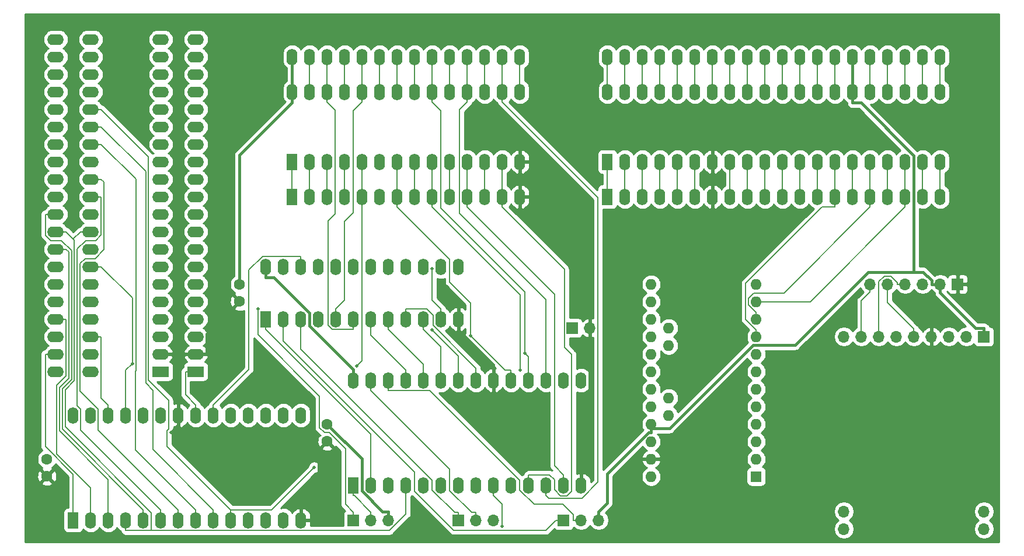
<source format=gbl>
G04 #@! TF.GenerationSoftware,KiCad,Pcbnew,(5.1.9)-1*
G04 #@! TF.CreationDate,2024-10-23T13:36:11+09:00*
G04 #@! TF.ProjectId,TK-80_EXT-BOARD,544b2d38-305f-4455-9854-2d424f415244,rev?*
G04 #@! TF.SameCoordinates,PX53920b0PY93c3260*
G04 #@! TF.FileFunction,Copper,L2,Bot*
G04 #@! TF.FilePolarity,Positive*
%FSLAX46Y46*%
G04 Gerber Fmt 4.6, Leading zero omitted, Abs format (unit mm)*
G04 Created by KiCad (PCBNEW (5.1.9)-1) date 2024-10-23 13:36:11*
%MOMM*%
%LPD*%
G01*
G04 APERTURE LIST*
G04 #@! TA.AperFunction,ComponentPad*
%ADD10C,1.600000*%
G04 #@! TD*
G04 #@! TA.AperFunction,ComponentPad*
%ADD11R,1.700000X1.700000*%
G04 #@! TD*
G04 #@! TA.AperFunction,ComponentPad*
%ADD12O,1.700000X1.700000*%
G04 #@! TD*
G04 #@! TA.AperFunction,ComponentPad*
%ADD13R,2.400000X1.600000*%
G04 #@! TD*
G04 #@! TA.AperFunction,ComponentPad*
%ADD14O,2.400000X1.600000*%
G04 #@! TD*
G04 #@! TA.AperFunction,ComponentPad*
%ADD15R,1.600000X2.400000*%
G04 #@! TD*
G04 #@! TA.AperFunction,ComponentPad*
%ADD16O,1.600000X2.400000*%
G04 #@! TD*
G04 #@! TA.AperFunction,ComponentPad*
%ADD17R,1.600000X1.600000*%
G04 #@! TD*
G04 #@! TA.AperFunction,ComponentPad*
%ADD18O,1.600000X1.600000*%
G04 #@! TD*
G04 #@! TA.AperFunction,ViaPad*
%ADD19C,0.500000*%
G04 #@! TD*
G04 #@! TA.AperFunction,Conductor*
%ADD20C,0.400000*%
G04 #@! TD*
G04 #@! TA.AperFunction,Conductor*
%ADD21C,0.200000*%
G04 #@! TD*
G04 #@! TA.AperFunction,Conductor*
%ADD22C,0.254000*%
G04 #@! TD*
G04 #@! TA.AperFunction,Conductor*
%ADD23C,0.100000*%
G04 #@! TD*
G04 APERTURE END LIST*
D10*
X44450000Y17780000D03*
X44450000Y15280000D03*
X3810000Y10200000D03*
X3810000Y12700000D03*
X31750000Y38100000D03*
X31750000Y35600000D03*
D11*
X139700000Y30480000D03*
D12*
X137160000Y30480000D03*
X134620000Y30480000D03*
X132080000Y30480000D03*
X129540000Y30480000D03*
X127000000Y30480000D03*
X124460000Y30480000D03*
X121920000Y30480000D03*
X119380000Y30480000D03*
X119380000Y2540000D03*
X119380000Y5080000D03*
X139700000Y2540000D03*
X139700000Y5080000D03*
D11*
X135890000Y38100000D03*
D12*
X133350000Y38100000D03*
X130810000Y38100000D03*
X128270000Y38100000D03*
X125730000Y38100000D03*
X123190000Y38100000D03*
D11*
X80010000Y31750000D03*
D12*
X82550000Y31750000D03*
D13*
X25400000Y25400000D03*
D14*
X10160000Y73660000D03*
X25400000Y27940000D03*
X10160000Y71120000D03*
X25400000Y30480000D03*
X10160000Y68580000D03*
X25400000Y33020000D03*
X10160000Y66040000D03*
X25400000Y35560000D03*
X10160000Y63500000D03*
X25400000Y38100000D03*
X10160000Y60960000D03*
X25400000Y40640000D03*
X10160000Y58420000D03*
X25400000Y43180000D03*
X10160000Y55880000D03*
X25400000Y45720000D03*
X10160000Y53340000D03*
X25400000Y48260000D03*
X10160000Y50800000D03*
X25400000Y50800000D03*
X10160000Y48260000D03*
X25400000Y53340000D03*
X10160000Y45720000D03*
X25400000Y55880000D03*
X10160000Y43180000D03*
X25400000Y58420000D03*
X10160000Y40640000D03*
X25400000Y60960000D03*
X10160000Y38100000D03*
X25400000Y63500000D03*
X10160000Y35560000D03*
X25400000Y66040000D03*
X10160000Y33020000D03*
X25400000Y68580000D03*
X10160000Y30480000D03*
X25400000Y71120000D03*
X10160000Y27940000D03*
X25400000Y73660000D03*
X10160000Y25400000D03*
X5080000Y25400000D03*
X20320000Y73660000D03*
X5080000Y27940000D03*
X20320000Y71120000D03*
X5080000Y30480000D03*
X20320000Y68580000D03*
X5080000Y33020000D03*
X20320000Y66040000D03*
X5080000Y35560000D03*
X20320000Y63500000D03*
X5080000Y38100000D03*
X20320000Y60960000D03*
X5080000Y40640000D03*
X20320000Y58420000D03*
X5080000Y43180000D03*
X20320000Y55880000D03*
X5080000Y45720000D03*
X20320000Y53340000D03*
X5080000Y48260000D03*
X20320000Y50800000D03*
X5080000Y50800000D03*
X20320000Y48260000D03*
X5080000Y53340000D03*
X20320000Y45720000D03*
X5080000Y55880000D03*
X20320000Y43180000D03*
X5080000Y58420000D03*
X20320000Y40640000D03*
X5080000Y60960000D03*
X20320000Y38100000D03*
X5080000Y63500000D03*
X20320000Y35560000D03*
X5080000Y66040000D03*
X20320000Y33020000D03*
X5080000Y68580000D03*
X20320000Y30480000D03*
X5080000Y71120000D03*
X20320000Y27940000D03*
X5080000Y73660000D03*
D13*
X20320000Y25400000D03*
D15*
X39370000Y50800000D03*
D16*
X72390000Y66040000D03*
X41910000Y50800000D03*
X69850000Y66040000D03*
X44450000Y50800000D03*
X67310000Y66040000D03*
X46990000Y50800000D03*
X64770000Y66040000D03*
X49530000Y50800000D03*
X62230000Y66040000D03*
X52070000Y50800000D03*
X59690000Y66040000D03*
X54610000Y50800000D03*
X57150000Y66040000D03*
X57150000Y50800000D03*
X54610000Y66040000D03*
X59690000Y50800000D03*
X52070000Y66040000D03*
X62230000Y50800000D03*
X49530000Y66040000D03*
X64770000Y50800000D03*
X46990000Y66040000D03*
X67310000Y50800000D03*
X44450000Y66040000D03*
X69850000Y50800000D03*
X41910000Y66040000D03*
X72390000Y50800000D03*
X39370000Y66040000D03*
X39370000Y71120000D03*
X72390000Y55880000D03*
X41910000Y71120000D03*
X69850000Y55880000D03*
X44450000Y71120000D03*
X67310000Y55880000D03*
X46990000Y71120000D03*
X64770000Y55880000D03*
X49530000Y71120000D03*
X62230000Y55880000D03*
X52070000Y71120000D03*
X59690000Y55880000D03*
X54610000Y71120000D03*
X57150000Y55880000D03*
X57150000Y71120000D03*
X54610000Y55880000D03*
X59690000Y71120000D03*
X52070000Y55880000D03*
X62230000Y71120000D03*
X49530000Y55880000D03*
X64770000Y71120000D03*
X46990000Y55880000D03*
X67310000Y71120000D03*
X44450000Y55880000D03*
X69850000Y71120000D03*
X41910000Y55880000D03*
X72390000Y71120000D03*
D15*
X39370000Y55880000D03*
X35560000Y33020000D03*
D16*
X63500000Y40640000D03*
X38100000Y33020000D03*
X60960000Y40640000D03*
X40640000Y33020000D03*
X58420000Y40640000D03*
X43180000Y33020000D03*
X55880000Y40640000D03*
X45720000Y33020000D03*
X53340000Y40640000D03*
X48260000Y33020000D03*
X50800000Y40640000D03*
X50800000Y33020000D03*
X48260000Y40640000D03*
X53340000Y33020000D03*
X45720000Y40640000D03*
X55880000Y33020000D03*
X43180000Y40640000D03*
X58420000Y33020000D03*
X40640000Y40640000D03*
X60960000Y33020000D03*
X38100000Y40640000D03*
X63500000Y33020000D03*
X35560000Y40640000D03*
X7620000Y19050000D03*
X40640000Y3810000D03*
X10160000Y19050000D03*
X38100000Y3810000D03*
X12700000Y19050000D03*
X35560000Y3810000D03*
X15240000Y19050000D03*
X33020000Y3810000D03*
X17780000Y19050000D03*
X30480000Y3810000D03*
X20320000Y19050000D03*
X27940000Y3810000D03*
X22860000Y19050000D03*
X25400000Y3810000D03*
X25400000Y19050000D03*
X22860000Y3810000D03*
X27940000Y19050000D03*
X20320000Y3810000D03*
X30480000Y19050000D03*
X17780000Y3810000D03*
X33020000Y19050000D03*
X15240000Y3810000D03*
X35560000Y19050000D03*
X12700000Y3810000D03*
X38100000Y19050000D03*
X10160000Y3810000D03*
X40640000Y19050000D03*
D15*
X7620000Y3810000D03*
X85090000Y55880000D03*
D16*
X133350000Y71120000D03*
X87630000Y55880000D03*
X130810000Y71120000D03*
X90170000Y55880000D03*
X128270000Y71120000D03*
X92710000Y55880000D03*
X125730000Y71120000D03*
X95250000Y55880000D03*
X123190000Y71120000D03*
X97790000Y55880000D03*
X120650000Y71120000D03*
X100330000Y55880000D03*
X118110000Y71120000D03*
X102870000Y55880000D03*
X115570000Y71120000D03*
X105410000Y55880000D03*
X113030000Y71120000D03*
X107950000Y55880000D03*
X110490000Y71120000D03*
X110490000Y55880000D03*
X107950000Y71120000D03*
X113030000Y55880000D03*
X105410000Y71120000D03*
X115570000Y55880000D03*
X102870000Y71120000D03*
X118110000Y55880000D03*
X100330000Y71120000D03*
X120650000Y55880000D03*
X97790000Y71120000D03*
X123190000Y55880000D03*
X95250000Y71120000D03*
X125730000Y55880000D03*
X92710000Y71120000D03*
X128270000Y55880000D03*
X90170000Y71120000D03*
X130810000Y55880000D03*
X87630000Y71120000D03*
X133350000Y55880000D03*
X85090000Y71120000D03*
X85090000Y66040000D03*
X133350000Y50800000D03*
X87630000Y66040000D03*
X130810000Y50800000D03*
X90170000Y66040000D03*
X128270000Y50800000D03*
X92710000Y66040000D03*
X125730000Y50800000D03*
X95250000Y66040000D03*
X123190000Y50800000D03*
X97790000Y66040000D03*
X120650000Y50800000D03*
X100330000Y66040000D03*
X118110000Y50800000D03*
X102870000Y66040000D03*
X115570000Y50800000D03*
X105410000Y66040000D03*
X113030000Y50800000D03*
X107950000Y66040000D03*
X110490000Y50800000D03*
X110490000Y66040000D03*
X107950000Y50800000D03*
X113030000Y66040000D03*
X105410000Y50800000D03*
X115570000Y66040000D03*
X102870000Y50800000D03*
X118110000Y66040000D03*
X100330000Y50800000D03*
X120650000Y66040000D03*
X97790000Y50800000D03*
X123190000Y66040000D03*
X95250000Y50800000D03*
X125730000Y66040000D03*
X92710000Y50800000D03*
X128270000Y66040000D03*
X90170000Y50800000D03*
X130810000Y66040000D03*
X87630000Y50800000D03*
X133350000Y66040000D03*
D15*
X85090000Y50800000D03*
D17*
X106680000Y10160000D03*
D18*
X106680000Y12700000D03*
X106680000Y15240000D03*
X91440000Y38100000D03*
X106680000Y17780000D03*
X91440000Y35560000D03*
X106680000Y20320000D03*
X91440000Y33020000D03*
X106680000Y22860000D03*
X91440000Y30480000D03*
X106680000Y25400000D03*
X91440000Y27940000D03*
X106680000Y27940000D03*
X91440000Y25400000D03*
X106680000Y30480000D03*
X91440000Y22860000D03*
X106680000Y33020000D03*
X91440000Y20320000D03*
X106680000Y35560000D03*
X91440000Y17780000D03*
X106680000Y38100000D03*
X91440000Y15240000D03*
X91440000Y12700000D03*
X91440000Y10160000D03*
X93980000Y19050000D03*
X93980000Y21590000D03*
X93980000Y29210000D03*
X93980000Y31750000D03*
D11*
X48260000Y3810000D03*
D12*
X50800000Y3810000D03*
X53340000Y3810000D03*
X83820000Y3810000D03*
X81280000Y3810000D03*
D11*
X78740000Y3810000D03*
X63500000Y3810000D03*
D12*
X66040000Y3810000D03*
X68580000Y3810000D03*
D15*
X48260000Y8890000D03*
D16*
X81280000Y24130000D03*
X50800000Y8890000D03*
X78740000Y24130000D03*
X53340000Y8890000D03*
X76200000Y24130000D03*
X55880000Y8890000D03*
X73660000Y24130000D03*
X58420000Y8890000D03*
X71120000Y24130000D03*
X60960000Y8890000D03*
X68580000Y24130000D03*
X63500000Y8890000D03*
X66040000Y24130000D03*
X66040000Y8890000D03*
X63500000Y24130000D03*
X68580000Y8890000D03*
X60960000Y24130000D03*
X71120000Y8890000D03*
X58420000Y24130000D03*
X73660000Y8890000D03*
X55880000Y24130000D03*
X76200000Y8890000D03*
X53340000Y24130000D03*
X78740000Y8890000D03*
X50800000Y24130000D03*
X81280000Y8890000D03*
X48260000Y24130000D03*
D19*
X21798400Y16591500D03*
X69793000Y2914200D03*
X42571700Y11504800D03*
X16178700Y26528400D03*
X34419200Y34518900D03*
X48740100Y26186800D03*
X73144400Y28066500D03*
X65252000Y30598900D03*
X72476800Y25630400D03*
X59690000Y31461800D03*
X59690000Y40342200D03*
D20*
X129487800Y39829400D02*
X130888400Y39829400D01*
X130888400Y39829400D02*
X132099700Y38618100D01*
X132099700Y38618100D02*
X132099700Y38100000D01*
X91440000Y17179900D02*
X94119700Y17179900D01*
X94119700Y17179900D02*
X106219400Y29279600D01*
X106219400Y29279600D02*
X112324500Y29279600D01*
X112324500Y29279600D02*
X122874300Y39829400D01*
X122874300Y39829400D02*
X129487800Y39829400D01*
X120650000Y64439700D02*
X121850200Y64439700D01*
X121850200Y64439700D02*
X129487800Y56802100D01*
X129487800Y56802100D02*
X129487800Y39829400D01*
X120650000Y66040000D02*
X120650000Y64439700D01*
X120650000Y71120000D02*
X120650000Y66040000D01*
X133350000Y38100000D02*
X132099700Y38100000D01*
X91440000Y17179900D02*
X91440000Y16579700D01*
X91440000Y17780000D02*
X91440000Y17179900D01*
X83820000Y3810000D02*
X83820000Y5060300D01*
X83820000Y5060300D02*
X85070300Y6310600D01*
X85070300Y6310600D02*
X85070300Y10583100D01*
X85070300Y10583100D02*
X91066900Y16579700D01*
X91066900Y16579700D02*
X91440000Y16579700D01*
X35560000Y40640000D02*
X35560000Y39039700D01*
X48260000Y24130000D02*
X48260000Y25730300D01*
X48260000Y25730300D02*
X41910000Y32080300D01*
X41910000Y32080300D02*
X41910000Y33876400D01*
X41910000Y33876400D02*
X36746700Y39039700D01*
X36746700Y39039700D02*
X35560000Y39039700D01*
X53340000Y5060300D02*
X52455800Y5060300D01*
X52455800Y5060300D02*
X49460400Y8055700D01*
X49460400Y8055700D02*
X49460400Y12769600D01*
X49460400Y12769600D02*
X44450000Y17780000D01*
X139700000Y30480000D02*
X139700000Y31730300D01*
X133350000Y38100000D02*
X133350000Y36849700D01*
X133350000Y36849700D02*
X138469400Y31730300D01*
X138469400Y31730300D02*
X139700000Y31730300D01*
X39370000Y71120000D02*
X39370000Y66040000D01*
X39370000Y66040000D02*
X39370000Y64439700D01*
X31750000Y38100000D02*
X31750000Y56819700D01*
X31750000Y56819700D02*
X39370000Y64439700D01*
X53340000Y3810000D02*
X53340000Y5060300D01*
X72390000Y50800000D02*
X72390000Y49199700D01*
X82550000Y31750000D02*
X82550000Y39039700D01*
X82550000Y39039700D02*
X72390000Y49199700D01*
X81280000Y10490300D02*
X82550000Y11760300D01*
X82550000Y11760300D02*
X82550000Y31750000D01*
X43244500Y14286400D02*
X26023300Y14286400D01*
X26023300Y14286400D02*
X22860000Y17449700D01*
X44450000Y15280000D02*
X43456400Y14286400D01*
X43456400Y14286400D02*
X43244500Y14286400D01*
X43244500Y14286400D02*
X43244500Y8014800D01*
X43244500Y8014800D02*
X40640000Y5410300D01*
X22860000Y17449800D02*
X22656700Y17449800D01*
X22656700Y17449800D02*
X21798400Y16591500D01*
X22860000Y17449800D02*
X22860000Y17449700D01*
X22860000Y19050000D02*
X22860000Y17449800D01*
X72390000Y50800000D02*
X72390000Y55880000D01*
X40640000Y3810000D02*
X40640000Y5410300D01*
X22860000Y27000300D02*
X21920300Y27940000D01*
X22860000Y19050000D02*
X22860000Y27000300D01*
X22860000Y27000300D02*
X23799700Y27940000D01*
X25400000Y27940000D02*
X23799700Y27940000D01*
X20320000Y27940000D02*
X21920300Y27940000D01*
X25400000Y27940000D02*
X27000300Y27940000D01*
X27000300Y27940000D02*
X27000300Y30850300D01*
X27000300Y30850300D02*
X31750000Y35600000D01*
X81280000Y8890000D02*
X81280000Y10490300D01*
X63500000Y33020000D02*
X63500000Y31419700D01*
X68580000Y24130000D02*
X68580000Y26339700D01*
X68580000Y26339700D02*
X63500000Y31419700D01*
D21*
X129540000Y30480000D02*
X129540000Y31630300D01*
X125730000Y38100000D02*
X125730000Y35440300D01*
X125730000Y35440300D02*
X129540000Y31630300D01*
X128270000Y38100000D02*
X127119700Y38100000D01*
X124460000Y30480000D02*
X124460000Y38471600D01*
X124460000Y38471600D02*
X125263800Y39275400D01*
X125263800Y39275400D02*
X126182600Y39275400D01*
X126182600Y39275400D02*
X127119700Y38338300D01*
X127119700Y38338300D02*
X127119700Y38100000D01*
X123190000Y38100000D02*
X123190000Y36949700D01*
X123190000Y36949700D02*
X121920000Y35679700D01*
X121920000Y35679700D02*
X121920000Y30480000D01*
X92710000Y50800000D02*
X92710000Y55880000D01*
X123190000Y66040000D02*
X123190000Y71120000D01*
X90170000Y50800000D02*
X90170000Y55880000D01*
X125730000Y66040000D02*
X125730000Y71120000D01*
X87630000Y50800000D02*
X87630000Y55880000D01*
X128270000Y66040000D02*
X128270000Y71120000D01*
X85090000Y50800000D02*
X85090000Y55880000D01*
X130810000Y66040000D02*
X130810000Y71120000D01*
X133350000Y66040000D02*
X133350000Y71120000D01*
X85090000Y66040000D02*
X85090000Y71120000D01*
X133350000Y50800000D02*
X133350000Y55880000D01*
X87630000Y66040000D02*
X87630000Y71120000D01*
X130810000Y50800000D02*
X130810000Y55880000D01*
X90170000Y66040000D02*
X90170000Y71120000D01*
X128270000Y50800000D02*
X128270000Y49299700D01*
X128270000Y49299700D02*
X114530300Y35560000D01*
X114530300Y35560000D02*
X106680000Y35560000D01*
X128270000Y50800000D02*
X128270000Y55880000D01*
X92710000Y66040000D02*
X92710000Y71120000D01*
X120650000Y50800000D02*
X120650000Y55880000D01*
X68580000Y7389700D02*
X69793000Y6176700D01*
X69793000Y6176700D02*
X69793000Y2914200D01*
X27940000Y5310300D02*
X19178500Y14071800D01*
X19178500Y14071800D02*
X19178500Y22661300D01*
X19178500Y22661300D02*
X18123400Y23716400D01*
X18123400Y23716400D02*
X18123400Y54496900D01*
X18123400Y54496900D02*
X11660300Y60960000D01*
X10160000Y60960000D02*
X11660300Y60960000D01*
X27940000Y3810000D02*
X27940000Y5310300D01*
X68580000Y8890000D02*
X68580000Y7389700D01*
X42571700Y11504800D02*
X36377200Y5310300D01*
X36377200Y5310300D02*
X30480000Y5310300D01*
X11660300Y63500000D02*
X18523700Y56636600D01*
X18523700Y56636600D02*
X18523700Y24165100D01*
X18523700Y24165100D02*
X21453200Y21235600D01*
X21453200Y21235600D02*
X21453200Y17024500D01*
X21453200Y17024500D02*
X21248100Y16819400D01*
X21248100Y16819400D02*
X21248100Y14542200D01*
X21248100Y14542200D02*
X30480000Y5310300D01*
X30480000Y3810000D02*
X30480000Y5310300D01*
X10160000Y63500000D02*
X11660300Y63500000D01*
X107950000Y50800000D02*
X107950000Y55880000D01*
X110490000Y50800000D02*
X110490000Y55880000D01*
X113030000Y50800000D02*
X113030000Y55880000D01*
X115570000Y50800000D02*
X115570000Y55880000D01*
X118110000Y50800000D02*
X118110000Y49299700D01*
X106680000Y30480000D02*
X106680000Y31580300D01*
X106680000Y31580300D02*
X106542500Y31580300D01*
X106542500Y31580300D02*
X105144100Y32978700D01*
X105144100Y32978700D02*
X105144100Y38200600D01*
X105144100Y38200600D02*
X116243200Y49299700D01*
X116243200Y49299700D02*
X118110000Y49299700D01*
X118110000Y55880000D02*
X118110000Y50800000D01*
X123190000Y50800000D02*
X123190000Y49299700D01*
X106680000Y33020000D02*
X106680000Y34120300D01*
X106680000Y34120300D02*
X106542500Y34120300D01*
X106542500Y34120300D02*
X105566500Y35096300D01*
X105566500Y35096300D02*
X105566500Y36073400D01*
X105566500Y36073400D02*
X106323100Y36830000D01*
X106323100Y36830000D02*
X110720300Y36830000D01*
X110720300Y36830000D02*
X123190000Y49299700D01*
X123190000Y50800000D02*
X123190000Y55880000D01*
X125730000Y50800000D02*
X125730000Y55880000D01*
X55880000Y33020000D02*
X55880000Y34520300D01*
X66040000Y24130000D02*
X66040000Y25895000D01*
X66040000Y25895000D02*
X59831700Y32103300D01*
X59831700Y32103300D02*
X59831700Y33569900D01*
X59831700Y33569900D02*
X58881300Y34520300D01*
X58881300Y34520300D02*
X55880000Y34520300D01*
X25400000Y19050000D02*
X25400000Y20550300D01*
X25400000Y25400000D02*
X23899700Y25400000D01*
X25400000Y20550300D02*
X23899700Y22050600D01*
X23899700Y22050600D02*
X23899700Y25400000D01*
X25400000Y5310300D02*
X16679700Y14030600D01*
X16679700Y14030600D02*
X16679700Y25462600D01*
X16679700Y25462600D02*
X16729500Y25512400D01*
X16729500Y25512400D02*
X16729500Y53350800D01*
X16729500Y53350800D02*
X11660300Y58420000D01*
X10160000Y58420000D02*
X11660300Y58420000D01*
X25400000Y3810000D02*
X25400000Y5310300D01*
X22860000Y5310300D02*
X11260300Y16910000D01*
X11260300Y16910000D02*
X11260300Y19905800D01*
X11260300Y19905800D02*
X8605100Y22561000D01*
X8605100Y22561000D02*
X8605100Y41069900D01*
X8605100Y41069900D02*
X9358800Y41823600D01*
X9358800Y41823600D02*
X10764600Y41823600D01*
X10764600Y41823600D02*
X12068000Y43127000D01*
X12068000Y43127000D02*
X12068000Y52932300D01*
X12068000Y52932300D02*
X11660300Y53340000D01*
X10160000Y53340000D02*
X11660300Y53340000D01*
X22860000Y3810000D02*
X22860000Y5310300D01*
X20320000Y5310300D02*
X8720300Y16910000D01*
X8720300Y16910000D02*
X8720300Y19905900D01*
X8720300Y19905900D02*
X8198400Y20427800D01*
X8198400Y20427800D02*
X8198400Y43223100D01*
X8198400Y43223100D02*
X9425300Y44450000D01*
X9425300Y44450000D02*
X10866000Y44450000D01*
X10866000Y44450000D02*
X11660300Y45244300D01*
X11660300Y45244300D02*
X11660300Y50800000D01*
X10160000Y50800000D02*
X11660300Y50800000D01*
X20320000Y3810000D02*
X20320000Y5310300D01*
X17780000Y5310300D02*
X6049100Y17041200D01*
X6049100Y17041200D02*
X6049100Y22913200D01*
X6049100Y22913200D02*
X7380900Y24245000D01*
X7380900Y24245000D02*
X7380900Y42978500D01*
X7380900Y42978500D02*
X5909400Y44450000D01*
X5909400Y44450000D02*
X4346200Y44450000D01*
X4346200Y44450000D02*
X3579700Y45216500D01*
X3579700Y45216500D02*
X3579700Y48260000D01*
X17780000Y3810000D02*
X17780000Y5310300D01*
X5080000Y48260000D02*
X3579700Y48260000D01*
X18930900Y2309700D02*
X18930900Y4911400D01*
X18930900Y4911400D02*
X6462700Y17379600D01*
X6462700Y17379600D02*
X6462700Y22760700D01*
X6462700Y22760700D02*
X7781200Y24079200D01*
X7781200Y24079200D02*
X7781200Y44519100D01*
X7781200Y44519100D02*
X7620000Y44680300D01*
X18930900Y2309700D02*
X15240000Y2309700D01*
X55880000Y8890000D02*
X55880000Y4721700D01*
X55880000Y4721700D02*
X53468000Y2309700D01*
X53468000Y2309700D02*
X18930900Y2309700D01*
X7620000Y44680300D02*
X6580300Y45720000D01*
X8659700Y45720000D02*
X7620000Y44680300D01*
X15240000Y3810000D02*
X15240000Y2309700D01*
X10160000Y45720000D02*
X8659700Y45720000D01*
X5080000Y45720000D02*
X6580300Y45720000D01*
X12700000Y3810000D02*
X12700000Y9718400D01*
X12700000Y9718400D02*
X5641300Y16777100D01*
X5641300Y16777100D02*
X5641300Y23071500D01*
X5641300Y23071500D02*
X6980600Y24410800D01*
X6980600Y24410800D02*
X6980600Y42779700D01*
X6980600Y42779700D02*
X6580300Y43180000D01*
X5080000Y43180000D02*
X6580300Y43180000D01*
X16178700Y26528400D02*
X16178700Y36121600D01*
X16178700Y36121600D02*
X11660300Y40640000D01*
X15240000Y19050000D02*
X15240000Y25589700D01*
X15240000Y25589700D02*
X16178700Y26528400D01*
X10160000Y40640000D02*
X11660300Y40640000D01*
X55880000Y24130000D02*
X55880000Y25630300D01*
X55880000Y25630300D02*
X50800000Y30710300D01*
X50800000Y30710300D02*
X50800000Y33020000D01*
X53340000Y33020000D02*
X53340000Y31519700D01*
X58420000Y24130000D02*
X58420000Y26439700D01*
X58420000Y26439700D02*
X53340000Y31519700D01*
X34419200Y34518900D02*
X34419200Y30745900D01*
X34419200Y30745900D02*
X43329300Y21835800D01*
X43329300Y21835800D02*
X43329300Y17274400D01*
X43329300Y17274400D02*
X44073700Y16530000D01*
X44073700Y16530000D02*
X44756400Y16530000D01*
X44756400Y16530000D02*
X47109700Y14176700D01*
X47109700Y14176700D02*
X47109700Y6110600D01*
X47109700Y6110600D02*
X48260000Y4960300D01*
X48260000Y3810000D02*
X48260000Y4960300D01*
X35560000Y33020000D02*
X35560000Y31519700D01*
X50800000Y8890000D02*
X50800000Y16279700D01*
X50800000Y16279700D02*
X35560000Y31519700D01*
X5080000Y33020000D02*
X6580300Y33020000D01*
X10160000Y3810000D02*
X10160000Y8490200D01*
X10160000Y8490200D02*
X5240900Y13409300D01*
X5240900Y13409300D02*
X5240900Y23437200D01*
X5240900Y23437200D02*
X6580300Y24776600D01*
X6580300Y24776600D02*
X6580300Y33020000D01*
X78740000Y3810000D02*
X77589700Y3810000D01*
X77589700Y3810000D02*
X76132100Y2352400D01*
X76132100Y2352400D02*
X62781000Y2352400D01*
X62781000Y2352400D02*
X57150000Y7983400D01*
X57150000Y7983400D02*
X57150000Y10835100D01*
X57150000Y10835100D02*
X38100000Y29885100D01*
X38100000Y29885100D02*
X38100000Y33020000D01*
X12700000Y19050000D02*
X12700000Y20550300D01*
X10160000Y30480000D02*
X11660300Y30480000D01*
X11660300Y30480000D02*
X11660300Y21590000D01*
X11660300Y21590000D02*
X12700000Y20550300D01*
X5080000Y27940000D02*
X3579700Y27940000D01*
X3579700Y27940000D02*
X3579700Y14504100D01*
X3579700Y14504100D02*
X7620000Y10463800D01*
X7620000Y10463800D02*
X7620000Y3810000D01*
X63500000Y3810000D02*
X63500000Y4960300D01*
X63500000Y4960300D02*
X62924800Y4960300D01*
X62924800Y4960300D02*
X59690000Y8195100D01*
X59690000Y8195100D02*
X59690000Y9601100D01*
X59690000Y9601100D02*
X40640000Y28651100D01*
X40640000Y28651100D02*
X40640000Y33020000D01*
X58420000Y33020000D02*
X58420000Y31519700D01*
X60960000Y24130000D02*
X60960000Y28979700D01*
X60960000Y28979700D02*
X58420000Y31519700D01*
X39370000Y55880000D02*
X39370000Y50800000D01*
X72390000Y71120000D02*
X72390000Y66040000D01*
X41910000Y55880000D02*
X41910000Y50800000D01*
X76200000Y7389700D02*
X76625300Y6964400D01*
X76625300Y6964400D02*
X81374300Y6964400D01*
X81374300Y6964400D02*
X83730200Y9320300D01*
X83730200Y9320300D02*
X83730200Y50659500D01*
X83730200Y50659500D02*
X69850000Y64539700D01*
X69850000Y66040000D02*
X69850000Y64539700D01*
X69850000Y71120000D02*
X69850000Y66040000D01*
X76200000Y8890000D02*
X76200000Y7389700D01*
X44450000Y55880000D02*
X44450000Y50800000D01*
X67310000Y71120000D02*
X67310000Y66040000D01*
X46990000Y55880000D02*
X46990000Y50800000D01*
X64770000Y64539700D02*
X63660500Y63430200D01*
X63660500Y63430200D02*
X63660500Y48428000D01*
X63660500Y48428000D02*
X76200000Y35888500D01*
X76200000Y35888500D02*
X76200000Y24130000D01*
X64770000Y66040000D02*
X64770000Y64539700D01*
X64770000Y71120000D02*
X64770000Y66040000D01*
X48740100Y26186800D02*
X49530000Y26976700D01*
X49530000Y26976700D02*
X49530000Y50800000D01*
X49530000Y55880000D02*
X49530000Y50800000D01*
X62230000Y71120000D02*
X62230000Y66040000D01*
X73144400Y28066500D02*
X73144400Y36970200D01*
X73144400Y36970200D02*
X60960000Y49154600D01*
X60960000Y49154600D02*
X60960000Y63269700D01*
X60960000Y63269700D02*
X59690000Y64539700D01*
X73660000Y24130000D02*
X73660000Y27550900D01*
X73660000Y27550900D02*
X73144400Y28066500D01*
X59690000Y66040000D02*
X59690000Y64539700D01*
X59690000Y71120000D02*
X59690000Y66040000D01*
X71120000Y24130000D02*
X71120000Y25630300D01*
X65252000Y30598900D02*
X70220600Y25630300D01*
X70220600Y25630300D02*
X71120000Y25630300D01*
X54610000Y49299700D02*
X62230000Y41679700D01*
X62230000Y41679700D02*
X62230000Y38418000D01*
X62230000Y38418000D02*
X65252000Y35396000D01*
X65252000Y35396000D02*
X65252000Y30598900D01*
X54610000Y50800000D02*
X54610000Y49299700D01*
X54610000Y55880000D02*
X54610000Y50800000D01*
X57150000Y71120000D02*
X57150000Y66040000D01*
X57150000Y55880000D02*
X57150000Y50800000D01*
X54610000Y71120000D02*
X54610000Y66040000D01*
X59690000Y49299700D02*
X72476800Y36512900D01*
X72476800Y36512900D02*
X72476800Y25630400D01*
X59690000Y50800000D02*
X59690000Y49299700D01*
X59690000Y55880000D02*
X59690000Y50800000D01*
X52070000Y71120000D02*
X52070000Y66040000D01*
X62230000Y55880000D02*
X62230000Y50800000D01*
X49530000Y66040000D02*
X49530000Y64539700D01*
X45720000Y33020000D02*
X45720000Y34520300D01*
X45720000Y34520300D02*
X46990000Y35790300D01*
X46990000Y35790300D02*
X46990000Y47189100D01*
X46990000Y47189100D02*
X48260000Y48459100D01*
X48260000Y48459100D02*
X48260000Y63269700D01*
X48260000Y63269700D02*
X49530000Y64539700D01*
X49530000Y71120000D02*
X49530000Y66040000D01*
X64770000Y50800000D02*
X64770000Y49299700D01*
X64770000Y49299700D02*
X77406200Y36663500D01*
X77406200Y36663500D02*
X77406200Y11724100D01*
X77406200Y11724100D02*
X78740000Y10390300D01*
X78740000Y8890000D02*
X78740000Y10390300D01*
X64770000Y55880000D02*
X64770000Y50800000D01*
X46990000Y71120000D02*
X46990000Y66040000D01*
X67310000Y55880000D02*
X67310000Y50800000D01*
X44450000Y66040000D02*
X44450000Y64539700D01*
X48260000Y33020000D02*
X48260000Y31519700D01*
X48260000Y31519700D02*
X45196200Y31519700D01*
X45196200Y31519700D02*
X44544700Y32171200D01*
X44544700Y32171200D02*
X44544700Y47283800D01*
X44544700Y47283800D02*
X45573000Y48312100D01*
X45573000Y48312100D02*
X45573000Y63416700D01*
X45573000Y63416700D02*
X44450000Y64539700D01*
X44450000Y71120000D02*
X44450000Y66040000D01*
X69850000Y50800000D02*
X69850000Y49299700D01*
X73660000Y8890000D02*
X73660000Y10390300D01*
X73660000Y10390300D02*
X76698000Y10390300D01*
X76698000Y10390300D02*
X77406400Y9681900D01*
X77406400Y9681900D02*
X77406400Y8222800D01*
X77406400Y8222800D02*
X78264400Y7364800D01*
X78264400Y7364800D02*
X79249500Y7364800D01*
X79249500Y7364800D02*
X79914900Y8030200D01*
X79914900Y8030200D02*
X79914900Y27887900D01*
X79914900Y27887900D02*
X78859600Y28943200D01*
X78859600Y28943200D02*
X78859600Y40290100D01*
X78859600Y40290100D02*
X69850000Y49299700D01*
X69850000Y55880000D02*
X69850000Y50800000D01*
X41910000Y71120000D02*
X41910000Y66040000D01*
X63500000Y24130000D02*
X63500000Y27651800D01*
X63500000Y27651800D02*
X59690000Y31461800D01*
X27940000Y19050000D02*
X27940000Y20550300D01*
X40640000Y40640000D02*
X40640000Y42140300D01*
X40640000Y42140300D02*
X35082900Y42140300D01*
X35082900Y42140300D02*
X33096000Y40153400D01*
X33096000Y40153400D02*
X33096000Y25706300D01*
X33096000Y25706300D02*
X27940000Y20550300D01*
X95250000Y50800000D02*
X95250000Y55880000D01*
X97790000Y50800000D02*
X97790000Y55880000D01*
X118110000Y66040000D02*
X118110000Y71120000D01*
X102870000Y50800000D02*
X102870000Y55880000D01*
X115570000Y66040000D02*
X115570000Y71120000D01*
X105410000Y50800000D02*
X105410000Y55880000D01*
X113030000Y66040000D02*
X113030000Y71120000D01*
X110490000Y66040000D02*
X110490000Y71120000D01*
X107950000Y66040000D02*
X107950000Y71120000D01*
X105410000Y66040000D02*
X105410000Y71120000D01*
X102870000Y66040000D02*
X102870000Y71120000D01*
X100330000Y66040000D02*
X100330000Y71120000D01*
X60960000Y33020000D02*
X60960000Y34520300D01*
X60960000Y34520300D02*
X59690000Y35790300D01*
X59690000Y35790300D02*
X59690000Y40342200D01*
X97790000Y66040000D02*
X97790000Y71120000D01*
X95250000Y66040000D02*
X95250000Y71120000D01*
X48260000Y8890000D02*
X48260000Y7389700D01*
X50800000Y3810000D02*
X50800000Y4960300D01*
X48260000Y7389700D02*
X48370600Y7389700D01*
X48370600Y7389700D02*
X50800000Y4960300D01*
X66040000Y3810000D02*
X66040000Y4960300D01*
X50800000Y24130000D02*
X50800000Y22629700D01*
X50800000Y22629700D02*
X62230000Y11199700D01*
X62230000Y11199700D02*
X62230000Y8125200D01*
X62230000Y8125200D02*
X65394900Y4960300D01*
X65394900Y4960300D02*
X66040000Y4960300D01*
X81280000Y3810000D02*
X80129700Y3810000D01*
X53340000Y24130000D02*
X53340000Y22629700D01*
X53340000Y22629700D02*
X59338500Y22629700D01*
X59338500Y22629700D02*
X72390000Y9578200D01*
X72390000Y9578200D02*
X72390000Y8185800D01*
X72390000Y8185800D02*
X74437200Y6138600D01*
X74437200Y6138600D02*
X78614600Y6138600D01*
X78614600Y6138600D02*
X80129700Y4623500D01*
X80129700Y4623500D02*
X80129700Y3810000D01*
D22*
X141840000Y660000D02*
X660000Y660000D01*
X660000Y9207298D01*
X2996903Y9207298D01*
X3068486Y8963329D01*
X3323996Y8842429D01*
X3598184Y8773700D01*
X3880512Y8759783D01*
X4160130Y8801213D01*
X4426292Y8896397D01*
X4551514Y8963329D01*
X4623097Y9207298D01*
X3810000Y10020395D01*
X2996903Y9207298D01*
X660000Y9207298D01*
X660000Y10129488D01*
X2369783Y10129488D01*
X2411213Y9849870D01*
X2506397Y9583708D01*
X2573329Y9458486D01*
X2817298Y9386903D01*
X3630395Y10200000D01*
X3989605Y10200000D01*
X4802702Y9386903D01*
X5046671Y9458486D01*
X5167571Y9713996D01*
X5236300Y9988184D01*
X5250217Y10270512D01*
X5208787Y10550130D01*
X5113603Y10816292D01*
X5046671Y10941514D01*
X4802702Y11013097D01*
X3989605Y10200000D01*
X3630395Y10200000D01*
X2817298Y11013097D01*
X2573329Y10941514D01*
X2452429Y10686004D01*
X2383700Y10411816D01*
X2369783Y10129488D01*
X660000Y10129488D01*
X660000Y12841335D01*
X2375000Y12841335D01*
X2375000Y12558665D01*
X2430147Y12281426D01*
X2538320Y12020273D01*
X2695363Y11785241D01*
X2895241Y11585363D01*
X3095869Y11451308D01*
X3068486Y11436671D01*
X2996903Y11192702D01*
X3810000Y10379605D01*
X4623097Y11192702D01*
X4551514Y11436671D01*
X4522659Y11450324D01*
X4724759Y11585363D01*
X4924637Y11785241D01*
X5058609Y11985745D01*
X6885000Y10159353D01*
X6885001Y5648072D01*
X6820000Y5648072D01*
X6695518Y5635812D01*
X6575820Y5599502D01*
X6465506Y5540537D01*
X6368815Y5461185D01*
X6289463Y5364494D01*
X6230498Y5254180D01*
X6194188Y5134482D01*
X6181928Y5010000D01*
X6181928Y2610000D01*
X6194188Y2485518D01*
X6230498Y2365820D01*
X6289463Y2255506D01*
X6368815Y2158815D01*
X6465506Y2079463D01*
X6575820Y2020498D01*
X6695518Y1984188D01*
X6820000Y1971928D01*
X8420000Y1971928D01*
X8544482Y1984188D01*
X8664180Y2020498D01*
X8774494Y2079463D01*
X8871185Y2158815D01*
X8950537Y2255506D01*
X9009502Y2365820D01*
X9045812Y2485518D01*
X9047581Y2503483D01*
X9140393Y2390392D01*
X9358900Y2211068D01*
X9608193Y2077818D01*
X9878692Y1995764D01*
X10160000Y1968057D01*
X10441309Y1995764D01*
X10711808Y2077818D01*
X10961101Y2211068D01*
X11179608Y2390392D01*
X11358932Y2608899D01*
X11430000Y2741858D01*
X11501068Y2608899D01*
X11680393Y2390392D01*
X11898900Y2211068D01*
X12148193Y2077818D01*
X12418692Y1995764D01*
X12700000Y1968057D01*
X12981309Y1995764D01*
X13251808Y2077818D01*
X13501101Y2211068D01*
X13719608Y2390392D01*
X13898932Y2608899D01*
X13970000Y2741858D01*
X14041068Y2608899D01*
X14220393Y2390392D01*
X14438900Y2211068D01*
X14515174Y2170299D01*
X14515635Y2165615D01*
X14557663Y2027067D01*
X14625913Y1899380D01*
X14717762Y1787462D01*
X14829680Y1695613D01*
X14957367Y1627363D01*
X15095915Y1585335D01*
X15203895Y1574700D01*
X15240000Y1571144D01*
X15276105Y1574700D01*
X18894795Y1574700D01*
X18930900Y1571144D01*
X18967005Y1574700D01*
X53431895Y1574700D01*
X53468000Y1571144D01*
X53504105Y1574700D01*
X53612085Y1585335D01*
X53750633Y1627363D01*
X53878320Y1695613D01*
X53990238Y1787462D01*
X54013259Y1815512D01*
X56374193Y4176446D01*
X56402238Y4199462D01*
X56494087Y4311380D01*
X56562337Y4439067D01*
X56602584Y4571744D01*
X56604365Y4577614D01*
X56614219Y4677667D01*
X56615000Y4685595D01*
X56615000Y4685602D01*
X56618555Y4721699D01*
X56615000Y4757796D01*
X56615000Y7255736D01*
X56681101Y7291068D01*
X56747991Y7345963D01*
X62235746Y1858207D01*
X62258762Y1830162D01*
X62286806Y1807147D01*
X62370680Y1738313D01*
X62498366Y1670063D01*
X62636915Y1628035D01*
X62781000Y1613844D01*
X62817105Y1617400D01*
X76095995Y1617400D01*
X76132100Y1613844D01*
X76168205Y1617400D01*
X76276185Y1628035D01*
X76414733Y1670063D01*
X76542420Y1738313D01*
X76654338Y1830162D01*
X76677358Y1858212D01*
X77388847Y2569701D01*
X77438815Y2508815D01*
X77535506Y2429463D01*
X77645820Y2370498D01*
X77765518Y2334188D01*
X77890000Y2321928D01*
X79590000Y2321928D01*
X79714482Y2334188D01*
X79834180Y2370498D01*
X79944494Y2429463D01*
X80041185Y2508815D01*
X80120537Y2605506D01*
X80179502Y2715820D01*
X80201513Y2788380D01*
X80333368Y2656525D01*
X80576589Y2494010D01*
X80846842Y2382068D01*
X81133740Y2325000D01*
X81426260Y2325000D01*
X81713158Y2382068D01*
X81983411Y2494010D01*
X82226632Y2656525D01*
X82433475Y2863368D01*
X82550000Y3037760D01*
X82666525Y2863368D01*
X82873368Y2656525D01*
X83116589Y2494010D01*
X83386842Y2382068D01*
X83673740Y2325000D01*
X83966260Y2325000D01*
X84253158Y2382068D01*
X84523411Y2494010D01*
X84766632Y2656525D01*
X84973475Y2863368D01*
X85135990Y3106589D01*
X85247932Y3376842D01*
X85305000Y3663740D01*
X85305000Y3956260D01*
X85247932Y4243158D01*
X85135990Y4513411D01*
X84973475Y4756632D01*
X84835337Y4894770D01*
X85166827Y5226260D01*
X117895000Y5226260D01*
X117895000Y4933740D01*
X117952068Y4646842D01*
X118064010Y4376589D01*
X118226525Y4133368D01*
X118433368Y3926525D01*
X118607760Y3810000D01*
X118433368Y3693475D01*
X118226525Y3486632D01*
X118064010Y3243411D01*
X117952068Y2973158D01*
X117895000Y2686260D01*
X117895000Y2393740D01*
X117952068Y2106842D01*
X118064010Y1836589D01*
X118226525Y1593368D01*
X118433368Y1386525D01*
X118676589Y1224010D01*
X118946842Y1112068D01*
X119233740Y1055000D01*
X119526260Y1055000D01*
X119813158Y1112068D01*
X120083411Y1224010D01*
X120326632Y1386525D01*
X120533475Y1593368D01*
X120695990Y1836589D01*
X120807932Y2106842D01*
X120865000Y2393740D01*
X120865000Y2686260D01*
X120807932Y2973158D01*
X120695990Y3243411D01*
X120533475Y3486632D01*
X120326632Y3693475D01*
X120152240Y3810000D01*
X120326632Y3926525D01*
X120533475Y4133368D01*
X120695990Y4376589D01*
X120807932Y4646842D01*
X120865000Y4933740D01*
X120865000Y5226260D01*
X138215000Y5226260D01*
X138215000Y4933740D01*
X138272068Y4646842D01*
X138384010Y4376589D01*
X138546525Y4133368D01*
X138753368Y3926525D01*
X138927760Y3810000D01*
X138753368Y3693475D01*
X138546525Y3486632D01*
X138384010Y3243411D01*
X138272068Y2973158D01*
X138215000Y2686260D01*
X138215000Y2393740D01*
X138272068Y2106842D01*
X138384010Y1836589D01*
X138546525Y1593368D01*
X138753368Y1386525D01*
X138996589Y1224010D01*
X139266842Y1112068D01*
X139553740Y1055000D01*
X139846260Y1055000D01*
X140133158Y1112068D01*
X140403411Y1224010D01*
X140646632Y1386525D01*
X140853475Y1593368D01*
X141015990Y1836589D01*
X141127932Y2106842D01*
X141185000Y2393740D01*
X141185000Y2686260D01*
X141127932Y2973158D01*
X141015990Y3243411D01*
X140853475Y3486632D01*
X140646632Y3693475D01*
X140472240Y3810000D01*
X140646632Y3926525D01*
X140853475Y4133368D01*
X141015990Y4376589D01*
X141127932Y4646842D01*
X141185000Y4933740D01*
X141185000Y5226260D01*
X141127932Y5513158D01*
X141015990Y5783411D01*
X140853475Y6026632D01*
X140646632Y6233475D01*
X140403411Y6395990D01*
X140133158Y6507932D01*
X139846260Y6565000D01*
X139553740Y6565000D01*
X139266842Y6507932D01*
X138996589Y6395990D01*
X138753368Y6233475D01*
X138546525Y6026632D01*
X138384010Y5783411D01*
X138272068Y5513158D01*
X138215000Y5226260D01*
X120865000Y5226260D01*
X120807932Y5513158D01*
X120695990Y5783411D01*
X120533475Y6026632D01*
X120326632Y6233475D01*
X120083411Y6395990D01*
X119813158Y6507932D01*
X119526260Y6565000D01*
X119233740Y6565000D01*
X118946842Y6507932D01*
X118676589Y6395990D01*
X118433368Y6233475D01*
X118226525Y6026632D01*
X118064010Y5783411D01*
X117952068Y5513158D01*
X117895000Y5226260D01*
X85166827Y5226260D01*
X85631728Y5691160D01*
X85663591Y5717309D01*
X85767936Y5844454D01*
X85845472Y5989513D01*
X85893218Y6146911D01*
X85905300Y6269581D01*
X85905300Y6269583D01*
X85909340Y6310599D01*
X85905300Y6351615D01*
X85905300Y10237233D01*
X85969402Y10301335D01*
X90005000Y10301335D01*
X90005000Y10018665D01*
X90060147Y9741426D01*
X90168320Y9480273D01*
X90325363Y9245241D01*
X90525241Y9045363D01*
X90760273Y8888320D01*
X91021426Y8780147D01*
X91298665Y8725000D01*
X91581335Y8725000D01*
X91858574Y8780147D01*
X92119727Y8888320D01*
X92354759Y9045363D01*
X92554637Y9245241D01*
X92711680Y9480273D01*
X92819853Y9741426D01*
X92875000Y10018665D01*
X92875000Y10301335D01*
X92819853Y10578574D01*
X92711680Y10839727D01*
X92554637Y11074759D01*
X92354759Y11274637D01*
X92119727Y11431680D01*
X92109135Y11436067D01*
X92295131Y11547615D01*
X92503519Y11736586D01*
X92671037Y11962580D01*
X92791246Y12216913D01*
X92831904Y12350961D01*
X92709915Y12573000D01*
X91567000Y12573000D01*
X91567000Y12553000D01*
X91313000Y12553000D01*
X91313000Y12573000D01*
X90170085Y12573000D01*
X90048096Y12350961D01*
X90088754Y12216913D01*
X90208963Y11962580D01*
X90376481Y11736586D01*
X90584869Y11547615D01*
X90770865Y11436067D01*
X90760273Y11431680D01*
X90525241Y11274637D01*
X90325363Y11074759D01*
X90168320Y10839727D01*
X90060147Y10578574D01*
X90005000Y10301335D01*
X85969402Y10301335D01*
X90192361Y14524293D01*
X90325363Y14325241D01*
X90525241Y14125363D01*
X90760273Y13968320D01*
X90770865Y13963933D01*
X90584869Y13852385D01*
X90376481Y13663414D01*
X90208963Y13437420D01*
X90088754Y13183087D01*
X90048096Y13049039D01*
X90170085Y12827000D01*
X91313000Y12827000D01*
X91313000Y12847000D01*
X91567000Y12847000D01*
X91567000Y12827000D01*
X92709915Y12827000D01*
X92831904Y13049039D01*
X92791246Y13183087D01*
X92671037Y13437420D01*
X92503519Y13663414D01*
X92295131Y13852385D01*
X92109135Y13963933D01*
X92119727Y13968320D01*
X92354759Y14125363D01*
X92554637Y14325241D01*
X92711680Y14560273D01*
X92819853Y14821426D01*
X92875000Y15098665D01*
X92875000Y15381335D01*
X92819853Y15658574D01*
X92711680Y15919727D01*
X92554637Y16154759D01*
X92364496Y16344900D01*
X94078682Y16344900D01*
X94119700Y16340860D01*
X94160718Y16344900D01*
X94160719Y16344900D01*
X94283389Y16356982D01*
X94440787Y16404728D01*
X94585846Y16482264D01*
X94712991Y16586609D01*
X94739146Y16618479D01*
X105400301Y27279632D01*
X105408320Y27260273D01*
X105565363Y27025241D01*
X105765241Y26825363D01*
X105997759Y26670000D01*
X105765241Y26514637D01*
X105565363Y26314759D01*
X105408320Y26079727D01*
X105300147Y25818574D01*
X105245000Y25541335D01*
X105245000Y25258665D01*
X105300147Y24981426D01*
X105408320Y24720273D01*
X105565363Y24485241D01*
X105765241Y24285363D01*
X105997759Y24130000D01*
X105765241Y23974637D01*
X105565363Y23774759D01*
X105408320Y23539727D01*
X105300147Y23278574D01*
X105245000Y23001335D01*
X105245000Y22718665D01*
X105300147Y22441426D01*
X105408320Y22180273D01*
X105565363Y21945241D01*
X105765241Y21745363D01*
X105997759Y21590000D01*
X105765241Y21434637D01*
X105565363Y21234759D01*
X105408320Y20999727D01*
X105300147Y20738574D01*
X105245000Y20461335D01*
X105245000Y20178665D01*
X105300147Y19901426D01*
X105408320Y19640273D01*
X105565363Y19405241D01*
X105765241Y19205363D01*
X105997759Y19050000D01*
X105765241Y18894637D01*
X105565363Y18694759D01*
X105408320Y18459727D01*
X105300147Y18198574D01*
X105245000Y17921335D01*
X105245000Y17638665D01*
X105300147Y17361426D01*
X105408320Y17100273D01*
X105565363Y16865241D01*
X105765241Y16665363D01*
X105997759Y16510000D01*
X105765241Y16354637D01*
X105565363Y16154759D01*
X105408320Y15919727D01*
X105300147Y15658574D01*
X105245000Y15381335D01*
X105245000Y15098665D01*
X105300147Y14821426D01*
X105408320Y14560273D01*
X105565363Y14325241D01*
X105765241Y14125363D01*
X105997759Y13970000D01*
X105765241Y13814637D01*
X105565363Y13614759D01*
X105408320Y13379727D01*
X105300147Y13118574D01*
X105245000Y12841335D01*
X105245000Y12558665D01*
X105300147Y12281426D01*
X105408320Y12020273D01*
X105565363Y11785241D01*
X105763961Y11586643D01*
X105755518Y11585812D01*
X105635820Y11549502D01*
X105525506Y11490537D01*
X105428815Y11411185D01*
X105349463Y11314494D01*
X105290498Y11204180D01*
X105254188Y11084482D01*
X105241928Y10960000D01*
X105241928Y9360000D01*
X105254188Y9235518D01*
X105290498Y9115820D01*
X105349463Y9005506D01*
X105428815Y8908815D01*
X105525506Y8829463D01*
X105635820Y8770498D01*
X105755518Y8734188D01*
X105880000Y8721928D01*
X107480000Y8721928D01*
X107604482Y8734188D01*
X107724180Y8770498D01*
X107834494Y8829463D01*
X107931185Y8908815D01*
X108010537Y9005506D01*
X108069502Y9115820D01*
X108105812Y9235518D01*
X108118072Y9360000D01*
X108118072Y10960000D01*
X108105812Y11084482D01*
X108069502Y11204180D01*
X108010537Y11314494D01*
X107931185Y11411185D01*
X107834494Y11490537D01*
X107724180Y11549502D01*
X107604482Y11585812D01*
X107596039Y11586643D01*
X107794637Y11785241D01*
X107951680Y12020273D01*
X108059853Y12281426D01*
X108115000Y12558665D01*
X108115000Y12841335D01*
X108059853Y13118574D01*
X107951680Y13379727D01*
X107794637Y13614759D01*
X107594759Y13814637D01*
X107362241Y13970000D01*
X107594759Y14125363D01*
X107794637Y14325241D01*
X107951680Y14560273D01*
X108059853Y14821426D01*
X108115000Y15098665D01*
X108115000Y15381335D01*
X108059853Y15658574D01*
X107951680Y15919727D01*
X107794637Y16154759D01*
X107594759Y16354637D01*
X107362241Y16510000D01*
X107594759Y16665363D01*
X107794637Y16865241D01*
X107951680Y17100273D01*
X108059853Y17361426D01*
X108115000Y17638665D01*
X108115000Y17921335D01*
X108059853Y18198574D01*
X107951680Y18459727D01*
X107794637Y18694759D01*
X107594759Y18894637D01*
X107362241Y19050000D01*
X107594759Y19205363D01*
X107794637Y19405241D01*
X107951680Y19640273D01*
X108059853Y19901426D01*
X108115000Y20178665D01*
X108115000Y20461335D01*
X108059853Y20738574D01*
X107951680Y20999727D01*
X107794637Y21234759D01*
X107594759Y21434637D01*
X107362241Y21590000D01*
X107594759Y21745363D01*
X107794637Y21945241D01*
X107951680Y22180273D01*
X108059853Y22441426D01*
X108115000Y22718665D01*
X108115000Y23001335D01*
X108059853Y23278574D01*
X107951680Y23539727D01*
X107794637Y23774759D01*
X107594759Y23974637D01*
X107362241Y24130000D01*
X107594759Y24285363D01*
X107794637Y24485241D01*
X107951680Y24720273D01*
X108059853Y24981426D01*
X108115000Y25258665D01*
X108115000Y25541335D01*
X108059853Y25818574D01*
X107951680Y26079727D01*
X107794637Y26314759D01*
X107594759Y26514637D01*
X107362241Y26670000D01*
X107594759Y26825363D01*
X107794637Y27025241D01*
X107951680Y27260273D01*
X108059853Y27521426D01*
X108115000Y27798665D01*
X108115000Y28081335D01*
X108059853Y28358574D01*
X108024220Y28444600D01*
X112283482Y28444600D01*
X112324500Y28440560D01*
X112365518Y28444600D01*
X112365519Y28444600D01*
X112488189Y28456682D01*
X112645587Y28504428D01*
X112790646Y28581964D01*
X112917791Y28686309D01*
X112943946Y28718179D01*
X121800303Y37574535D01*
X121874010Y37396589D01*
X122036525Y37153368D01*
X122195373Y36994520D01*
X121425808Y36224954D01*
X121397762Y36201937D01*
X121305913Y36090019D01*
X121237663Y35962332D01*
X121208384Y35865813D01*
X121195635Y35823785D01*
X121181444Y35679700D01*
X121185000Y35643595D01*
X121185001Y31774883D01*
X120973368Y31633475D01*
X120766525Y31426632D01*
X120650000Y31252240D01*
X120533475Y31426632D01*
X120326632Y31633475D01*
X120083411Y31795990D01*
X119813158Y31907932D01*
X119526260Y31965000D01*
X119233740Y31965000D01*
X118946842Y31907932D01*
X118676589Y31795990D01*
X118433368Y31633475D01*
X118226525Y31426632D01*
X118064010Y31183411D01*
X117952068Y30913158D01*
X117895000Y30626260D01*
X117895000Y30333740D01*
X117952068Y30046842D01*
X118064010Y29776589D01*
X118226525Y29533368D01*
X118433368Y29326525D01*
X118676589Y29164010D01*
X118946842Y29052068D01*
X119233740Y28995000D01*
X119526260Y28995000D01*
X119813158Y29052068D01*
X120083411Y29164010D01*
X120326632Y29326525D01*
X120533475Y29533368D01*
X120650000Y29707760D01*
X120766525Y29533368D01*
X120973368Y29326525D01*
X121216589Y29164010D01*
X121486842Y29052068D01*
X121773740Y28995000D01*
X122066260Y28995000D01*
X122353158Y29052068D01*
X122623411Y29164010D01*
X122866632Y29326525D01*
X123073475Y29533368D01*
X123190000Y29707760D01*
X123306525Y29533368D01*
X123513368Y29326525D01*
X123756589Y29164010D01*
X124026842Y29052068D01*
X124313740Y28995000D01*
X124606260Y28995000D01*
X124893158Y29052068D01*
X125163411Y29164010D01*
X125406632Y29326525D01*
X125613475Y29533368D01*
X125730000Y29707760D01*
X125846525Y29533368D01*
X126053368Y29326525D01*
X126296589Y29164010D01*
X126566842Y29052068D01*
X126853740Y28995000D01*
X127146260Y28995000D01*
X127433158Y29052068D01*
X127703411Y29164010D01*
X127946632Y29326525D01*
X128153475Y29533368D01*
X128270000Y29707760D01*
X128386525Y29533368D01*
X128593368Y29326525D01*
X128836589Y29164010D01*
X129106842Y29052068D01*
X129393740Y28995000D01*
X129686260Y28995000D01*
X129973158Y29052068D01*
X130243411Y29164010D01*
X130486632Y29326525D01*
X130693475Y29533368D01*
X130815195Y29715534D01*
X130884822Y29598645D01*
X131079731Y29382412D01*
X131313080Y29208359D01*
X131575901Y29083175D01*
X131723110Y29038524D01*
X131953000Y29159845D01*
X131953000Y30353000D01*
X131933000Y30353000D01*
X131933000Y30607000D01*
X131953000Y30607000D01*
X131953000Y31800155D01*
X131723110Y31921476D01*
X131575901Y31876825D01*
X131313080Y31751641D01*
X131079731Y31577588D01*
X130884822Y31361355D01*
X130815195Y31244466D01*
X130693475Y31426632D01*
X130486632Y31633475D01*
X130261472Y31783922D01*
X130222337Y31912934D01*
X130154087Y32040620D01*
X130101054Y32105241D01*
X130062238Y32152538D01*
X130034193Y32175554D01*
X126465000Y35744746D01*
X126465000Y36805117D01*
X126676632Y36946525D01*
X126883475Y37153368D01*
X127000000Y37327760D01*
X127116525Y37153368D01*
X127323368Y36946525D01*
X127566589Y36784010D01*
X127836842Y36672068D01*
X128123740Y36615000D01*
X128416260Y36615000D01*
X128703158Y36672068D01*
X128973411Y36784010D01*
X129216632Y36946525D01*
X129423475Y37153368D01*
X129540000Y37327760D01*
X129656525Y37153368D01*
X129863368Y36946525D01*
X130106589Y36784010D01*
X130376842Y36672068D01*
X130663740Y36615000D01*
X130956260Y36615000D01*
X131243158Y36672068D01*
X131513411Y36784010D01*
X131756632Y36946525D01*
X131963475Y37153368D01*
X132039338Y37266905D01*
X132058681Y37265000D01*
X132058682Y37265000D01*
X132099700Y37260960D01*
X132123095Y37263264D01*
X132196525Y37153368D01*
X132403368Y36946525D01*
X132513264Y36873095D01*
X132510960Y36849700D01*
X132527082Y36686012D01*
X132574828Y36528614D01*
X132652364Y36383555D01*
X132670792Y36361101D01*
X132756710Y36256409D01*
X132788574Y36230259D01*
X137053831Y31965000D01*
X137013740Y31965000D01*
X136726842Y31907932D01*
X136456589Y31795990D01*
X136213368Y31633475D01*
X136006525Y31426632D01*
X135890000Y31252240D01*
X135773475Y31426632D01*
X135566632Y31633475D01*
X135323411Y31795990D01*
X135053158Y31907932D01*
X134766260Y31965000D01*
X134473740Y31965000D01*
X134186842Y31907932D01*
X133916589Y31795990D01*
X133673368Y31633475D01*
X133466525Y31426632D01*
X133344805Y31244466D01*
X133275178Y31361355D01*
X133080269Y31577588D01*
X132846920Y31751641D01*
X132584099Y31876825D01*
X132436890Y31921476D01*
X132207000Y31800155D01*
X132207000Y30607000D01*
X132227000Y30607000D01*
X132227000Y30353000D01*
X132207000Y30353000D01*
X132207000Y29159845D01*
X132436890Y29038524D01*
X132584099Y29083175D01*
X132846920Y29208359D01*
X133080269Y29382412D01*
X133275178Y29598645D01*
X133344805Y29715534D01*
X133466525Y29533368D01*
X133673368Y29326525D01*
X133916589Y29164010D01*
X134186842Y29052068D01*
X134473740Y28995000D01*
X134766260Y28995000D01*
X135053158Y29052068D01*
X135323411Y29164010D01*
X135566632Y29326525D01*
X135773475Y29533368D01*
X135890000Y29707760D01*
X136006525Y29533368D01*
X136213368Y29326525D01*
X136456589Y29164010D01*
X136726842Y29052068D01*
X137013740Y28995000D01*
X137306260Y28995000D01*
X137593158Y29052068D01*
X137863411Y29164010D01*
X138106632Y29326525D01*
X138238487Y29458380D01*
X138260498Y29385820D01*
X138319463Y29275506D01*
X138398815Y29178815D01*
X138495506Y29099463D01*
X138605820Y29040498D01*
X138725518Y29004188D01*
X138850000Y28991928D01*
X140550000Y28991928D01*
X140674482Y29004188D01*
X140794180Y29040498D01*
X140904494Y29099463D01*
X141001185Y29178815D01*
X141080537Y29275506D01*
X141139502Y29385820D01*
X141175812Y29505518D01*
X141188072Y29630000D01*
X141188072Y31330000D01*
X141175812Y31454482D01*
X141139502Y31574180D01*
X141080537Y31684494D01*
X141001185Y31781185D01*
X140904494Y31860537D01*
X140794180Y31919502D01*
X140674482Y31955812D01*
X140550000Y31968072D01*
X140500445Y31968072D01*
X140475172Y32051387D01*
X140397636Y32196446D01*
X140293291Y32323591D01*
X140166146Y32427936D01*
X140021087Y32505472D01*
X139863689Y32553218D01*
X139741019Y32565300D01*
X139700000Y32569340D01*
X139658982Y32565300D01*
X138815269Y32565300D01*
X134365337Y37015230D01*
X134428487Y37078380D01*
X134450498Y37005820D01*
X134509463Y36895506D01*
X134588815Y36798815D01*
X134685506Y36719463D01*
X134795820Y36660498D01*
X134915518Y36624188D01*
X135040000Y36611928D01*
X135604250Y36615000D01*
X135763000Y36773750D01*
X135763000Y37973000D01*
X136017000Y37973000D01*
X136017000Y36773750D01*
X136175750Y36615000D01*
X136740000Y36611928D01*
X136864482Y36624188D01*
X136984180Y36660498D01*
X137094494Y36719463D01*
X137191185Y36798815D01*
X137270537Y36895506D01*
X137329502Y37005820D01*
X137365812Y37125518D01*
X137378072Y37250000D01*
X137375000Y37814250D01*
X137216250Y37973000D01*
X136017000Y37973000D01*
X135763000Y37973000D01*
X135743000Y37973000D01*
X135743000Y38227000D01*
X135763000Y38227000D01*
X135763000Y39426250D01*
X136017000Y39426250D01*
X136017000Y38227000D01*
X137216250Y38227000D01*
X137375000Y38385750D01*
X137378072Y38950000D01*
X137365812Y39074482D01*
X137329502Y39194180D01*
X137270537Y39304494D01*
X137191185Y39401185D01*
X137094494Y39480537D01*
X136984180Y39539502D01*
X136864482Y39575812D01*
X136740000Y39588072D01*
X136175750Y39585000D01*
X136017000Y39426250D01*
X135763000Y39426250D01*
X135604250Y39585000D01*
X135040000Y39588072D01*
X134915518Y39575812D01*
X134795820Y39539502D01*
X134685506Y39480537D01*
X134588815Y39401185D01*
X134509463Y39304494D01*
X134450498Y39194180D01*
X134428487Y39121620D01*
X134296632Y39253475D01*
X134053411Y39415990D01*
X133783158Y39527932D01*
X133496260Y39585000D01*
X133203740Y39585000D01*
X132916842Y39527932D01*
X132646589Y39415990D01*
X132548332Y39350337D01*
X131507845Y40390822D01*
X131481691Y40422691D01*
X131354546Y40527036D01*
X131209487Y40604572D01*
X131052089Y40652318D01*
X130929419Y40664400D01*
X130929418Y40664400D01*
X130888400Y40668440D01*
X130847382Y40664400D01*
X130322800Y40664400D01*
X130322800Y49048220D01*
X130528692Y48985764D01*
X130810000Y48958057D01*
X131091309Y48985764D01*
X131361808Y49067818D01*
X131611101Y49201068D01*
X131829608Y49380392D01*
X132008932Y49598899D01*
X132080000Y49731858D01*
X132151068Y49598899D01*
X132330393Y49380392D01*
X132548900Y49201068D01*
X132798193Y49067818D01*
X133068692Y48985764D01*
X133350000Y48958057D01*
X133631309Y48985764D01*
X133901808Y49067818D01*
X134151101Y49201068D01*
X134369608Y49380392D01*
X134548932Y49598899D01*
X134682182Y49848192D01*
X134764236Y50118691D01*
X134785000Y50329509D01*
X134785000Y51270492D01*
X134764236Y51481309D01*
X134682182Y51751808D01*
X134548932Y52001101D01*
X134369607Y52219608D01*
X134151100Y52398932D01*
X134085000Y52434263D01*
X134085000Y54245736D01*
X134151101Y54281068D01*
X134369608Y54460392D01*
X134548932Y54678899D01*
X134682182Y54928192D01*
X134764236Y55198691D01*
X134785000Y55409509D01*
X134785000Y56350492D01*
X134764236Y56561309D01*
X134682182Y56831808D01*
X134548932Y57081101D01*
X134369607Y57299608D01*
X134151100Y57478932D01*
X133901807Y57612182D01*
X133631308Y57694236D01*
X133350000Y57721943D01*
X133068691Y57694236D01*
X132798192Y57612182D01*
X132548899Y57478932D01*
X132330392Y57299607D01*
X132151068Y57081100D01*
X132080000Y56948142D01*
X132008932Y57081101D01*
X131829607Y57299608D01*
X131611100Y57478932D01*
X131361807Y57612182D01*
X131091308Y57694236D01*
X130810000Y57721943D01*
X130528691Y57694236D01*
X130258192Y57612182D01*
X130008899Y57478932D01*
X129999527Y57471241D01*
X123265294Y64205473D01*
X123471309Y64225764D01*
X123741808Y64307818D01*
X123991101Y64441068D01*
X124209608Y64620392D01*
X124388932Y64838899D01*
X124460000Y64971858D01*
X124531068Y64838899D01*
X124710393Y64620392D01*
X124928900Y64441068D01*
X125178193Y64307818D01*
X125448692Y64225764D01*
X125730000Y64198057D01*
X126011309Y64225764D01*
X126281808Y64307818D01*
X126531101Y64441068D01*
X126749608Y64620392D01*
X126928932Y64838899D01*
X127000000Y64971858D01*
X127071068Y64838899D01*
X127250393Y64620392D01*
X127468900Y64441068D01*
X127718193Y64307818D01*
X127988692Y64225764D01*
X128270000Y64198057D01*
X128551309Y64225764D01*
X128821808Y64307818D01*
X129071101Y64441068D01*
X129289608Y64620392D01*
X129468932Y64838899D01*
X129540000Y64971858D01*
X129611068Y64838899D01*
X129790393Y64620392D01*
X130008900Y64441068D01*
X130258193Y64307818D01*
X130528692Y64225764D01*
X130810000Y64198057D01*
X131091309Y64225764D01*
X131361808Y64307818D01*
X131611101Y64441068D01*
X131829608Y64620392D01*
X132008932Y64838899D01*
X132080000Y64971858D01*
X132151068Y64838899D01*
X132330393Y64620392D01*
X132548900Y64441068D01*
X132798193Y64307818D01*
X133068692Y64225764D01*
X133350000Y64198057D01*
X133631309Y64225764D01*
X133901808Y64307818D01*
X134151101Y64441068D01*
X134369608Y64620392D01*
X134548932Y64838899D01*
X134682182Y65088192D01*
X134764236Y65358691D01*
X134785000Y65569509D01*
X134785000Y66510492D01*
X134764236Y66721309D01*
X134682182Y66991808D01*
X134548932Y67241101D01*
X134369607Y67459608D01*
X134151100Y67638932D01*
X134085000Y67674263D01*
X134085000Y69485736D01*
X134151101Y69521068D01*
X134369608Y69700392D01*
X134548932Y69918899D01*
X134682182Y70168192D01*
X134764236Y70438691D01*
X134785000Y70649509D01*
X134785000Y71590492D01*
X134764236Y71801309D01*
X134682182Y72071808D01*
X134548932Y72321101D01*
X134369607Y72539608D01*
X134151100Y72718932D01*
X133901807Y72852182D01*
X133631308Y72934236D01*
X133350000Y72961943D01*
X133068691Y72934236D01*
X132798192Y72852182D01*
X132548899Y72718932D01*
X132330392Y72539607D01*
X132151068Y72321100D01*
X132080000Y72188142D01*
X132008932Y72321101D01*
X131829607Y72539608D01*
X131611100Y72718932D01*
X131361807Y72852182D01*
X131091308Y72934236D01*
X130810000Y72961943D01*
X130528691Y72934236D01*
X130258192Y72852182D01*
X130008899Y72718932D01*
X129790392Y72539607D01*
X129611068Y72321100D01*
X129540000Y72188142D01*
X129468932Y72321101D01*
X129289607Y72539608D01*
X129071100Y72718932D01*
X128821807Y72852182D01*
X128551308Y72934236D01*
X128270000Y72961943D01*
X127988691Y72934236D01*
X127718192Y72852182D01*
X127468899Y72718932D01*
X127250392Y72539607D01*
X127071068Y72321100D01*
X127000000Y72188142D01*
X126928932Y72321101D01*
X126749607Y72539608D01*
X126531100Y72718932D01*
X126281807Y72852182D01*
X126011308Y72934236D01*
X125730000Y72961943D01*
X125448691Y72934236D01*
X125178192Y72852182D01*
X124928899Y72718932D01*
X124710392Y72539607D01*
X124531068Y72321100D01*
X124460000Y72188142D01*
X124388932Y72321101D01*
X124209607Y72539608D01*
X123991100Y72718932D01*
X123741807Y72852182D01*
X123471308Y72934236D01*
X123190000Y72961943D01*
X122908691Y72934236D01*
X122638192Y72852182D01*
X122388899Y72718932D01*
X122170392Y72539607D01*
X121991068Y72321100D01*
X121920000Y72188142D01*
X121848932Y72321101D01*
X121669607Y72539608D01*
X121451100Y72718932D01*
X121201807Y72852182D01*
X120931308Y72934236D01*
X120650000Y72961943D01*
X120368691Y72934236D01*
X120098192Y72852182D01*
X119848899Y72718932D01*
X119630392Y72539607D01*
X119451068Y72321100D01*
X119380000Y72188142D01*
X119308932Y72321101D01*
X119129607Y72539608D01*
X118911100Y72718932D01*
X118661807Y72852182D01*
X118391308Y72934236D01*
X118110000Y72961943D01*
X117828691Y72934236D01*
X117558192Y72852182D01*
X117308899Y72718932D01*
X117090392Y72539607D01*
X116911068Y72321100D01*
X116840000Y72188142D01*
X116768932Y72321101D01*
X116589607Y72539608D01*
X116371100Y72718932D01*
X116121807Y72852182D01*
X115851308Y72934236D01*
X115570000Y72961943D01*
X115288691Y72934236D01*
X115018192Y72852182D01*
X114768899Y72718932D01*
X114550392Y72539607D01*
X114371068Y72321100D01*
X114300000Y72188142D01*
X114228932Y72321101D01*
X114049607Y72539608D01*
X113831100Y72718932D01*
X113581807Y72852182D01*
X113311308Y72934236D01*
X113030000Y72961943D01*
X112748691Y72934236D01*
X112478192Y72852182D01*
X112228899Y72718932D01*
X112010392Y72539607D01*
X111831068Y72321100D01*
X111760000Y72188142D01*
X111688932Y72321101D01*
X111509607Y72539608D01*
X111291100Y72718932D01*
X111041807Y72852182D01*
X110771308Y72934236D01*
X110490000Y72961943D01*
X110208691Y72934236D01*
X109938192Y72852182D01*
X109688899Y72718932D01*
X109470392Y72539607D01*
X109291068Y72321100D01*
X109220000Y72188142D01*
X109148932Y72321101D01*
X108969607Y72539608D01*
X108751100Y72718932D01*
X108501807Y72852182D01*
X108231308Y72934236D01*
X107950000Y72961943D01*
X107668691Y72934236D01*
X107398192Y72852182D01*
X107148899Y72718932D01*
X106930392Y72539607D01*
X106751068Y72321100D01*
X106680000Y72188142D01*
X106608932Y72321101D01*
X106429607Y72539608D01*
X106211100Y72718932D01*
X105961807Y72852182D01*
X105691308Y72934236D01*
X105410000Y72961943D01*
X105128691Y72934236D01*
X104858192Y72852182D01*
X104608899Y72718932D01*
X104390392Y72539607D01*
X104211068Y72321100D01*
X104140000Y72188142D01*
X104068932Y72321101D01*
X103889607Y72539608D01*
X103671100Y72718932D01*
X103421807Y72852182D01*
X103151308Y72934236D01*
X102870000Y72961943D01*
X102588691Y72934236D01*
X102318192Y72852182D01*
X102068899Y72718932D01*
X101850392Y72539607D01*
X101671068Y72321100D01*
X101600000Y72188142D01*
X101528932Y72321101D01*
X101349607Y72539608D01*
X101131100Y72718932D01*
X100881807Y72852182D01*
X100611308Y72934236D01*
X100330000Y72961943D01*
X100048691Y72934236D01*
X99778192Y72852182D01*
X99528899Y72718932D01*
X99310392Y72539607D01*
X99131068Y72321100D01*
X99060000Y72188142D01*
X98988932Y72321101D01*
X98809607Y72539608D01*
X98591100Y72718932D01*
X98341807Y72852182D01*
X98071308Y72934236D01*
X97790000Y72961943D01*
X97508691Y72934236D01*
X97238192Y72852182D01*
X96988899Y72718932D01*
X96770392Y72539607D01*
X96591068Y72321100D01*
X96520000Y72188142D01*
X96448932Y72321101D01*
X96269607Y72539608D01*
X96051100Y72718932D01*
X95801807Y72852182D01*
X95531308Y72934236D01*
X95250000Y72961943D01*
X94968691Y72934236D01*
X94698192Y72852182D01*
X94448899Y72718932D01*
X94230392Y72539607D01*
X94051068Y72321100D01*
X93980000Y72188142D01*
X93908932Y72321101D01*
X93729607Y72539608D01*
X93511100Y72718932D01*
X93261807Y72852182D01*
X92991308Y72934236D01*
X92710000Y72961943D01*
X92428691Y72934236D01*
X92158192Y72852182D01*
X91908899Y72718932D01*
X91690392Y72539607D01*
X91511068Y72321100D01*
X91440000Y72188142D01*
X91368932Y72321101D01*
X91189607Y72539608D01*
X90971100Y72718932D01*
X90721807Y72852182D01*
X90451308Y72934236D01*
X90170000Y72961943D01*
X89888691Y72934236D01*
X89618192Y72852182D01*
X89368899Y72718932D01*
X89150392Y72539607D01*
X88971068Y72321100D01*
X88900000Y72188142D01*
X88828932Y72321101D01*
X88649607Y72539608D01*
X88431100Y72718932D01*
X88181807Y72852182D01*
X87911308Y72934236D01*
X87630000Y72961943D01*
X87348691Y72934236D01*
X87078192Y72852182D01*
X86828899Y72718932D01*
X86610392Y72539607D01*
X86431068Y72321100D01*
X86360000Y72188142D01*
X86288932Y72321101D01*
X86109607Y72539608D01*
X85891100Y72718932D01*
X85641807Y72852182D01*
X85371308Y72934236D01*
X85090000Y72961943D01*
X84808691Y72934236D01*
X84538192Y72852182D01*
X84288899Y72718932D01*
X84070392Y72539607D01*
X83891068Y72321100D01*
X83757818Y72071807D01*
X83675764Y71801308D01*
X83655000Y71590491D01*
X83655000Y70649508D01*
X83675764Y70438691D01*
X83757818Y70168192D01*
X83891068Y69918899D01*
X84070393Y69700392D01*
X84288900Y69521068D01*
X84355001Y69485736D01*
X84355000Y67674264D01*
X84288899Y67638932D01*
X84070392Y67459607D01*
X83891068Y67241100D01*
X83757818Y66991807D01*
X83675764Y66721308D01*
X83655000Y66510491D01*
X83655000Y65569508D01*
X83675764Y65358691D01*
X83757818Y65088192D01*
X83891068Y64838899D01*
X84070393Y64620392D01*
X84288900Y64441068D01*
X84538193Y64307818D01*
X84808692Y64225764D01*
X85090000Y64198057D01*
X85371309Y64225764D01*
X85641808Y64307818D01*
X85891101Y64441068D01*
X86109608Y64620392D01*
X86288932Y64838899D01*
X86360000Y64971858D01*
X86431068Y64838899D01*
X86610393Y64620392D01*
X86828900Y64441068D01*
X87078193Y64307818D01*
X87348692Y64225764D01*
X87630000Y64198057D01*
X87911309Y64225764D01*
X88181808Y64307818D01*
X88431101Y64441068D01*
X88649608Y64620392D01*
X88828932Y64838899D01*
X88900000Y64971858D01*
X88971068Y64838899D01*
X89150393Y64620392D01*
X89368900Y64441068D01*
X89618193Y64307818D01*
X89888692Y64225764D01*
X90170000Y64198057D01*
X90451309Y64225764D01*
X90721808Y64307818D01*
X90971101Y64441068D01*
X91189608Y64620392D01*
X91368932Y64838899D01*
X91440000Y64971858D01*
X91511068Y64838899D01*
X91690393Y64620392D01*
X91908900Y64441068D01*
X92158193Y64307818D01*
X92428692Y64225764D01*
X92710000Y64198057D01*
X92991309Y64225764D01*
X93261808Y64307818D01*
X93511101Y64441068D01*
X93729608Y64620392D01*
X93908932Y64838899D01*
X93980000Y64971858D01*
X94051068Y64838899D01*
X94230393Y64620392D01*
X94448900Y64441068D01*
X94698193Y64307818D01*
X94968692Y64225764D01*
X95250000Y64198057D01*
X95531309Y64225764D01*
X95801808Y64307818D01*
X96051101Y64441068D01*
X96269608Y64620392D01*
X96448932Y64838899D01*
X96520000Y64971858D01*
X96591068Y64838899D01*
X96770393Y64620392D01*
X96988900Y64441068D01*
X97238193Y64307818D01*
X97508692Y64225764D01*
X97790000Y64198057D01*
X98071309Y64225764D01*
X98341808Y64307818D01*
X98591101Y64441068D01*
X98809608Y64620392D01*
X98988932Y64838899D01*
X99060000Y64971858D01*
X99131068Y64838899D01*
X99310393Y64620392D01*
X99528900Y64441068D01*
X99778193Y64307818D01*
X100048692Y64225764D01*
X100330000Y64198057D01*
X100611309Y64225764D01*
X100881808Y64307818D01*
X101131101Y64441068D01*
X101349608Y64620392D01*
X101528932Y64838899D01*
X101600000Y64971858D01*
X101671068Y64838899D01*
X101850393Y64620392D01*
X102068900Y64441068D01*
X102318193Y64307818D01*
X102588692Y64225764D01*
X102870000Y64198057D01*
X103151309Y64225764D01*
X103421808Y64307818D01*
X103671101Y64441068D01*
X103889608Y64620392D01*
X104068932Y64838899D01*
X104140000Y64971858D01*
X104211068Y64838899D01*
X104390393Y64620392D01*
X104608900Y64441068D01*
X104858193Y64307818D01*
X105128692Y64225764D01*
X105410000Y64198057D01*
X105691309Y64225764D01*
X105961808Y64307818D01*
X106211101Y64441068D01*
X106429608Y64620392D01*
X106608932Y64838899D01*
X106680000Y64971858D01*
X106751068Y64838899D01*
X106930393Y64620392D01*
X107148900Y64441068D01*
X107398193Y64307818D01*
X107668692Y64225764D01*
X107950000Y64198057D01*
X108231309Y64225764D01*
X108501808Y64307818D01*
X108751101Y64441068D01*
X108969608Y64620392D01*
X109148932Y64838899D01*
X109220000Y64971858D01*
X109291068Y64838899D01*
X109470393Y64620392D01*
X109688900Y64441068D01*
X109938193Y64307818D01*
X110208692Y64225764D01*
X110490000Y64198057D01*
X110771309Y64225764D01*
X111041808Y64307818D01*
X111291101Y64441068D01*
X111509608Y64620392D01*
X111688932Y64838899D01*
X111760000Y64971858D01*
X111831068Y64838899D01*
X112010393Y64620392D01*
X112228900Y64441068D01*
X112478193Y64307818D01*
X112748692Y64225764D01*
X113030000Y64198057D01*
X113311309Y64225764D01*
X113581808Y64307818D01*
X113831101Y64441068D01*
X114049608Y64620392D01*
X114228932Y64838899D01*
X114300000Y64971858D01*
X114371068Y64838899D01*
X114550393Y64620392D01*
X114768900Y64441068D01*
X115018193Y64307818D01*
X115288692Y64225764D01*
X115570000Y64198057D01*
X115851309Y64225764D01*
X116121808Y64307818D01*
X116371101Y64441068D01*
X116589608Y64620392D01*
X116768932Y64838899D01*
X116840000Y64971858D01*
X116911068Y64838899D01*
X117090393Y64620392D01*
X117308900Y64441068D01*
X117558193Y64307818D01*
X117828692Y64225764D01*
X118110000Y64198057D01*
X118391309Y64225764D01*
X118661808Y64307818D01*
X118911101Y64441068D01*
X119129608Y64620392D01*
X119308932Y64838899D01*
X119380000Y64971858D01*
X119451068Y64838899D01*
X119630393Y64620392D01*
X119813922Y64469774D01*
X119810960Y64439700D01*
X119827082Y64276011D01*
X119874828Y64118613D01*
X119952364Y63973554D01*
X120056709Y63846409D01*
X120183854Y63742064D01*
X120328913Y63664528D01*
X120486311Y63616782D01*
X120608981Y63604700D01*
X120608982Y63604700D01*
X120650000Y63600660D01*
X120691019Y63604700D01*
X121504333Y63604700D01*
X127573949Y57535083D01*
X127468899Y57478932D01*
X127250392Y57299607D01*
X127071068Y57081100D01*
X127000000Y56948142D01*
X126928932Y57081101D01*
X126749607Y57299608D01*
X126531100Y57478932D01*
X126281807Y57612182D01*
X126011308Y57694236D01*
X125730000Y57721943D01*
X125448691Y57694236D01*
X125178192Y57612182D01*
X124928899Y57478932D01*
X124710392Y57299607D01*
X124531068Y57081100D01*
X124460000Y56948142D01*
X124388932Y57081101D01*
X124209607Y57299608D01*
X123991100Y57478932D01*
X123741807Y57612182D01*
X123471308Y57694236D01*
X123190000Y57721943D01*
X122908691Y57694236D01*
X122638192Y57612182D01*
X122388899Y57478932D01*
X122170392Y57299607D01*
X121991068Y57081100D01*
X121920000Y56948142D01*
X121848932Y57081101D01*
X121669607Y57299608D01*
X121451100Y57478932D01*
X121201807Y57612182D01*
X120931308Y57694236D01*
X120650000Y57721943D01*
X120368691Y57694236D01*
X120098192Y57612182D01*
X119848899Y57478932D01*
X119630392Y57299607D01*
X119451068Y57081100D01*
X119380000Y56948142D01*
X119308932Y57081101D01*
X119129607Y57299608D01*
X118911100Y57478932D01*
X118661807Y57612182D01*
X118391308Y57694236D01*
X118110000Y57721943D01*
X117828691Y57694236D01*
X117558192Y57612182D01*
X117308899Y57478932D01*
X117090392Y57299607D01*
X116911068Y57081100D01*
X116840000Y56948142D01*
X116768932Y57081101D01*
X116589607Y57299608D01*
X116371100Y57478932D01*
X116121807Y57612182D01*
X115851308Y57694236D01*
X115570000Y57721943D01*
X115288691Y57694236D01*
X115018192Y57612182D01*
X114768899Y57478932D01*
X114550392Y57299607D01*
X114371068Y57081100D01*
X114300000Y56948142D01*
X114228932Y57081101D01*
X114049607Y57299608D01*
X113831100Y57478932D01*
X113581807Y57612182D01*
X113311308Y57694236D01*
X113030000Y57721943D01*
X112748691Y57694236D01*
X112478192Y57612182D01*
X112228899Y57478932D01*
X112010392Y57299607D01*
X111831068Y57081100D01*
X111760000Y56948142D01*
X111688932Y57081101D01*
X111509607Y57299608D01*
X111291100Y57478932D01*
X111041807Y57612182D01*
X110771308Y57694236D01*
X110490000Y57721943D01*
X110208691Y57694236D01*
X109938192Y57612182D01*
X109688899Y57478932D01*
X109470392Y57299607D01*
X109291068Y57081100D01*
X109220000Y56948142D01*
X109148932Y57081101D01*
X108969607Y57299608D01*
X108751100Y57478932D01*
X108501807Y57612182D01*
X108231308Y57694236D01*
X107950000Y57721943D01*
X107668691Y57694236D01*
X107398192Y57612182D01*
X107148899Y57478932D01*
X106930392Y57299607D01*
X106751068Y57081100D01*
X106680000Y56948142D01*
X106608932Y57081101D01*
X106429607Y57299608D01*
X106211100Y57478932D01*
X105961807Y57612182D01*
X105691308Y57694236D01*
X105410000Y57721943D01*
X105128691Y57694236D01*
X104858192Y57612182D01*
X104608899Y57478932D01*
X104390392Y57299607D01*
X104211068Y57081100D01*
X104140000Y56948142D01*
X104068932Y57081101D01*
X103889607Y57299608D01*
X103671100Y57478932D01*
X103421807Y57612182D01*
X103151308Y57694236D01*
X102870000Y57721943D01*
X102588691Y57694236D01*
X102318192Y57612182D01*
X102068899Y57478932D01*
X101850392Y57299607D01*
X101671068Y57081100D01*
X101602735Y56953258D01*
X101452601Y57182839D01*
X101254895Y57384500D01*
X101021646Y57543715D01*
X100761818Y57654367D01*
X100679039Y57671904D01*
X100457000Y57549915D01*
X100457000Y56007000D01*
X100477000Y56007000D01*
X100477000Y55753000D01*
X100457000Y55753000D01*
X100457000Y54210085D01*
X100679039Y54088096D01*
X100761818Y54105633D01*
X101021646Y54216285D01*
X101254895Y54375500D01*
X101452601Y54577161D01*
X101602735Y54806741D01*
X101671068Y54678899D01*
X101850393Y54460392D01*
X102068900Y54281068D01*
X102135001Y54245736D01*
X102135000Y52434264D01*
X102068899Y52398932D01*
X101850392Y52219607D01*
X101671068Y52001100D01*
X101602735Y51873258D01*
X101452601Y52102839D01*
X101254895Y52304500D01*
X101021646Y52463715D01*
X100761818Y52574367D01*
X100679039Y52591904D01*
X100457000Y52469915D01*
X100457000Y50927000D01*
X100477000Y50927000D01*
X100477000Y50673000D01*
X100457000Y50673000D01*
X100457000Y49130085D01*
X100679039Y49008096D01*
X100761818Y49025633D01*
X101021646Y49136285D01*
X101254895Y49295500D01*
X101452601Y49497161D01*
X101602735Y49726741D01*
X101671068Y49598899D01*
X101850393Y49380392D01*
X102068900Y49201068D01*
X102318193Y49067818D01*
X102588692Y48985764D01*
X102870000Y48958057D01*
X103151309Y48985764D01*
X103421808Y49067818D01*
X103671101Y49201068D01*
X103889608Y49380392D01*
X104068932Y49598899D01*
X104140000Y49731858D01*
X104211068Y49598899D01*
X104390393Y49380392D01*
X104608900Y49201068D01*
X104858193Y49067818D01*
X105128692Y48985764D01*
X105410000Y48958057D01*
X105691309Y48985764D01*
X105961808Y49067818D01*
X106211101Y49201068D01*
X106429608Y49380392D01*
X106608932Y49598899D01*
X106680000Y49731858D01*
X106751068Y49598899D01*
X106930393Y49380392D01*
X107148900Y49201068D01*
X107398193Y49067818D01*
X107668692Y48985764D01*
X107950000Y48958057D01*
X108231309Y48985764D01*
X108501808Y49067818D01*
X108751101Y49201068D01*
X108969608Y49380392D01*
X109148932Y49598899D01*
X109220000Y49731858D01*
X109291068Y49598899D01*
X109470393Y49380392D01*
X109688900Y49201068D01*
X109938193Y49067818D01*
X110208692Y48985764D01*
X110490000Y48958057D01*
X110771309Y48985764D01*
X111041808Y49067818D01*
X111291101Y49201068D01*
X111509608Y49380392D01*
X111688932Y49598899D01*
X111760000Y49731858D01*
X111831068Y49598899D01*
X112010393Y49380392D01*
X112228900Y49201068D01*
X112478193Y49067818D01*
X112748692Y48985764D01*
X113030000Y48958057D01*
X113311309Y48985764D01*
X113581808Y49067818D01*
X113831101Y49201068D01*
X114049608Y49380392D01*
X114228932Y49598899D01*
X114300000Y49731858D01*
X114371068Y49598899D01*
X114550393Y49380392D01*
X114768900Y49201068D01*
X114988006Y49083953D01*
X104649908Y38745854D01*
X104621863Y38722838D01*
X104530014Y38610920D01*
X104480654Y38518574D01*
X104461764Y38483233D01*
X104419735Y38344685D01*
X104405544Y38200600D01*
X104409101Y38164485D01*
X104409100Y33014805D01*
X104405544Y32978700D01*
X104419735Y32834615D01*
X104432484Y32792587D01*
X104461763Y32696068D01*
X104530013Y32568381D01*
X104621862Y32456463D01*
X104649908Y32433446D01*
X105626979Y31456375D01*
X105565363Y31394759D01*
X105408320Y31159727D01*
X105300147Y30898574D01*
X105245000Y30621335D01*
X105245000Y30338665D01*
X105300147Y30061426D01*
X105408320Y29800273D01*
X105468756Y29709825D01*
X95321090Y19562157D01*
X95251680Y19729727D01*
X95094637Y19964759D01*
X94894759Y20164637D01*
X94662241Y20320000D01*
X94894759Y20475363D01*
X95094637Y20675241D01*
X95251680Y20910273D01*
X95359853Y21171426D01*
X95415000Y21448665D01*
X95415000Y21731335D01*
X95359853Y22008574D01*
X95251680Y22269727D01*
X95094637Y22504759D01*
X94894759Y22704637D01*
X94659727Y22861680D01*
X94398574Y22969853D01*
X94121335Y23025000D01*
X93838665Y23025000D01*
X93561426Y22969853D01*
X93300273Y22861680D01*
X93065241Y22704637D01*
X92865363Y22504759D01*
X92814646Y22428856D01*
X92819853Y22441426D01*
X92875000Y22718665D01*
X92875000Y23001335D01*
X92819853Y23278574D01*
X92711680Y23539727D01*
X92554637Y23774759D01*
X92354759Y23974637D01*
X92122241Y24130000D01*
X92354759Y24285363D01*
X92554637Y24485241D01*
X92711680Y24720273D01*
X92819853Y24981426D01*
X92875000Y25258665D01*
X92875000Y25541335D01*
X92819853Y25818574D01*
X92711680Y26079727D01*
X92554637Y26314759D01*
X92354759Y26514637D01*
X92122241Y26670000D01*
X92354759Y26825363D01*
X92554637Y27025241D01*
X92711680Y27260273D01*
X92819853Y27521426D01*
X92875000Y27798665D01*
X92875000Y28081335D01*
X92819853Y28358574D01*
X92814646Y28371144D01*
X92865363Y28295241D01*
X93065241Y28095363D01*
X93300273Y27938320D01*
X93561426Y27830147D01*
X93838665Y27775000D01*
X94121335Y27775000D01*
X94398574Y27830147D01*
X94659727Y27938320D01*
X94894759Y28095363D01*
X95094637Y28295241D01*
X95251680Y28530273D01*
X95359853Y28791426D01*
X95415000Y29068665D01*
X95415000Y29351335D01*
X95359853Y29628574D01*
X95251680Y29889727D01*
X95094637Y30124759D01*
X94894759Y30324637D01*
X94662241Y30480000D01*
X94894759Y30635363D01*
X95094637Y30835241D01*
X95251680Y31070273D01*
X95359853Y31331426D01*
X95415000Y31608665D01*
X95415000Y31891335D01*
X95359853Y32168574D01*
X95251680Y32429727D01*
X95094637Y32664759D01*
X94894759Y32864637D01*
X94659727Y33021680D01*
X94398574Y33129853D01*
X94121335Y33185000D01*
X93838665Y33185000D01*
X93561426Y33129853D01*
X93300273Y33021680D01*
X93065241Y32864637D01*
X92865363Y32664759D01*
X92814646Y32588856D01*
X92819853Y32601426D01*
X92875000Y32878665D01*
X92875000Y33161335D01*
X92819853Y33438574D01*
X92711680Y33699727D01*
X92554637Y33934759D01*
X92354759Y34134637D01*
X92122241Y34290000D01*
X92354759Y34445363D01*
X92554637Y34645241D01*
X92711680Y34880273D01*
X92819853Y35141426D01*
X92875000Y35418665D01*
X92875000Y35701335D01*
X92819853Y35978574D01*
X92711680Y36239727D01*
X92554637Y36474759D01*
X92354759Y36674637D01*
X92122241Y36830000D01*
X92354759Y36985363D01*
X92554637Y37185241D01*
X92711680Y37420273D01*
X92819853Y37681426D01*
X92875000Y37958665D01*
X92875000Y38241335D01*
X92819853Y38518574D01*
X92711680Y38779727D01*
X92554637Y39014759D01*
X92354759Y39214637D01*
X92119727Y39371680D01*
X91858574Y39479853D01*
X91581335Y39535000D01*
X91298665Y39535000D01*
X91021426Y39479853D01*
X90760273Y39371680D01*
X90525241Y39214637D01*
X90325363Y39014759D01*
X90168320Y38779727D01*
X90060147Y38518574D01*
X90005000Y38241335D01*
X90005000Y37958665D01*
X90060147Y37681426D01*
X90168320Y37420273D01*
X90325363Y37185241D01*
X90525241Y36985363D01*
X90757759Y36830000D01*
X90525241Y36674637D01*
X90325363Y36474759D01*
X90168320Y36239727D01*
X90060147Y35978574D01*
X90005000Y35701335D01*
X90005000Y35418665D01*
X90060147Y35141426D01*
X90168320Y34880273D01*
X90325363Y34645241D01*
X90525241Y34445363D01*
X90757759Y34290000D01*
X90525241Y34134637D01*
X90325363Y33934759D01*
X90168320Y33699727D01*
X90060147Y33438574D01*
X90005000Y33161335D01*
X90005000Y32878665D01*
X90060147Y32601426D01*
X90168320Y32340273D01*
X90325363Y32105241D01*
X90525241Y31905363D01*
X90757759Y31750000D01*
X90525241Y31594637D01*
X90325363Y31394759D01*
X90168320Y31159727D01*
X90060147Y30898574D01*
X90005000Y30621335D01*
X90005000Y30338665D01*
X90060147Y30061426D01*
X90168320Y29800273D01*
X90325363Y29565241D01*
X90525241Y29365363D01*
X90757759Y29210000D01*
X90525241Y29054637D01*
X90325363Y28854759D01*
X90168320Y28619727D01*
X90060147Y28358574D01*
X90005000Y28081335D01*
X90005000Y27798665D01*
X90060147Y27521426D01*
X90168320Y27260273D01*
X90325363Y27025241D01*
X90525241Y26825363D01*
X90757759Y26670000D01*
X90525241Y26514637D01*
X90325363Y26314759D01*
X90168320Y26079727D01*
X90060147Y25818574D01*
X90005000Y25541335D01*
X90005000Y25258665D01*
X90060147Y24981426D01*
X90168320Y24720273D01*
X90325363Y24485241D01*
X90525241Y24285363D01*
X90757759Y24130000D01*
X90525241Y23974637D01*
X90325363Y23774759D01*
X90168320Y23539727D01*
X90060147Y23278574D01*
X90005000Y23001335D01*
X90005000Y22718665D01*
X90060147Y22441426D01*
X90168320Y22180273D01*
X90325363Y21945241D01*
X90525241Y21745363D01*
X90757759Y21590000D01*
X90525241Y21434637D01*
X90325363Y21234759D01*
X90168320Y20999727D01*
X90060147Y20738574D01*
X90005000Y20461335D01*
X90005000Y20178665D01*
X90060147Y19901426D01*
X90168320Y19640273D01*
X90325363Y19405241D01*
X90525241Y19205363D01*
X90757759Y19050000D01*
X90525241Y18894637D01*
X90325363Y18694759D01*
X90168320Y18459727D01*
X90060147Y18198574D01*
X90005000Y17921335D01*
X90005000Y17638665D01*
X90060147Y17361426D01*
X90168320Y17100273D01*
X90263763Y16957431D01*
X84508874Y11202541D01*
X84477010Y11176391D01*
X84465200Y11162000D01*
X84465200Y48961928D01*
X85890000Y48961928D01*
X86014482Y48974188D01*
X86134180Y49010498D01*
X86244494Y49069463D01*
X86341185Y49148815D01*
X86420537Y49245506D01*
X86479502Y49355820D01*
X86515812Y49475518D01*
X86517581Y49493483D01*
X86610393Y49380392D01*
X86828900Y49201068D01*
X87078193Y49067818D01*
X87348692Y48985764D01*
X87630000Y48958057D01*
X87911309Y48985764D01*
X88181808Y49067818D01*
X88431101Y49201068D01*
X88649608Y49380392D01*
X88828932Y49598899D01*
X88900000Y49731858D01*
X88971068Y49598899D01*
X89150393Y49380392D01*
X89368900Y49201068D01*
X89618193Y49067818D01*
X89888692Y48985764D01*
X90170000Y48958057D01*
X90451309Y48985764D01*
X90721808Y49067818D01*
X90971101Y49201068D01*
X91189608Y49380392D01*
X91368932Y49598899D01*
X91440000Y49731858D01*
X91511068Y49598899D01*
X91690393Y49380392D01*
X91908900Y49201068D01*
X92158193Y49067818D01*
X92428692Y48985764D01*
X92710000Y48958057D01*
X92991309Y48985764D01*
X93261808Y49067818D01*
X93511101Y49201068D01*
X93729608Y49380392D01*
X93908932Y49598899D01*
X93980000Y49731858D01*
X94051068Y49598899D01*
X94230393Y49380392D01*
X94448900Y49201068D01*
X94698193Y49067818D01*
X94968692Y48985764D01*
X95250000Y48958057D01*
X95531309Y48985764D01*
X95801808Y49067818D01*
X96051101Y49201068D01*
X96269608Y49380392D01*
X96448932Y49598899D01*
X96520000Y49731858D01*
X96591068Y49598899D01*
X96770393Y49380392D01*
X96988900Y49201068D01*
X97238193Y49067818D01*
X97508692Y48985764D01*
X97790000Y48958057D01*
X98071309Y48985764D01*
X98341808Y49067818D01*
X98591101Y49201068D01*
X98809608Y49380392D01*
X98988932Y49598899D01*
X99057265Y49726741D01*
X99207399Y49497161D01*
X99405105Y49295500D01*
X99638354Y49136285D01*
X99898182Y49025633D01*
X99980961Y49008096D01*
X100203000Y49130085D01*
X100203000Y50673000D01*
X100183000Y50673000D01*
X100183000Y50927000D01*
X100203000Y50927000D01*
X100203000Y52469915D01*
X99980961Y52591904D01*
X99898182Y52574367D01*
X99638354Y52463715D01*
X99405105Y52304500D01*
X99207399Y52102839D01*
X99057265Y51873259D01*
X98988932Y52001101D01*
X98809607Y52219608D01*
X98591100Y52398932D01*
X98525000Y52434263D01*
X98525000Y54245736D01*
X98591101Y54281068D01*
X98809608Y54460392D01*
X98988932Y54678899D01*
X99057265Y54806741D01*
X99207399Y54577161D01*
X99405105Y54375500D01*
X99638354Y54216285D01*
X99898182Y54105633D01*
X99980961Y54088096D01*
X100203000Y54210085D01*
X100203000Y55753000D01*
X100183000Y55753000D01*
X100183000Y56007000D01*
X100203000Y56007000D01*
X100203000Y57549915D01*
X99980961Y57671904D01*
X99898182Y57654367D01*
X99638354Y57543715D01*
X99405105Y57384500D01*
X99207399Y57182839D01*
X99057265Y56953259D01*
X98988932Y57081101D01*
X98809607Y57299608D01*
X98591100Y57478932D01*
X98341807Y57612182D01*
X98071308Y57694236D01*
X97790000Y57721943D01*
X97508691Y57694236D01*
X97238192Y57612182D01*
X96988899Y57478932D01*
X96770392Y57299607D01*
X96591068Y57081100D01*
X96520000Y56948142D01*
X96448932Y57081101D01*
X96269607Y57299608D01*
X96051100Y57478932D01*
X95801807Y57612182D01*
X95531308Y57694236D01*
X95250000Y57721943D01*
X94968691Y57694236D01*
X94698192Y57612182D01*
X94448899Y57478932D01*
X94230392Y57299607D01*
X94051068Y57081100D01*
X93980000Y56948142D01*
X93908932Y57081101D01*
X93729607Y57299608D01*
X93511100Y57478932D01*
X93261807Y57612182D01*
X92991308Y57694236D01*
X92710000Y57721943D01*
X92428691Y57694236D01*
X92158192Y57612182D01*
X91908899Y57478932D01*
X91690392Y57299607D01*
X91511068Y57081100D01*
X91440000Y56948142D01*
X91368932Y57081101D01*
X91189607Y57299608D01*
X90971100Y57478932D01*
X90721807Y57612182D01*
X90451308Y57694236D01*
X90170000Y57721943D01*
X89888691Y57694236D01*
X89618192Y57612182D01*
X89368899Y57478932D01*
X89150392Y57299607D01*
X88971068Y57081100D01*
X88900000Y56948142D01*
X88828932Y57081101D01*
X88649607Y57299608D01*
X88431100Y57478932D01*
X88181807Y57612182D01*
X87911308Y57694236D01*
X87630000Y57721943D01*
X87348691Y57694236D01*
X87078192Y57612182D01*
X86828899Y57478932D01*
X86610392Y57299607D01*
X86517581Y57186517D01*
X86515812Y57204482D01*
X86479502Y57324180D01*
X86420537Y57434494D01*
X86341185Y57531185D01*
X86244494Y57610537D01*
X86134180Y57669502D01*
X86014482Y57705812D01*
X85890000Y57718072D01*
X84290000Y57718072D01*
X84165518Y57705812D01*
X84045820Y57669502D01*
X83935506Y57610537D01*
X83838815Y57531185D01*
X83759463Y57434494D01*
X83700498Y57324180D01*
X83664188Y57204482D01*
X83651928Y57080000D01*
X83651928Y54680000D01*
X83664188Y54555518D01*
X83700498Y54435820D01*
X83759463Y54325506D01*
X83838815Y54228815D01*
X83935506Y54149463D01*
X84045820Y54090498D01*
X84165518Y54054188D01*
X84290000Y54041928D01*
X84355001Y54041928D01*
X84355000Y52638072D01*
X84290000Y52638072D01*
X84165518Y52625812D01*
X84045820Y52589502D01*
X83935506Y52530537D01*
X83838815Y52451185D01*
X83759463Y52354494D01*
X83700498Y52244180D01*
X83664188Y52124482D01*
X83651928Y52000000D01*
X83651928Y51777219D01*
X70836184Y64592962D01*
X70869608Y64620392D01*
X71048932Y64838899D01*
X71120000Y64971858D01*
X71191068Y64838899D01*
X71370393Y64620392D01*
X71588900Y64441068D01*
X71838193Y64307818D01*
X72108692Y64225764D01*
X72390000Y64198057D01*
X72671309Y64225764D01*
X72941808Y64307818D01*
X73191101Y64441068D01*
X73409608Y64620392D01*
X73588932Y64838899D01*
X73722182Y65088192D01*
X73804236Y65358691D01*
X73825000Y65569509D01*
X73825000Y66510492D01*
X73804236Y66721309D01*
X73722182Y66991808D01*
X73588932Y67241101D01*
X73409607Y67459608D01*
X73191100Y67638932D01*
X73125000Y67674263D01*
X73125000Y69485736D01*
X73191101Y69521068D01*
X73409608Y69700392D01*
X73588932Y69918899D01*
X73722182Y70168192D01*
X73804236Y70438691D01*
X73825000Y70649509D01*
X73825000Y71590492D01*
X73804236Y71801309D01*
X73722182Y72071808D01*
X73588932Y72321101D01*
X73409607Y72539608D01*
X73191100Y72718932D01*
X72941807Y72852182D01*
X72671308Y72934236D01*
X72390000Y72961943D01*
X72108691Y72934236D01*
X71838192Y72852182D01*
X71588899Y72718932D01*
X71370392Y72539607D01*
X71191068Y72321100D01*
X71120000Y72188142D01*
X71048932Y72321101D01*
X70869607Y72539608D01*
X70651100Y72718932D01*
X70401807Y72852182D01*
X70131308Y72934236D01*
X69850000Y72961943D01*
X69568691Y72934236D01*
X69298192Y72852182D01*
X69048899Y72718932D01*
X68830392Y72539607D01*
X68651068Y72321100D01*
X68580000Y72188142D01*
X68508932Y72321101D01*
X68329607Y72539608D01*
X68111100Y72718932D01*
X67861807Y72852182D01*
X67591308Y72934236D01*
X67310000Y72961943D01*
X67028691Y72934236D01*
X66758192Y72852182D01*
X66508899Y72718932D01*
X66290392Y72539607D01*
X66111068Y72321100D01*
X66040000Y72188142D01*
X65968932Y72321101D01*
X65789607Y72539608D01*
X65571100Y72718932D01*
X65321807Y72852182D01*
X65051308Y72934236D01*
X64770000Y72961943D01*
X64488691Y72934236D01*
X64218192Y72852182D01*
X63968899Y72718932D01*
X63750392Y72539607D01*
X63571068Y72321100D01*
X63500000Y72188142D01*
X63428932Y72321101D01*
X63249607Y72539608D01*
X63031100Y72718932D01*
X62781807Y72852182D01*
X62511308Y72934236D01*
X62230000Y72961943D01*
X61948691Y72934236D01*
X61678192Y72852182D01*
X61428899Y72718932D01*
X61210392Y72539607D01*
X61031068Y72321100D01*
X60960000Y72188142D01*
X60888932Y72321101D01*
X60709607Y72539608D01*
X60491100Y72718932D01*
X60241807Y72852182D01*
X59971308Y72934236D01*
X59690000Y72961943D01*
X59408691Y72934236D01*
X59138192Y72852182D01*
X58888899Y72718932D01*
X58670392Y72539607D01*
X58491068Y72321100D01*
X58420000Y72188142D01*
X58348932Y72321101D01*
X58169607Y72539608D01*
X57951100Y72718932D01*
X57701807Y72852182D01*
X57431308Y72934236D01*
X57150000Y72961943D01*
X56868691Y72934236D01*
X56598192Y72852182D01*
X56348899Y72718932D01*
X56130392Y72539607D01*
X55951068Y72321100D01*
X55880000Y72188142D01*
X55808932Y72321101D01*
X55629607Y72539608D01*
X55411100Y72718932D01*
X55161807Y72852182D01*
X54891308Y72934236D01*
X54610000Y72961943D01*
X54328691Y72934236D01*
X54058192Y72852182D01*
X53808899Y72718932D01*
X53590392Y72539607D01*
X53411068Y72321100D01*
X53340000Y72188142D01*
X53268932Y72321101D01*
X53089607Y72539608D01*
X52871100Y72718932D01*
X52621807Y72852182D01*
X52351308Y72934236D01*
X52070000Y72961943D01*
X51788691Y72934236D01*
X51518192Y72852182D01*
X51268899Y72718932D01*
X51050392Y72539607D01*
X50871068Y72321100D01*
X50800000Y72188142D01*
X50728932Y72321101D01*
X50549607Y72539608D01*
X50331100Y72718932D01*
X50081807Y72852182D01*
X49811308Y72934236D01*
X49530000Y72961943D01*
X49248691Y72934236D01*
X48978192Y72852182D01*
X48728899Y72718932D01*
X48510392Y72539607D01*
X48331068Y72321100D01*
X48260000Y72188142D01*
X48188932Y72321101D01*
X48009607Y72539608D01*
X47791100Y72718932D01*
X47541807Y72852182D01*
X47271308Y72934236D01*
X46990000Y72961943D01*
X46708691Y72934236D01*
X46438192Y72852182D01*
X46188899Y72718932D01*
X45970392Y72539607D01*
X45791068Y72321100D01*
X45720000Y72188142D01*
X45648932Y72321101D01*
X45469607Y72539608D01*
X45251100Y72718932D01*
X45001807Y72852182D01*
X44731308Y72934236D01*
X44450000Y72961943D01*
X44168691Y72934236D01*
X43898192Y72852182D01*
X43648899Y72718932D01*
X43430392Y72539607D01*
X43251068Y72321100D01*
X43180000Y72188142D01*
X43108932Y72321101D01*
X42929607Y72539608D01*
X42711100Y72718932D01*
X42461807Y72852182D01*
X42191308Y72934236D01*
X41910000Y72961943D01*
X41628691Y72934236D01*
X41358192Y72852182D01*
X41108899Y72718932D01*
X40890392Y72539607D01*
X40711068Y72321100D01*
X40640000Y72188142D01*
X40568932Y72321101D01*
X40389607Y72539608D01*
X40171100Y72718932D01*
X39921807Y72852182D01*
X39651308Y72934236D01*
X39370000Y72961943D01*
X39088691Y72934236D01*
X38818192Y72852182D01*
X38568899Y72718932D01*
X38350392Y72539607D01*
X38171068Y72321100D01*
X38037818Y72071807D01*
X37955764Y71801308D01*
X37935000Y71590491D01*
X37935000Y70649508D01*
X37955764Y70438691D01*
X38037818Y70168192D01*
X38171068Y69918899D01*
X38350393Y69700392D01*
X38535000Y69548889D01*
X38535001Y67611112D01*
X38350392Y67459607D01*
X38171068Y67241100D01*
X38037818Y66991807D01*
X37955764Y66721308D01*
X37935000Y66510491D01*
X37935000Y65569508D01*
X37955764Y65358691D01*
X38037818Y65088192D01*
X38171068Y64838899D01*
X38350393Y64620392D01*
X38361065Y64611633D01*
X31188574Y57439141D01*
X31156710Y57412991D01*
X31083825Y57324180D01*
X31052364Y57285845D01*
X30974828Y57140786D01*
X30927082Y56983388D01*
X30910960Y56819700D01*
X30915001Y56778671D01*
X30915000Y39267930D01*
X30835241Y39214637D01*
X30635363Y39014759D01*
X30478320Y38779727D01*
X30370147Y38518574D01*
X30315000Y38241335D01*
X30315000Y37958665D01*
X30370147Y37681426D01*
X30478320Y37420273D01*
X30635363Y37185241D01*
X30835241Y36985363D01*
X31035869Y36851308D01*
X31008486Y36836671D01*
X30936903Y36592702D01*
X31750000Y35779605D01*
X31764143Y35793747D01*
X31943748Y35614142D01*
X31929605Y35600000D01*
X31943748Y35585857D01*
X31764143Y35406252D01*
X31750000Y35420395D01*
X30936903Y34607298D01*
X31008486Y34363329D01*
X31263996Y34242429D01*
X31538184Y34173700D01*
X31820512Y34159783D01*
X32100130Y34201213D01*
X32361000Y34294505D01*
X32361001Y26010748D01*
X27445808Y21095554D01*
X27417763Y21072538D01*
X27325914Y20960620D01*
X27275144Y20865635D01*
X27257664Y20832933D01*
X27215635Y20694385D01*
X27215174Y20689702D01*
X27138899Y20648932D01*
X26920392Y20469607D01*
X26741068Y20251100D01*
X26670000Y20118142D01*
X26598932Y20251101D01*
X26419607Y20469608D01*
X26201100Y20648932D01*
X26124826Y20689701D01*
X26124365Y20694385D01*
X26082337Y20832934D01*
X26014087Y20960620D01*
X25981993Y20999727D01*
X25922238Y21072538D01*
X25894193Y21095554D01*
X24634700Y22355046D01*
X24634700Y23961928D01*
X26600000Y23961928D01*
X26724482Y23974188D01*
X26844180Y24010498D01*
X26954494Y24069463D01*
X27051185Y24148815D01*
X27130537Y24245506D01*
X27189502Y24355820D01*
X27225812Y24475518D01*
X27238072Y24600000D01*
X27238072Y26200000D01*
X27225812Y26324482D01*
X27189502Y26444180D01*
X27130537Y26554494D01*
X27051185Y26651185D01*
X26954494Y26730537D01*
X26844180Y26789502D01*
X26724482Y26825812D01*
X26712613Y26826981D01*
X26904500Y27015105D01*
X27063715Y27248354D01*
X27174367Y27508182D01*
X27191904Y27590961D01*
X27069915Y27813000D01*
X25527000Y27813000D01*
X25527000Y27793000D01*
X25273000Y27793000D01*
X25273000Y27813000D01*
X23730085Y27813000D01*
X23608096Y27590961D01*
X23625633Y27508182D01*
X23736285Y27248354D01*
X23895500Y27015105D01*
X24087387Y26826981D01*
X24075518Y26825812D01*
X23955820Y26789502D01*
X23845506Y26730537D01*
X23748815Y26651185D01*
X23669463Y26554494D01*
X23610498Y26444180D01*
X23574188Y26324482D01*
X23561928Y26200000D01*
X23561928Y26052865D01*
X23489380Y26014087D01*
X23377462Y25922238D01*
X23285613Y25810320D01*
X23217363Y25682633D01*
X23175335Y25544085D01*
X23161144Y25400000D01*
X23164701Y25363885D01*
X23164700Y22086705D01*
X23161144Y22050600D01*
X23164700Y22014496D01*
X23175335Y21906516D01*
X23217363Y21767968D01*
X23285613Y21640281D01*
X23377462Y21528363D01*
X23405508Y21505346D01*
X24413816Y20497037D01*
X24380392Y20469607D01*
X24201068Y20251100D01*
X24132735Y20123258D01*
X23982601Y20352839D01*
X23784895Y20554500D01*
X23551646Y20713715D01*
X23291818Y20824367D01*
X23209039Y20841904D01*
X22987000Y20719915D01*
X22987000Y19177000D01*
X23007000Y19177000D01*
X23007000Y18923000D01*
X22987000Y18923000D01*
X22987000Y17380085D01*
X23209039Y17258096D01*
X23291818Y17275633D01*
X23551646Y17386285D01*
X23784895Y17545500D01*
X23982601Y17747161D01*
X24132735Y17976741D01*
X24201068Y17848899D01*
X24380393Y17630392D01*
X24598900Y17451068D01*
X24848193Y17317818D01*
X25118692Y17235764D01*
X25400000Y17208057D01*
X25681309Y17235764D01*
X25951808Y17317818D01*
X26201101Y17451068D01*
X26419608Y17630392D01*
X26598932Y17848899D01*
X26670000Y17981858D01*
X26741068Y17848899D01*
X26920393Y17630392D01*
X27138900Y17451068D01*
X27388193Y17317818D01*
X27658692Y17235764D01*
X27940000Y17208057D01*
X28221309Y17235764D01*
X28491808Y17317818D01*
X28741101Y17451068D01*
X28959608Y17630392D01*
X29138932Y17848899D01*
X29210000Y17981858D01*
X29281068Y17848899D01*
X29460393Y17630392D01*
X29678900Y17451068D01*
X29928193Y17317818D01*
X30198692Y17235764D01*
X30480000Y17208057D01*
X30761309Y17235764D01*
X31031808Y17317818D01*
X31281101Y17451068D01*
X31499608Y17630392D01*
X31678932Y17848899D01*
X31750000Y17981858D01*
X31821068Y17848899D01*
X32000393Y17630392D01*
X32218900Y17451068D01*
X32468193Y17317818D01*
X32738692Y17235764D01*
X33020000Y17208057D01*
X33301309Y17235764D01*
X33571808Y17317818D01*
X33821101Y17451068D01*
X34039608Y17630392D01*
X34218932Y17848899D01*
X34290000Y17981858D01*
X34361068Y17848899D01*
X34540393Y17630392D01*
X34758900Y17451068D01*
X35008193Y17317818D01*
X35278692Y17235764D01*
X35560000Y17208057D01*
X35841309Y17235764D01*
X36111808Y17317818D01*
X36361101Y17451068D01*
X36579608Y17630392D01*
X36758932Y17848899D01*
X36830000Y17981858D01*
X36901068Y17848899D01*
X37080393Y17630392D01*
X37298900Y17451068D01*
X37548193Y17317818D01*
X37818692Y17235764D01*
X38100000Y17208057D01*
X38381309Y17235764D01*
X38651808Y17317818D01*
X38901101Y17451068D01*
X39119608Y17630392D01*
X39298932Y17848899D01*
X39370000Y17981858D01*
X39441068Y17848899D01*
X39620393Y17630392D01*
X39838900Y17451068D01*
X40088193Y17317818D01*
X40358692Y17235764D01*
X40640000Y17208057D01*
X40921309Y17235764D01*
X41191808Y17317818D01*
X41441101Y17451068D01*
X41659608Y17630392D01*
X41838932Y17848899D01*
X41972182Y18098192D01*
X42054236Y18368691D01*
X42075000Y18579509D01*
X42075000Y19520492D01*
X42054236Y19731309D01*
X41972182Y20001808D01*
X41838932Y20251101D01*
X41659607Y20469608D01*
X41441100Y20648932D01*
X41191807Y20782182D01*
X40921308Y20864236D01*
X40640000Y20891943D01*
X40358691Y20864236D01*
X40088192Y20782182D01*
X39838899Y20648932D01*
X39620392Y20469607D01*
X39441068Y20251100D01*
X39370000Y20118142D01*
X39298932Y20251101D01*
X39119607Y20469608D01*
X38901100Y20648932D01*
X38651807Y20782182D01*
X38381308Y20864236D01*
X38100000Y20891943D01*
X37818691Y20864236D01*
X37548192Y20782182D01*
X37298899Y20648932D01*
X37080392Y20469607D01*
X36901068Y20251100D01*
X36830000Y20118142D01*
X36758932Y20251101D01*
X36579607Y20469608D01*
X36361100Y20648932D01*
X36111807Y20782182D01*
X35841308Y20864236D01*
X35560000Y20891943D01*
X35278691Y20864236D01*
X35008192Y20782182D01*
X34758899Y20648932D01*
X34540392Y20469607D01*
X34361068Y20251100D01*
X34290000Y20118142D01*
X34218932Y20251101D01*
X34039607Y20469608D01*
X33821100Y20648932D01*
X33571807Y20782182D01*
X33301308Y20864236D01*
X33020000Y20891943D01*
X32738691Y20864236D01*
X32468192Y20782182D01*
X32218899Y20648932D01*
X32000392Y20469607D01*
X31821068Y20251100D01*
X31750000Y20118142D01*
X31678932Y20251101D01*
X31499607Y20469608D01*
X31281100Y20648932D01*
X31031807Y20782182D01*
X30761308Y20864236D01*
X30480000Y20891943D01*
X30198691Y20864236D01*
X29928192Y20782182D01*
X29678899Y20648932D01*
X29460392Y20469607D01*
X29281068Y20251100D01*
X29210000Y20118142D01*
X29138932Y20251101D01*
X28959607Y20469608D01*
X28926184Y20497038D01*
X33590193Y25161046D01*
X33618238Y25184062D01*
X33710087Y25295980D01*
X33778337Y25423667D01*
X33814031Y25541335D01*
X33820365Y25562214D01*
X33823072Y25589700D01*
X33831000Y25670195D01*
X33831000Y25670202D01*
X33834555Y25706299D01*
X33831000Y25742396D01*
X33831000Y30304038D01*
X33896963Y30223662D01*
X33925008Y30200646D01*
X42594300Y21531353D01*
X42594301Y17310515D01*
X42590744Y17274400D01*
X42604935Y17130315D01*
X42639549Y17016212D01*
X42646964Y16991767D01*
X42715214Y16864080D01*
X42807063Y16752162D01*
X42835108Y16729146D01*
X43347953Y16216300D01*
X43341023Y16209370D01*
X43457296Y16093097D01*
X43213329Y16021514D01*
X43092429Y15766004D01*
X43023700Y15491816D01*
X43009783Y15209488D01*
X43051213Y14929870D01*
X43146397Y14663708D01*
X43213329Y14538486D01*
X43457298Y14466903D01*
X44270395Y15280000D01*
X44256253Y15294142D01*
X44435858Y15473747D01*
X44450000Y15459605D01*
X44464143Y15473747D01*
X44643748Y15294142D01*
X44629605Y15280000D01*
X45442702Y14466903D01*
X45686671Y14538486D01*
X45693672Y14553282D01*
X46374700Y13872253D01*
X46374701Y6146715D01*
X46371144Y6110600D01*
X46385335Y5966515D01*
X46418870Y5855967D01*
X46427364Y5827967D01*
X46495614Y5700280D01*
X46587463Y5588362D01*
X46615508Y5565346D01*
X47019701Y5161153D01*
X46958815Y5111185D01*
X46879463Y5014494D01*
X46820498Y4904180D01*
X46784188Y4784482D01*
X46771928Y4660000D01*
X46771928Y3044700D01*
X42030047Y3044700D01*
X42075000Y3283000D01*
X42075000Y3683000D01*
X40767000Y3683000D01*
X40767000Y3663000D01*
X40513000Y3663000D01*
X40513000Y3683000D01*
X40493000Y3683000D01*
X40493000Y3937000D01*
X40513000Y3937000D01*
X40513000Y5479915D01*
X40767000Y5479915D01*
X40767000Y3937000D01*
X42075000Y3937000D01*
X42075000Y4337000D01*
X42022650Y4614514D01*
X41917166Y4876483D01*
X41762601Y5112839D01*
X41564895Y5314500D01*
X41331646Y5473715D01*
X41071818Y5584367D01*
X40989039Y5601904D01*
X40767000Y5479915D01*
X40513000Y5479915D01*
X40290961Y5601904D01*
X40208182Y5584367D01*
X39948354Y5473715D01*
X39715105Y5314500D01*
X39517399Y5112839D01*
X39367265Y4883259D01*
X39298932Y5011101D01*
X39119607Y5229608D01*
X38901100Y5408932D01*
X38651807Y5542182D01*
X38381308Y5624236D01*
X38100000Y5651943D01*
X37818691Y5624236D01*
X37692217Y5585871D01*
X42742853Y10636506D01*
X42829845Y10653810D01*
X42990905Y10720523D01*
X43135855Y10817376D01*
X43259124Y10940645D01*
X43355977Y11085595D01*
X43422690Y11246655D01*
X43456700Y11417635D01*
X43456700Y11591965D01*
X43422690Y11762945D01*
X43355977Y11924005D01*
X43259124Y12068955D01*
X43135855Y12192224D01*
X42990905Y12289077D01*
X42829845Y12355790D01*
X42658865Y12389800D01*
X42484535Y12389800D01*
X42313555Y12355790D01*
X42152495Y12289077D01*
X42007545Y12192224D01*
X41884276Y12068955D01*
X41787423Y11924005D01*
X41720710Y11762945D01*
X41703406Y11675953D01*
X36072754Y6045300D01*
X30784447Y6045300D01*
X22542449Y14287298D01*
X43636903Y14287298D01*
X43708486Y14043329D01*
X43963996Y13922429D01*
X44238184Y13853700D01*
X44520512Y13839783D01*
X44800130Y13881213D01*
X45066292Y13976397D01*
X45191514Y14043329D01*
X45263097Y14287298D01*
X44450000Y15100395D01*
X43636903Y14287298D01*
X22542449Y14287298D01*
X21983100Y14846646D01*
X21983100Y16511598D01*
X22067287Y16614180D01*
X22135537Y16741867D01*
X22177565Y16880415D01*
X22188200Y16988395D01*
X22188200Y16988404D01*
X22191755Y17024499D01*
X22188200Y17060594D01*
X22188200Y17377833D01*
X22428182Y17275633D01*
X22510961Y17258096D01*
X22733000Y17380085D01*
X22733000Y18923000D01*
X22713000Y18923000D01*
X22713000Y19177000D01*
X22733000Y19177000D01*
X22733000Y20719915D01*
X22510961Y20841904D01*
X22428182Y20824367D01*
X22188200Y20722167D01*
X22188200Y21199495D01*
X22191756Y21235600D01*
X22177565Y21379685D01*
X22135537Y21518234D01*
X22067287Y21645920D01*
X21998453Y21729794D01*
X21998450Y21729797D01*
X21975437Y21757838D01*
X21947397Y21780850D01*
X19766318Y23961928D01*
X21520000Y23961928D01*
X21644482Y23974188D01*
X21764180Y24010498D01*
X21874494Y24069463D01*
X21971185Y24148815D01*
X22050537Y24245506D01*
X22109502Y24355820D01*
X22145812Y24475518D01*
X22158072Y24600000D01*
X22158072Y26200000D01*
X22145812Y26324482D01*
X22109502Y26444180D01*
X22050537Y26554494D01*
X21971185Y26651185D01*
X21874494Y26730537D01*
X21764180Y26789502D01*
X21644482Y26825812D01*
X21632613Y26826981D01*
X21824500Y27015105D01*
X21983715Y27248354D01*
X22094367Y27508182D01*
X22111904Y27590961D01*
X21989915Y27813000D01*
X20447000Y27813000D01*
X20447000Y27793000D01*
X20193000Y27793000D01*
X20193000Y27813000D01*
X20173000Y27813000D01*
X20173000Y28067000D01*
X20193000Y28067000D01*
X20193000Y28087000D01*
X20447000Y28087000D01*
X20447000Y28067000D01*
X21989915Y28067000D01*
X22111904Y28289039D01*
X22094367Y28371818D01*
X21983715Y28631646D01*
X21824500Y28864895D01*
X21622839Y29062601D01*
X21393259Y29212735D01*
X21521101Y29281068D01*
X21739608Y29460392D01*
X21918932Y29678899D01*
X22052182Y29928192D01*
X22134236Y30198691D01*
X22161943Y30480000D01*
X22134236Y30761309D01*
X22052182Y31031808D01*
X21918932Y31281101D01*
X21739608Y31499608D01*
X21521101Y31678932D01*
X21388142Y31750000D01*
X21521101Y31821068D01*
X21739608Y32000392D01*
X21918932Y32218899D01*
X22052182Y32468192D01*
X22134236Y32738691D01*
X22161943Y33020000D01*
X22134236Y33301309D01*
X22052182Y33571808D01*
X21918932Y33821101D01*
X21739608Y34039608D01*
X21521101Y34218932D01*
X21388142Y34290000D01*
X21521101Y34361068D01*
X21739608Y34540392D01*
X21918932Y34758899D01*
X22052182Y35008192D01*
X22134236Y35278691D01*
X22161943Y35560000D01*
X22134236Y35841309D01*
X22052182Y36111808D01*
X21918932Y36361101D01*
X21739608Y36579608D01*
X21521101Y36758932D01*
X21388142Y36830000D01*
X21521101Y36901068D01*
X21739608Y37080392D01*
X21918932Y37298899D01*
X22052182Y37548192D01*
X22134236Y37818691D01*
X22161943Y38100000D01*
X22134236Y38381309D01*
X22052182Y38651808D01*
X21918932Y38901101D01*
X21739608Y39119608D01*
X21521101Y39298932D01*
X21388142Y39370000D01*
X21521101Y39441068D01*
X21739608Y39620392D01*
X21918932Y39838899D01*
X22052182Y40088192D01*
X22134236Y40358691D01*
X22161943Y40640000D01*
X22134236Y40921309D01*
X22052182Y41191808D01*
X21918932Y41441101D01*
X21739608Y41659608D01*
X21521101Y41838932D01*
X21388142Y41910000D01*
X21521101Y41981068D01*
X21739608Y42160392D01*
X21918932Y42378899D01*
X22052182Y42628192D01*
X22134236Y42898691D01*
X22161943Y43180000D01*
X22134236Y43461309D01*
X22052182Y43731808D01*
X21918932Y43981101D01*
X21739608Y44199608D01*
X21521101Y44378932D01*
X21388142Y44450000D01*
X21521101Y44521068D01*
X21739608Y44700392D01*
X21918932Y44918899D01*
X22052182Y45168192D01*
X22134236Y45438691D01*
X22161943Y45720000D01*
X22134236Y46001309D01*
X22052182Y46271808D01*
X21918932Y46521101D01*
X21739608Y46739608D01*
X21521101Y46918932D01*
X21388142Y46990000D01*
X21521101Y47061068D01*
X21739608Y47240392D01*
X21918932Y47458899D01*
X22052182Y47708192D01*
X22134236Y47978691D01*
X22161943Y48260000D01*
X22134236Y48541309D01*
X22052182Y48811808D01*
X21918932Y49061101D01*
X21739608Y49279608D01*
X21521101Y49458932D01*
X21388142Y49530000D01*
X21521101Y49601068D01*
X21739608Y49780392D01*
X21918932Y49998899D01*
X22052182Y50248192D01*
X22134236Y50518691D01*
X22161943Y50800000D01*
X22134236Y51081309D01*
X22052182Y51351808D01*
X21918932Y51601101D01*
X21739608Y51819608D01*
X21521101Y51998932D01*
X21388142Y52070000D01*
X21521101Y52141068D01*
X21739608Y52320392D01*
X21918932Y52538899D01*
X22052182Y52788192D01*
X22134236Y53058691D01*
X22161943Y53340000D01*
X22134236Y53621309D01*
X22052182Y53891808D01*
X21918932Y54141101D01*
X21739608Y54359608D01*
X21521101Y54538932D01*
X21388142Y54610000D01*
X21521101Y54681068D01*
X21739608Y54860392D01*
X21918932Y55078899D01*
X22052182Y55328192D01*
X22134236Y55598691D01*
X22161943Y55880000D01*
X22134236Y56161309D01*
X22052182Y56431808D01*
X21918932Y56681101D01*
X21739608Y56899608D01*
X21521101Y57078932D01*
X21388142Y57150000D01*
X21521101Y57221068D01*
X21739608Y57400392D01*
X21918932Y57618899D01*
X22052182Y57868192D01*
X22134236Y58138691D01*
X22161943Y58420000D01*
X22134236Y58701309D01*
X22052182Y58971808D01*
X21918932Y59221101D01*
X21739608Y59439608D01*
X21521101Y59618932D01*
X21388142Y59690000D01*
X21521101Y59761068D01*
X21739608Y59940392D01*
X21918932Y60158899D01*
X22052182Y60408192D01*
X22134236Y60678691D01*
X22161943Y60960000D01*
X22134236Y61241309D01*
X22052182Y61511808D01*
X21918932Y61761101D01*
X21739608Y61979608D01*
X21521101Y62158932D01*
X21388142Y62230000D01*
X21521101Y62301068D01*
X21739608Y62480392D01*
X21918932Y62698899D01*
X22052182Y62948192D01*
X22134236Y63218691D01*
X22161943Y63500000D01*
X22134236Y63781309D01*
X22052182Y64051808D01*
X21918932Y64301101D01*
X21739608Y64519608D01*
X21521101Y64698932D01*
X21388142Y64770000D01*
X21521101Y64841068D01*
X21739608Y65020392D01*
X21918932Y65238899D01*
X22052182Y65488192D01*
X22134236Y65758691D01*
X22161943Y66040000D01*
X22134236Y66321309D01*
X22052182Y66591808D01*
X21918932Y66841101D01*
X21739608Y67059608D01*
X21521101Y67238932D01*
X21388142Y67310000D01*
X21521101Y67381068D01*
X21739608Y67560392D01*
X21918932Y67778899D01*
X22052182Y68028192D01*
X22134236Y68298691D01*
X22161943Y68580000D01*
X22134236Y68861309D01*
X22052182Y69131808D01*
X21918932Y69381101D01*
X21739608Y69599608D01*
X21521101Y69778932D01*
X21388142Y69850000D01*
X21521101Y69921068D01*
X21739608Y70100392D01*
X21918932Y70318899D01*
X22052182Y70568192D01*
X22134236Y70838691D01*
X22161943Y71120000D01*
X22134236Y71401309D01*
X22052182Y71671808D01*
X21918932Y71921101D01*
X21739608Y72139608D01*
X21521101Y72318932D01*
X21388142Y72390000D01*
X21521101Y72461068D01*
X21739608Y72640392D01*
X21918932Y72858899D01*
X22052182Y73108192D01*
X22134236Y73378691D01*
X22161943Y73660000D01*
X23558057Y73660000D01*
X23585764Y73378691D01*
X23667818Y73108192D01*
X23801068Y72858899D01*
X23980392Y72640392D01*
X24198899Y72461068D01*
X24331858Y72390000D01*
X24198899Y72318932D01*
X23980392Y72139608D01*
X23801068Y71921101D01*
X23667818Y71671808D01*
X23585764Y71401309D01*
X23558057Y71120000D01*
X23585764Y70838691D01*
X23667818Y70568192D01*
X23801068Y70318899D01*
X23980392Y70100392D01*
X24198899Y69921068D01*
X24331858Y69850000D01*
X24198899Y69778932D01*
X23980392Y69599608D01*
X23801068Y69381101D01*
X23667818Y69131808D01*
X23585764Y68861309D01*
X23558057Y68580000D01*
X23585764Y68298691D01*
X23667818Y68028192D01*
X23801068Y67778899D01*
X23980392Y67560392D01*
X24198899Y67381068D01*
X24331858Y67310000D01*
X24198899Y67238932D01*
X23980392Y67059608D01*
X23801068Y66841101D01*
X23667818Y66591808D01*
X23585764Y66321309D01*
X23558057Y66040000D01*
X23585764Y65758691D01*
X23667818Y65488192D01*
X23801068Y65238899D01*
X23980392Y65020392D01*
X24198899Y64841068D01*
X24331858Y64770000D01*
X24198899Y64698932D01*
X23980392Y64519608D01*
X23801068Y64301101D01*
X23667818Y64051808D01*
X23585764Y63781309D01*
X23558057Y63500000D01*
X23585764Y63218691D01*
X23667818Y62948192D01*
X23801068Y62698899D01*
X23980392Y62480392D01*
X24198899Y62301068D01*
X24331858Y62230000D01*
X24198899Y62158932D01*
X23980392Y61979608D01*
X23801068Y61761101D01*
X23667818Y61511808D01*
X23585764Y61241309D01*
X23558057Y60960000D01*
X23585764Y60678691D01*
X23667818Y60408192D01*
X23801068Y60158899D01*
X23980392Y59940392D01*
X24198899Y59761068D01*
X24331858Y59690000D01*
X24198899Y59618932D01*
X23980392Y59439608D01*
X23801068Y59221101D01*
X23667818Y58971808D01*
X23585764Y58701309D01*
X23558057Y58420000D01*
X23585764Y58138691D01*
X23667818Y57868192D01*
X23801068Y57618899D01*
X23980392Y57400392D01*
X24198899Y57221068D01*
X24331858Y57150000D01*
X24198899Y57078932D01*
X23980392Y56899608D01*
X23801068Y56681101D01*
X23667818Y56431808D01*
X23585764Y56161309D01*
X23558057Y55880000D01*
X23585764Y55598691D01*
X23667818Y55328192D01*
X23801068Y55078899D01*
X23980392Y54860392D01*
X24198899Y54681068D01*
X24331858Y54610000D01*
X24198899Y54538932D01*
X23980392Y54359608D01*
X23801068Y54141101D01*
X23667818Y53891808D01*
X23585764Y53621309D01*
X23558057Y53340000D01*
X23585764Y53058691D01*
X23667818Y52788192D01*
X23801068Y52538899D01*
X23980392Y52320392D01*
X24198899Y52141068D01*
X24331858Y52070000D01*
X24198899Y51998932D01*
X23980392Y51819608D01*
X23801068Y51601101D01*
X23667818Y51351808D01*
X23585764Y51081309D01*
X23558057Y50800000D01*
X23585764Y50518691D01*
X23667818Y50248192D01*
X23801068Y49998899D01*
X23980392Y49780392D01*
X24198899Y49601068D01*
X24331858Y49530000D01*
X24198899Y49458932D01*
X23980392Y49279608D01*
X23801068Y49061101D01*
X23667818Y48811808D01*
X23585764Y48541309D01*
X23558057Y48260000D01*
X23585764Y47978691D01*
X23667818Y47708192D01*
X23801068Y47458899D01*
X23980392Y47240392D01*
X24198899Y47061068D01*
X24331858Y46990000D01*
X24198899Y46918932D01*
X23980392Y46739608D01*
X23801068Y46521101D01*
X23667818Y46271808D01*
X23585764Y46001309D01*
X23558057Y45720000D01*
X23585764Y45438691D01*
X23667818Y45168192D01*
X23801068Y44918899D01*
X23980392Y44700392D01*
X24198899Y44521068D01*
X24331858Y44450000D01*
X24198899Y44378932D01*
X23980392Y44199608D01*
X23801068Y43981101D01*
X23667818Y43731808D01*
X23585764Y43461309D01*
X23558057Y43180000D01*
X23585764Y42898691D01*
X23667818Y42628192D01*
X23801068Y42378899D01*
X23980392Y42160392D01*
X24198899Y41981068D01*
X24331858Y41910000D01*
X24198899Y41838932D01*
X23980392Y41659608D01*
X23801068Y41441101D01*
X23667818Y41191808D01*
X23585764Y40921309D01*
X23558057Y40640000D01*
X23585764Y40358691D01*
X23667818Y40088192D01*
X23801068Y39838899D01*
X23980392Y39620392D01*
X24198899Y39441068D01*
X24331858Y39370000D01*
X24198899Y39298932D01*
X23980392Y39119608D01*
X23801068Y38901101D01*
X23667818Y38651808D01*
X23585764Y38381309D01*
X23558057Y38100000D01*
X23585764Y37818691D01*
X23667818Y37548192D01*
X23801068Y37298899D01*
X23980392Y37080392D01*
X24198899Y36901068D01*
X24331858Y36830000D01*
X24198899Y36758932D01*
X23980392Y36579608D01*
X23801068Y36361101D01*
X23667818Y36111808D01*
X23585764Y35841309D01*
X23558057Y35560000D01*
X23585764Y35278691D01*
X23667818Y35008192D01*
X23801068Y34758899D01*
X23980392Y34540392D01*
X24198899Y34361068D01*
X24331858Y34290000D01*
X24198899Y34218932D01*
X23980392Y34039608D01*
X23801068Y33821101D01*
X23667818Y33571808D01*
X23585764Y33301309D01*
X23558057Y33020000D01*
X23585764Y32738691D01*
X23667818Y32468192D01*
X23801068Y32218899D01*
X23980392Y32000392D01*
X24198899Y31821068D01*
X24331858Y31750000D01*
X24198899Y31678932D01*
X23980392Y31499608D01*
X23801068Y31281101D01*
X23667818Y31031808D01*
X23585764Y30761309D01*
X23558057Y30480000D01*
X23585764Y30198691D01*
X23667818Y29928192D01*
X23801068Y29678899D01*
X23980392Y29460392D01*
X24198899Y29281068D01*
X24326741Y29212735D01*
X24097161Y29062601D01*
X23895500Y28864895D01*
X23736285Y28631646D01*
X23625633Y28371818D01*
X23608096Y28289039D01*
X23730085Y28067000D01*
X25273000Y28067000D01*
X25273000Y28087000D01*
X25527000Y28087000D01*
X25527000Y28067000D01*
X27069915Y28067000D01*
X27191904Y28289039D01*
X27174367Y28371818D01*
X27063715Y28631646D01*
X26904500Y28864895D01*
X26702839Y29062601D01*
X26473259Y29212735D01*
X26601101Y29281068D01*
X26819608Y29460392D01*
X26998932Y29678899D01*
X27132182Y29928192D01*
X27214236Y30198691D01*
X27241943Y30480000D01*
X27214236Y30761309D01*
X27132182Y31031808D01*
X26998932Y31281101D01*
X26819608Y31499608D01*
X26601101Y31678932D01*
X26468142Y31750000D01*
X26601101Y31821068D01*
X26819608Y32000392D01*
X26998932Y32218899D01*
X27132182Y32468192D01*
X27214236Y32738691D01*
X27241943Y33020000D01*
X27214236Y33301309D01*
X27132182Y33571808D01*
X26998932Y33821101D01*
X26819608Y34039608D01*
X26601101Y34218932D01*
X26468142Y34290000D01*
X26601101Y34361068D01*
X26819608Y34540392D01*
X26998932Y34758899D01*
X27132182Y35008192D01*
X27214236Y35278691D01*
X27238937Y35529488D01*
X30309783Y35529488D01*
X30351213Y35249870D01*
X30446397Y34983708D01*
X30513329Y34858486D01*
X30757298Y34786903D01*
X31570395Y35600000D01*
X30757298Y36413097D01*
X30513329Y36341514D01*
X30392429Y36086004D01*
X30323700Y35811816D01*
X30309783Y35529488D01*
X27238937Y35529488D01*
X27241943Y35560000D01*
X27214236Y35841309D01*
X27132182Y36111808D01*
X26998932Y36361101D01*
X26819608Y36579608D01*
X26601101Y36758932D01*
X26468142Y36830000D01*
X26601101Y36901068D01*
X26819608Y37080392D01*
X26998932Y37298899D01*
X27132182Y37548192D01*
X27214236Y37818691D01*
X27241943Y38100000D01*
X27214236Y38381309D01*
X27132182Y38651808D01*
X26998932Y38901101D01*
X26819608Y39119608D01*
X26601101Y39298932D01*
X26468142Y39370000D01*
X26601101Y39441068D01*
X26819608Y39620392D01*
X26998932Y39838899D01*
X27132182Y40088192D01*
X27214236Y40358691D01*
X27241943Y40640000D01*
X27214236Y40921309D01*
X27132182Y41191808D01*
X26998932Y41441101D01*
X26819608Y41659608D01*
X26601101Y41838932D01*
X26468142Y41910000D01*
X26601101Y41981068D01*
X26819608Y42160392D01*
X26998932Y42378899D01*
X27132182Y42628192D01*
X27214236Y42898691D01*
X27241943Y43180000D01*
X27214236Y43461309D01*
X27132182Y43731808D01*
X26998932Y43981101D01*
X26819608Y44199608D01*
X26601101Y44378932D01*
X26468142Y44450000D01*
X26601101Y44521068D01*
X26819608Y44700392D01*
X26998932Y44918899D01*
X27132182Y45168192D01*
X27214236Y45438691D01*
X27241943Y45720000D01*
X27214236Y46001309D01*
X27132182Y46271808D01*
X26998932Y46521101D01*
X26819608Y46739608D01*
X26601101Y46918932D01*
X26468142Y46990000D01*
X26601101Y47061068D01*
X26819608Y47240392D01*
X26998932Y47458899D01*
X27132182Y47708192D01*
X27214236Y47978691D01*
X27241943Y48260000D01*
X27214236Y48541309D01*
X27132182Y48811808D01*
X26998932Y49061101D01*
X26819608Y49279608D01*
X26601101Y49458932D01*
X26468142Y49530000D01*
X26601101Y49601068D01*
X26819608Y49780392D01*
X26998932Y49998899D01*
X27132182Y50248192D01*
X27214236Y50518691D01*
X27241943Y50800000D01*
X27214236Y51081309D01*
X27132182Y51351808D01*
X26998932Y51601101D01*
X26819608Y51819608D01*
X26601101Y51998932D01*
X26468142Y52070000D01*
X26601101Y52141068D01*
X26819608Y52320392D01*
X26998932Y52538899D01*
X27132182Y52788192D01*
X27214236Y53058691D01*
X27241943Y53340000D01*
X27214236Y53621309D01*
X27132182Y53891808D01*
X26998932Y54141101D01*
X26819608Y54359608D01*
X26601101Y54538932D01*
X26468142Y54610000D01*
X26601101Y54681068D01*
X26819608Y54860392D01*
X26998932Y55078899D01*
X27132182Y55328192D01*
X27214236Y55598691D01*
X27241943Y55880000D01*
X27214236Y56161309D01*
X27132182Y56431808D01*
X26998932Y56681101D01*
X26819608Y56899608D01*
X26601101Y57078932D01*
X26468142Y57150000D01*
X26601101Y57221068D01*
X26819608Y57400392D01*
X26998932Y57618899D01*
X27132182Y57868192D01*
X27214236Y58138691D01*
X27241943Y58420000D01*
X27214236Y58701309D01*
X27132182Y58971808D01*
X26998932Y59221101D01*
X26819608Y59439608D01*
X26601101Y59618932D01*
X26468142Y59690000D01*
X26601101Y59761068D01*
X26819608Y59940392D01*
X26998932Y60158899D01*
X27132182Y60408192D01*
X27214236Y60678691D01*
X27241943Y60960000D01*
X27214236Y61241309D01*
X27132182Y61511808D01*
X26998932Y61761101D01*
X26819608Y61979608D01*
X26601101Y62158932D01*
X26468142Y62230000D01*
X26601101Y62301068D01*
X26819608Y62480392D01*
X26998932Y62698899D01*
X27132182Y62948192D01*
X27214236Y63218691D01*
X27241943Y63500000D01*
X27214236Y63781309D01*
X27132182Y64051808D01*
X26998932Y64301101D01*
X26819608Y64519608D01*
X26601101Y64698932D01*
X26468142Y64770000D01*
X26601101Y64841068D01*
X26819608Y65020392D01*
X26998932Y65238899D01*
X27132182Y65488192D01*
X27214236Y65758691D01*
X27241943Y66040000D01*
X27214236Y66321309D01*
X27132182Y66591808D01*
X26998932Y66841101D01*
X26819608Y67059608D01*
X26601101Y67238932D01*
X26468142Y67310000D01*
X26601101Y67381068D01*
X26819608Y67560392D01*
X26998932Y67778899D01*
X27132182Y68028192D01*
X27214236Y68298691D01*
X27241943Y68580000D01*
X27214236Y68861309D01*
X27132182Y69131808D01*
X26998932Y69381101D01*
X26819608Y69599608D01*
X26601101Y69778932D01*
X26468142Y69850000D01*
X26601101Y69921068D01*
X26819608Y70100392D01*
X26998932Y70318899D01*
X27132182Y70568192D01*
X27214236Y70838691D01*
X27241943Y71120000D01*
X27214236Y71401309D01*
X27132182Y71671808D01*
X26998932Y71921101D01*
X26819608Y72139608D01*
X26601101Y72318932D01*
X26468142Y72390000D01*
X26601101Y72461068D01*
X26819608Y72640392D01*
X26998932Y72858899D01*
X27132182Y73108192D01*
X27214236Y73378691D01*
X27241943Y73660000D01*
X27214236Y73941309D01*
X27132182Y74211808D01*
X26998932Y74461101D01*
X26819608Y74679608D01*
X26601101Y74858932D01*
X26351808Y74992182D01*
X26081309Y75074236D01*
X25870492Y75095000D01*
X24929508Y75095000D01*
X24718691Y75074236D01*
X24448192Y74992182D01*
X24198899Y74858932D01*
X23980392Y74679608D01*
X23801068Y74461101D01*
X23667818Y74211808D01*
X23585764Y73941309D01*
X23558057Y73660000D01*
X22161943Y73660000D01*
X22134236Y73941309D01*
X22052182Y74211808D01*
X21918932Y74461101D01*
X21739608Y74679608D01*
X21521101Y74858932D01*
X21271808Y74992182D01*
X21001309Y75074236D01*
X20790492Y75095000D01*
X19849508Y75095000D01*
X19638691Y75074236D01*
X19368192Y74992182D01*
X19118899Y74858932D01*
X18900392Y74679608D01*
X18721068Y74461101D01*
X18587818Y74211808D01*
X18505764Y73941309D01*
X18478057Y73660000D01*
X18505764Y73378691D01*
X18587818Y73108192D01*
X18721068Y72858899D01*
X18900392Y72640392D01*
X19118899Y72461068D01*
X19251858Y72390000D01*
X19118899Y72318932D01*
X18900392Y72139608D01*
X18721068Y71921101D01*
X18587818Y71671808D01*
X18505764Y71401309D01*
X18478057Y71120000D01*
X18505764Y70838691D01*
X18587818Y70568192D01*
X18721068Y70318899D01*
X18900392Y70100392D01*
X19118899Y69921068D01*
X19251858Y69850000D01*
X19118899Y69778932D01*
X18900392Y69599608D01*
X18721068Y69381101D01*
X18587818Y69131808D01*
X18505764Y68861309D01*
X18478057Y68580000D01*
X18505764Y68298691D01*
X18587818Y68028192D01*
X18721068Y67778899D01*
X18900392Y67560392D01*
X19118899Y67381068D01*
X19251858Y67310000D01*
X19118899Y67238932D01*
X18900392Y67059608D01*
X18721068Y66841101D01*
X18587818Y66591808D01*
X18505764Y66321309D01*
X18478057Y66040000D01*
X18505764Y65758691D01*
X18587818Y65488192D01*
X18721068Y65238899D01*
X18900392Y65020392D01*
X19118899Y64841068D01*
X19251858Y64770000D01*
X19118899Y64698932D01*
X18900392Y64519608D01*
X18721068Y64301101D01*
X18587818Y64051808D01*
X18505764Y63781309D01*
X18478057Y63500000D01*
X18505764Y63218691D01*
X18587818Y62948192D01*
X18721068Y62698899D01*
X18900392Y62480392D01*
X19118899Y62301068D01*
X19251858Y62230000D01*
X19118899Y62158932D01*
X18900392Y61979608D01*
X18721068Y61761101D01*
X18587818Y61511808D01*
X18505764Y61241309D01*
X18478057Y60960000D01*
X18505764Y60678691D01*
X18587818Y60408192D01*
X18721068Y60158899D01*
X18900392Y59940392D01*
X19118899Y59761068D01*
X19251858Y59690000D01*
X19118899Y59618932D01*
X18900392Y59439608D01*
X18721068Y59221101D01*
X18587818Y58971808D01*
X18505764Y58701309D01*
X18478057Y58420000D01*
X18505764Y58138691D01*
X18587818Y57868192D01*
X18721068Y57618899D01*
X18900392Y57400392D01*
X19118899Y57221068D01*
X19251858Y57150000D01*
X19118899Y57078932D01*
X19114487Y57075311D01*
X19109735Y57081101D01*
X19068953Y57130794D01*
X19068950Y57130797D01*
X19045937Y57158838D01*
X19017898Y57181849D01*
X12205559Y63994187D01*
X12182538Y64022238D01*
X12070620Y64114087D01*
X11942933Y64182337D01*
X11804385Y64224365D01*
X11799702Y64224826D01*
X11758932Y64301101D01*
X11579608Y64519608D01*
X11361101Y64698932D01*
X11228142Y64770000D01*
X11361101Y64841068D01*
X11579608Y65020392D01*
X11758932Y65238899D01*
X11892182Y65488192D01*
X11974236Y65758691D01*
X12001943Y66040000D01*
X11974236Y66321309D01*
X11892182Y66591808D01*
X11758932Y66841101D01*
X11579608Y67059608D01*
X11361101Y67238932D01*
X11228142Y67310000D01*
X11361101Y67381068D01*
X11579608Y67560392D01*
X11758932Y67778899D01*
X11892182Y68028192D01*
X11974236Y68298691D01*
X12001943Y68580000D01*
X11974236Y68861309D01*
X11892182Y69131808D01*
X11758932Y69381101D01*
X11579608Y69599608D01*
X11361101Y69778932D01*
X11228142Y69850000D01*
X11361101Y69921068D01*
X11579608Y70100392D01*
X11758932Y70318899D01*
X11892182Y70568192D01*
X11974236Y70838691D01*
X12001943Y71120000D01*
X11974236Y71401309D01*
X11892182Y71671808D01*
X11758932Y71921101D01*
X11579608Y72139608D01*
X11361101Y72318932D01*
X11228142Y72390000D01*
X11361101Y72461068D01*
X11579608Y72640392D01*
X11758932Y72858899D01*
X11892182Y73108192D01*
X11974236Y73378691D01*
X12001943Y73660000D01*
X11974236Y73941309D01*
X11892182Y74211808D01*
X11758932Y74461101D01*
X11579608Y74679608D01*
X11361101Y74858932D01*
X11111808Y74992182D01*
X10841309Y75074236D01*
X10630492Y75095000D01*
X9689508Y75095000D01*
X9478691Y75074236D01*
X9208192Y74992182D01*
X8958899Y74858932D01*
X8740392Y74679608D01*
X8561068Y74461101D01*
X8427818Y74211808D01*
X8345764Y73941309D01*
X8318057Y73660000D01*
X8345764Y73378691D01*
X8427818Y73108192D01*
X8561068Y72858899D01*
X8740392Y72640392D01*
X8958899Y72461068D01*
X9091858Y72390000D01*
X8958899Y72318932D01*
X8740392Y72139608D01*
X8561068Y71921101D01*
X8427818Y71671808D01*
X8345764Y71401309D01*
X8318057Y71120000D01*
X8345764Y70838691D01*
X8427818Y70568192D01*
X8561068Y70318899D01*
X8740392Y70100392D01*
X8958899Y69921068D01*
X9091858Y69850000D01*
X8958899Y69778932D01*
X8740392Y69599608D01*
X8561068Y69381101D01*
X8427818Y69131808D01*
X8345764Y68861309D01*
X8318057Y68580000D01*
X8345764Y68298691D01*
X8427818Y68028192D01*
X8561068Y67778899D01*
X8740392Y67560392D01*
X8958899Y67381068D01*
X9091858Y67310000D01*
X8958899Y67238932D01*
X8740392Y67059608D01*
X8561068Y66841101D01*
X8427818Y66591808D01*
X8345764Y66321309D01*
X8318057Y66040000D01*
X8345764Y65758691D01*
X8427818Y65488192D01*
X8561068Y65238899D01*
X8740392Y65020392D01*
X8958899Y64841068D01*
X9091858Y64770000D01*
X8958899Y64698932D01*
X8740392Y64519608D01*
X8561068Y64301101D01*
X8427818Y64051808D01*
X8345764Y63781309D01*
X8318057Y63500000D01*
X8345764Y63218691D01*
X8427818Y62948192D01*
X8561068Y62698899D01*
X8740392Y62480392D01*
X8958899Y62301068D01*
X9091858Y62230000D01*
X8958899Y62158932D01*
X8740392Y61979608D01*
X8561068Y61761101D01*
X8427818Y61511808D01*
X8345764Y61241309D01*
X8318057Y60960000D01*
X8345764Y60678691D01*
X8427818Y60408192D01*
X8561068Y60158899D01*
X8740392Y59940392D01*
X8958899Y59761068D01*
X9091858Y59690000D01*
X8958899Y59618932D01*
X8740392Y59439608D01*
X8561068Y59221101D01*
X8427818Y58971808D01*
X8345764Y58701309D01*
X8318057Y58420000D01*
X8345764Y58138691D01*
X8427818Y57868192D01*
X8561068Y57618899D01*
X8740392Y57400392D01*
X8958899Y57221068D01*
X9091858Y57150000D01*
X8958899Y57078932D01*
X8740392Y56899608D01*
X8561068Y56681101D01*
X8427818Y56431808D01*
X8345764Y56161309D01*
X8318057Y55880000D01*
X8345764Y55598691D01*
X8427818Y55328192D01*
X8561068Y55078899D01*
X8740392Y54860392D01*
X8958899Y54681068D01*
X9091858Y54610000D01*
X8958899Y54538932D01*
X8740392Y54359608D01*
X8561068Y54141101D01*
X8427818Y53891808D01*
X8345764Y53621309D01*
X8318057Y53340000D01*
X8345764Y53058691D01*
X8427818Y52788192D01*
X8561068Y52538899D01*
X8740392Y52320392D01*
X8958899Y52141068D01*
X9091858Y52070000D01*
X8958899Y51998932D01*
X8740392Y51819608D01*
X8561068Y51601101D01*
X8427818Y51351808D01*
X8345764Y51081309D01*
X8318057Y50800000D01*
X8345764Y50518691D01*
X8427818Y50248192D01*
X8561068Y49998899D01*
X8740392Y49780392D01*
X8958899Y49601068D01*
X9091858Y49530000D01*
X8958899Y49458932D01*
X8740392Y49279608D01*
X8561068Y49061101D01*
X8427818Y48811808D01*
X8345764Y48541309D01*
X8318057Y48260000D01*
X8345764Y47978691D01*
X8427818Y47708192D01*
X8561068Y47458899D01*
X8740392Y47240392D01*
X8958899Y47061068D01*
X9091858Y46990000D01*
X8958899Y46918932D01*
X8740392Y46739608D01*
X8561068Y46521101D01*
X8520298Y46444826D01*
X8515615Y46444365D01*
X8377067Y46402337D01*
X8249380Y46334087D01*
X8137462Y46242238D01*
X8114446Y46214193D01*
X7620000Y45719747D01*
X7125558Y46214188D01*
X7102538Y46242238D01*
X6990620Y46334087D01*
X6862933Y46402337D01*
X6724385Y46444365D01*
X6719702Y46444826D01*
X6678932Y46521101D01*
X6499608Y46739608D01*
X6281101Y46918932D01*
X6148142Y46990000D01*
X6281101Y47061068D01*
X6499608Y47240392D01*
X6678932Y47458899D01*
X6812182Y47708192D01*
X6894236Y47978691D01*
X6921943Y48260000D01*
X6894236Y48541309D01*
X6812182Y48811808D01*
X6678932Y49061101D01*
X6499608Y49279608D01*
X6281101Y49458932D01*
X6148142Y49530000D01*
X6281101Y49601068D01*
X6499608Y49780392D01*
X6678932Y49998899D01*
X6812182Y50248192D01*
X6894236Y50518691D01*
X6921943Y50800000D01*
X6894236Y51081309D01*
X6812182Y51351808D01*
X6678932Y51601101D01*
X6499608Y51819608D01*
X6281101Y51998932D01*
X6148142Y52070000D01*
X6281101Y52141068D01*
X6499608Y52320392D01*
X6678932Y52538899D01*
X6812182Y52788192D01*
X6894236Y53058691D01*
X6921943Y53340000D01*
X6894236Y53621309D01*
X6812182Y53891808D01*
X6678932Y54141101D01*
X6499608Y54359608D01*
X6281101Y54538932D01*
X6148142Y54610000D01*
X6281101Y54681068D01*
X6499608Y54860392D01*
X6678932Y55078899D01*
X6812182Y55328192D01*
X6894236Y55598691D01*
X6921943Y55880000D01*
X6894236Y56161309D01*
X6812182Y56431808D01*
X6678932Y56681101D01*
X6499608Y56899608D01*
X6281101Y57078932D01*
X6148142Y57150000D01*
X6281101Y57221068D01*
X6499608Y57400392D01*
X6678932Y57618899D01*
X6812182Y57868192D01*
X6894236Y58138691D01*
X6921943Y58420000D01*
X6894236Y58701309D01*
X6812182Y58971808D01*
X6678932Y59221101D01*
X6499608Y59439608D01*
X6281101Y59618932D01*
X6148142Y59690000D01*
X6281101Y59761068D01*
X6499608Y59940392D01*
X6678932Y60158899D01*
X6812182Y60408192D01*
X6894236Y60678691D01*
X6921943Y60960000D01*
X6894236Y61241309D01*
X6812182Y61511808D01*
X6678932Y61761101D01*
X6499608Y61979608D01*
X6281101Y62158932D01*
X6148142Y62230000D01*
X6281101Y62301068D01*
X6499608Y62480392D01*
X6678932Y62698899D01*
X6812182Y62948192D01*
X6894236Y63218691D01*
X6921943Y63500000D01*
X6894236Y63781309D01*
X6812182Y64051808D01*
X6678932Y64301101D01*
X6499608Y64519608D01*
X6281101Y64698932D01*
X6148142Y64770000D01*
X6281101Y64841068D01*
X6499608Y65020392D01*
X6678932Y65238899D01*
X6812182Y65488192D01*
X6894236Y65758691D01*
X6921943Y66040000D01*
X6894236Y66321309D01*
X6812182Y66591808D01*
X6678932Y66841101D01*
X6499608Y67059608D01*
X6281101Y67238932D01*
X6148142Y67310000D01*
X6281101Y67381068D01*
X6499608Y67560392D01*
X6678932Y67778899D01*
X6812182Y68028192D01*
X6894236Y68298691D01*
X6921943Y68580000D01*
X6894236Y68861309D01*
X6812182Y69131808D01*
X6678932Y69381101D01*
X6499608Y69599608D01*
X6281101Y69778932D01*
X6148142Y69850000D01*
X6281101Y69921068D01*
X6499608Y70100392D01*
X6678932Y70318899D01*
X6812182Y70568192D01*
X6894236Y70838691D01*
X6921943Y71120000D01*
X6894236Y71401309D01*
X6812182Y71671808D01*
X6678932Y71921101D01*
X6499608Y72139608D01*
X6281101Y72318932D01*
X6148142Y72390000D01*
X6281101Y72461068D01*
X6499608Y72640392D01*
X6678932Y72858899D01*
X6812182Y73108192D01*
X6894236Y73378691D01*
X6921943Y73660000D01*
X6894236Y73941309D01*
X6812182Y74211808D01*
X6678932Y74461101D01*
X6499608Y74679608D01*
X6281101Y74858932D01*
X6031808Y74992182D01*
X5761309Y75074236D01*
X5550492Y75095000D01*
X4609508Y75095000D01*
X4398691Y75074236D01*
X4128192Y74992182D01*
X3878899Y74858932D01*
X3660392Y74679608D01*
X3481068Y74461101D01*
X3347818Y74211808D01*
X3265764Y73941309D01*
X3238057Y73660000D01*
X3265764Y73378691D01*
X3347818Y73108192D01*
X3481068Y72858899D01*
X3660392Y72640392D01*
X3878899Y72461068D01*
X4011858Y72390000D01*
X3878899Y72318932D01*
X3660392Y72139608D01*
X3481068Y71921101D01*
X3347818Y71671808D01*
X3265764Y71401309D01*
X3238057Y71120000D01*
X3265764Y70838691D01*
X3347818Y70568192D01*
X3481068Y70318899D01*
X3660392Y70100392D01*
X3878899Y69921068D01*
X4011858Y69850000D01*
X3878899Y69778932D01*
X3660392Y69599608D01*
X3481068Y69381101D01*
X3347818Y69131808D01*
X3265764Y68861309D01*
X3238057Y68580000D01*
X3265764Y68298691D01*
X3347818Y68028192D01*
X3481068Y67778899D01*
X3660392Y67560392D01*
X3878899Y67381068D01*
X4011858Y67310000D01*
X3878899Y67238932D01*
X3660392Y67059608D01*
X3481068Y66841101D01*
X3347818Y66591808D01*
X3265764Y66321309D01*
X3238057Y66040000D01*
X3265764Y65758691D01*
X3347818Y65488192D01*
X3481068Y65238899D01*
X3660392Y65020392D01*
X3878899Y64841068D01*
X4011858Y64770000D01*
X3878899Y64698932D01*
X3660392Y64519608D01*
X3481068Y64301101D01*
X3347818Y64051808D01*
X3265764Y63781309D01*
X3238057Y63500000D01*
X3265764Y63218691D01*
X3347818Y62948192D01*
X3481068Y62698899D01*
X3660392Y62480392D01*
X3878899Y62301068D01*
X4011858Y62230000D01*
X3878899Y62158932D01*
X3660392Y61979608D01*
X3481068Y61761101D01*
X3347818Y61511808D01*
X3265764Y61241309D01*
X3238057Y60960000D01*
X3265764Y60678691D01*
X3347818Y60408192D01*
X3481068Y60158899D01*
X3660392Y59940392D01*
X3878899Y59761068D01*
X4011858Y59690000D01*
X3878899Y59618932D01*
X3660392Y59439608D01*
X3481068Y59221101D01*
X3347818Y58971808D01*
X3265764Y58701309D01*
X3238057Y58420000D01*
X3265764Y58138691D01*
X3347818Y57868192D01*
X3481068Y57618899D01*
X3660392Y57400392D01*
X3878899Y57221068D01*
X4011858Y57150000D01*
X3878899Y57078932D01*
X3660392Y56899608D01*
X3481068Y56681101D01*
X3347818Y56431808D01*
X3265764Y56161309D01*
X3238057Y55880000D01*
X3265764Y55598691D01*
X3347818Y55328192D01*
X3481068Y55078899D01*
X3660392Y54860392D01*
X3878899Y54681068D01*
X4011858Y54610000D01*
X3878899Y54538932D01*
X3660392Y54359608D01*
X3481068Y54141101D01*
X3347818Y53891808D01*
X3265764Y53621309D01*
X3238057Y53340000D01*
X3265764Y53058691D01*
X3347818Y52788192D01*
X3481068Y52538899D01*
X3660392Y52320392D01*
X3878899Y52141068D01*
X4011858Y52070000D01*
X3878899Y51998932D01*
X3660392Y51819608D01*
X3481068Y51601101D01*
X3347818Y51351808D01*
X3265764Y51081309D01*
X3238057Y50800000D01*
X3265764Y50518691D01*
X3347818Y50248192D01*
X3481068Y49998899D01*
X3660392Y49780392D01*
X3878899Y49601068D01*
X4011858Y49530000D01*
X3878899Y49458932D01*
X3660392Y49279608D01*
X3481068Y49061101D01*
X3440298Y48984826D01*
X3435615Y48984365D01*
X3297067Y48942337D01*
X3169380Y48874087D01*
X3057462Y48782238D01*
X2965613Y48670320D01*
X2897363Y48542633D01*
X2855335Y48404085D01*
X2841144Y48260000D01*
X2844701Y48223885D01*
X2844700Y45252605D01*
X2841144Y45216500D01*
X2855335Y45072415D01*
X2857862Y45064086D01*
X2897363Y44933868D01*
X2965613Y44806181D01*
X3057462Y44694263D01*
X3085508Y44671246D01*
X3613853Y44142900D01*
X3481068Y43981101D01*
X3347818Y43731808D01*
X3265764Y43461309D01*
X3238057Y43180000D01*
X3265764Y42898691D01*
X3347818Y42628192D01*
X3481068Y42378899D01*
X3660392Y42160392D01*
X3878899Y41981068D01*
X4011858Y41910000D01*
X3878899Y41838932D01*
X3660392Y41659608D01*
X3481068Y41441101D01*
X3347818Y41191808D01*
X3265764Y40921309D01*
X3238057Y40640000D01*
X3265764Y40358691D01*
X3347818Y40088192D01*
X3481068Y39838899D01*
X3660392Y39620392D01*
X3878899Y39441068D01*
X4011858Y39370000D01*
X3878899Y39298932D01*
X3660392Y39119608D01*
X3481068Y38901101D01*
X3347818Y38651808D01*
X3265764Y38381309D01*
X3238057Y38100000D01*
X3265764Y37818691D01*
X3347818Y37548192D01*
X3481068Y37298899D01*
X3660392Y37080392D01*
X3878899Y36901068D01*
X4011858Y36830000D01*
X3878899Y36758932D01*
X3660392Y36579608D01*
X3481068Y36361101D01*
X3347818Y36111808D01*
X3265764Y35841309D01*
X3238057Y35560000D01*
X3265764Y35278691D01*
X3347818Y35008192D01*
X3481068Y34758899D01*
X3660392Y34540392D01*
X3878899Y34361068D01*
X4011858Y34290000D01*
X3878899Y34218932D01*
X3660392Y34039608D01*
X3481068Y33821101D01*
X3347818Y33571808D01*
X3265764Y33301309D01*
X3238057Y33020000D01*
X3265764Y32738691D01*
X3347818Y32468192D01*
X3481068Y32218899D01*
X3660392Y32000392D01*
X3878899Y31821068D01*
X4011858Y31750000D01*
X3878899Y31678932D01*
X3660392Y31499608D01*
X3481068Y31281101D01*
X3347818Y31031808D01*
X3265764Y30761309D01*
X3238057Y30480000D01*
X3265764Y30198691D01*
X3347818Y29928192D01*
X3481068Y29678899D01*
X3660392Y29460392D01*
X3878899Y29281068D01*
X4011858Y29210000D01*
X3878899Y29138932D01*
X3660392Y28959608D01*
X3481068Y28741101D01*
X3440298Y28664826D01*
X3435615Y28664365D01*
X3297067Y28622337D01*
X3169380Y28554087D01*
X3057462Y28462238D01*
X2965613Y28350320D01*
X2897363Y28222633D01*
X2855335Y28084085D01*
X2841144Y27940000D01*
X2844700Y27903895D01*
X2844701Y14540215D01*
X2841144Y14504100D01*
X2855335Y14360015D01*
X2897364Y14221467D01*
X2965614Y14093780D01*
X3057463Y13981862D01*
X3085508Y13958846D01*
X3095745Y13948609D01*
X2895241Y13814637D01*
X2695363Y13614759D01*
X2538320Y13379727D01*
X2430147Y13118574D01*
X2375000Y12841335D01*
X660000Y12841335D01*
X660000Y77340000D01*
X141840001Y77340000D01*
X141840000Y660000D01*
G04 #@! TA.AperFunction,Conductor*
D23*
G36*
X141840000Y660000D02*
G01*
X660000Y660000D01*
X660000Y9207298D01*
X2996903Y9207298D01*
X3068486Y8963329D01*
X3323996Y8842429D01*
X3598184Y8773700D01*
X3880512Y8759783D01*
X4160130Y8801213D01*
X4426292Y8896397D01*
X4551514Y8963329D01*
X4623097Y9207298D01*
X3810000Y10020395D01*
X2996903Y9207298D01*
X660000Y9207298D01*
X660000Y10129488D01*
X2369783Y10129488D01*
X2411213Y9849870D01*
X2506397Y9583708D01*
X2573329Y9458486D01*
X2817298Y9386903D01*
X3630395Y10200000D01*
X3989605Y10200000D01*
X4802702Y9386903D01*
X5046671Y9458486D01*
X5167571Y9713996D01*
X5236300Y9988184D01*
X5250217Y10270512D01*
X5208787Y10550130D01*
X5113603Y10816292D01*
X5046671Y10941514D01*
X4802702Y11013097D01*
X3989605Y10200000D01*
X3630395Y10200000D01*
X2817298Y11013097D01*
X2573329Y10941514D01*
X2452429Y10686004D01*
X2383700Y10411816D01*
X2369783Y10129488D01*
X660000Y10129488D01*
X660000Y12841335D01*
X2375000Y12841335D01*
X2375000Y12558665D01*
X2430147Y12281426D01*
X2538320Y12020273D01*
X2695363Y11785241D01*
X2895241Y11585363D01*
X3095869Y11451308D01*
X3068486Y11436671D01*
X2996903Y11192702D01*
X3810000Y10379605D01*
X4623097Y11192702D01*
X4551514Y11436671D01*
X4522659Y11450324D01*
X4724759Y11585363D01*
X4924637Y11785241D01*
X5058609Y11985745D01*
X6885000Y10159353D01*
X6885001Y5648072D01*
X6820000Y5648072D01*
X6695518Y5635812D01*
X6575820Y5599502D01*
X6465506Y5540537D01*
X6368815Y5461185D01*
X6289463Y5364494D01*
X6230498Y5254180D01*
X6194188Y5134482D01*
X6181928Y5010000D01*
X6181928Y2610000D01*
X6194188Y2485518D01*
X6230498Y2365820D01*
X6289463Y2255506D01*
X6368815Y2158815D01*
X6465506Y2079463D01*
X6575820Y2020498D01*
X6695518Y1984188D01*
X6820000Y1971928D01*
X8420000Y1971928D01*
X8544482Y1984188D01*
X8664180Y2020498D01*
X8774494Y2079463D01*
X8871185Y2158815D01*
X8950537Y2255506D01*
X9009502Y2365820D01*
X9045812Y2485518D01*
X9047581Y2503483D01*
X9140393Y2390392D01*
X9358900Y2211068D01*
X9608193Y2077818D01*
X9878692Y1995764D01*
X10160000Y1968057D01*
X10441309Y1995764D01*
X10711808Y2077818D01*
X10961101Y2211068D01*
X11179608Y2390392D01*
X11358932Y2608899D01*
X11430000Y2741858D01*
X11501068Y2608899D01*
X11680393Y2390392D01*
X11898900Y2211068D01*
X12148193Y2077818D01*
X12418692Y1995764D01*
X12700000Y1968057D01*
X12981309Y1995764D01*
X13251808Y2077818D01*
X13501101Y2211068D01*
X13719608Y2390392D01*
X13898932Y2608899D01*
X13970000Y2741858D01*
X14041068Y2608899D01*
X14220393Y2390392D01*
X14438900Y2211068D01*
X14515174Y2170299D01*
X14515635Y2165615D01*
X14557663Y2027067D01*
X14625913Y1899380D01*
X14717762Y1787462D01*
X14829680Y1695613D01*
X14957367Y1627363D01*
X15095915Y1585335D01*
X15203895Y1574700D01*
X15240000Y1571144D01*
X15276105Y1574700D01*
X18894795Y1574700D01*
X18930900Y1571144D01*
X18967005Y1574700D01*
X53431895Y1574700D01*
X53468000Y1571144D01*
X53504105Y1574700D01*
X53612085Y1585335D01*
X53750633Y1627363D01*
X53878320Y1695613D01*
X53990238Y1787462D01*
X54013259Y1815512D01*
X56374193Y4176446D01*
X56402238Y4199462D01*
X56494087Y4311380D01*
X56562337Y4439067D01*
X56602584Y4571744D01*
X56604365Y4577614D01*
X56614219Y4677667D01*
X56615000Y4685595D01*
X56615000Y4685602D01*
X56618555Y4721699D01*
X56615000Y4757796D01*
X56615000Y7255736D01*
X56681101Y7291068D01*
X56747991Y7345963D01*
X62235746Y1858207D01*
X62258762Y1830162D01*
X62286806Y1807147D01*
X62370680Y1738313D01*
X62498366Y1670063D01*
X62636915Y1628035D01*
X62781000Y1613844D01*
X62817105Y1617400D01*
X76095995Y1617400D01*
X76132100Y1613844D01*
X76168205Y1617400D01*
X76276185Y1628035D01*
X76414733Y1670063D01*
X76542420Y1738313D01*
X76654338Y1830162D01*
X76677358Y1858212D01*
X77388847Y2569701D01*
X77438815Y2508815D01*
X77535506Y2429463D01*
X77645820Y2370498D01*
X77765518Y2334188D01*
X77890000Y2321928D01*
X79590000Y2321928D01*
X79714482Y2334188D01*
X79834180Y2370498D01*
X79944494Y2429463D01*
X80041185Y2508815D01*
X80120537Y2605506D01*
X80179502Y2715820D01*
X80201513Y2788380D01*
X80333368Y2656525D01*
X80576589Y2494010D01*
X80846842Y2382068D01*
X81133740Y2325000D01*
X81426260Y2325000D01*
X81713158Y2382068D01*
X81983411Y2494010D01*
X82226632Y2656525D01*
X82433475Y2863368D01*
X82550000Y3037760D01*
X82666525Y2863368D01*
X82873368Y2656525D01*
X83116589Y2494010D01*
X83386842Y2382068D01*
X83673740Y2325000D01*
X83966260Y2325000D01*
X84253158Y2382068D01*
X84523411Y2494010D01*
X84766632Y2656525D01*
X84973475Y2863368D01*
X85135990Y3106589D01*
X85247932Y3376842D01*
X85305000Y3663740D01*
X85305000Y3956260D01*
X85247932Y4243158D01*
X85135990Y4513411D01*
X84973475Y4756632D01*
X84835337Y4894770D01*
X85166827Y5226260D01*
X117895000Y5226260D01*
X117895000Y4933740D01*
X117952068Y4646842D01*
X118064010Y4376589D01*
X118226525Y4133368D01*
X118433368Y3926525D01*
X118607760Y3810000D01*
X118433368Y3693475D01*
X118226525Y3486632D01*
X118064010Y3243411D01*
X117952068Y2973158D01*
X117895000Y2686260D01*
X117895000Y2393740D01*
X117952068Y2106842D01*
X118064010Y1836589D01*
X118226525Y1593368D01*
X118433368Y1386525D01*
X118676589Y1224010D01*
X118946842Y1112068D01*
X119233740Y1055000D01*
X119526260Y1055000D01*
X119813158Y1112068D01*
X120083411Y1224010D01*
X120326632Y1386525D01*
X120533475Y1593368D01*
X120695990Y1836589D01*
X120807932Y2106842D01*
X120865000Y2393740D01*
X120865000Y2686260D01*
X120807932Y2973158D01*
X120695990Y3243411D01*
X120533475Y3486632D01*
X120326632Y3693475D01*
X120152240Y3810000D01*
X120326632Y3926525D01*
X120533475Y4133368D01*
X120695990Y4376589D01*
X120807932Y4646842D01*
X120865000Y4933740D01*
X120865000Y5226260D01*
X138215000Y5226260D01*
X138215000Y4933740D01*
X138272068Y4646842D01*
X138384010Y4376589D01*
X138546525Y4133368D01*
X138753368Y3926525D01*
X138927760Y3810000D01*
X138753368Y3693475D01*
X138546525Y3486632D01*
X138384010Y3243411D01*
X138272068Y2973158D01*
X138215000Y2686260D01*
X138215000Y2393740D01*
X138272068Y2106842D01*
X138384010Y1836589D01*
X138546525Y1593368D01*
X138753368Y1386525D01*
X138996589Y1224010D01*
X139266842Y1112068D01*
X139553740Y1055000D01*
X139846260Y1055000D01*
X140133158Y1112068D01*
X140403411Y1224010D01*
X140646632Y1386525D01*
X140853475Y1593368D01*
X141015990Y1836589D01*
X141127932Y2106842D01*
X141185000Y2393740D01*
X141185000Y2686260D01*
X141127932Y2973158D01*
X141015990Y3243411D01*
X140853475Y3486632D01*
X140646632Y3693475D01*
X140472240Y3810000D01*
X140646632Y3926525D01*
X140853475Y4133368D01*
X141015990Y4376589D01*
X141127932Y4646842D01*
X141185000Y4933740D01*
X141185000Y5226260D01*
X141127932Y5513158D01*
X141015990Y5783411D01*
X140853475Y6026632D01*
X140646632Y6233475D01*
X140403411Y6395990D01*
X140133158Y6507932D01*
X139846260Y6565000D01*
X139553740Y6565000D01*
X139266842Y6507932D01*
X138996589Y6395990D01*
X138753368Y6233475D01*
X138546525Y6026632D01*
X138384010Y5783411D01*
X138272068Y5513158D01*
X138215000Y5226260D01*
X120865000Y5226260D01*
X120807932Y5513158D01*
X120695990Y5783411D01*
X120533475Y6026632D01*
X120326632Y6233475D01*
X120083411Y6395990D01*
X119813158Y6507932D01*
X119526260Y6565000D01*
X119233740Y6565000D01*
X118946842Y6507932D01*
X118676589Y6395990D01*
X118433368Y6233475D01*
X118226525Y6026632D01*
X118064010Y5783411D01*
X117952068Y5513158D01*
X117895000Y5226260D01*
X85166827Y5226260D01*
X85631728Y5691160D01*
X85663591Y5717309D01*
X85767936Y5844454D01*
X85845472Y5989513D01*
X85893218Y6146911D01*
X85905300Y6269581D01*
X85905300Y6269583D01*
X85909340Y6310599D01*
X85905300Y6351615D01*
X85905300Y10237233D01*
X85969402Y10301335D01*
X90005000Y10301335D01*
X90005000Y10018665D01*
X90060147Y9741426D01*
X90168320Y9480273D01*
X90325363Y9245241D01*
X90525241Y9045363D01*
X90760273Y8888320D01*
X91021426Y8780147D01*
X91298665Y8725000D01*
X91581335Y8725000D01*
X91858574Y8780147D01*
X92119727Y8888320D01*
X92354759Y9045363D01*
X92554637Y9245241D01*
X92711680Y9480273D01*
X92819853Y9741426D01*
X92875000Y10018665D01*
X92875000Y10301335D01*
X92819853Y10578574D01*
X92711680Y10839727D01*
X92554637Y11074759D01*
X92354759Y11274637D01*
X92119727Y11431680D01*
X92109135Y11436067D01*
X92295131Y11547615D01*
X92503519Y11736586D01*
X92671037Y11962580D01*
X92791246Y12216913D01*
X92831904Y12350961D01*
X92709915Y12573000D01*
X91567000Y12573000D01*
X91567000Y12553000D01*
X91313000Y12553000D01*
X91313000Y12573000D01*
X90170085Y12573000D01*
X90048096Y12350961D01*
X90088754Y12216913D01*
X90208963Y11962580D01*
X90376481Y11736586D01*
X90584869Y11547615D01*
X90770865Y11436067D01*
X90760273Y11431680D01*
X90525241Y11274637D01*
X90325363Y11074759D01*
X90168320Y10839727D01*
X90060147Y10578574D01*
X90005000Y10301335D01*
X85969402Y10301335D01*
X90192361Y14524293D01*
X90325363Y14325241D01*
X90525241Y14125363D01*
X90760273Y13968320D01*
X90770865Y13963933D01*
X90584869Y13852385D01*
X90376481Y13663414D01*
X90208963Y13437420D01*
X90088754Y13183087D01*
X90048096Y13049039D01*
X90170085Y12827000D01*
X91313000Y12827000D01*
X91313000Y12847000D01*
X91567000Y12847000D01*
X91567000Y12827000D01*
X92709915Y12827000D01*
X92831904Y13049039D01*
X92791246Y13183087D01*
X92671037Y13437420D01*
X92503519Y13663414D01*
X92295131Y13852385D01*
X92109135Y13963933D01*
X92119727Y13968320D01*
X92354759Y14125363D01*
X92554637Y14325241D01*
X92711680Y14560273D01*
X92819853Y14821426D01*
X92875000Y15098665D01*
X92875000Y15381335D01*
X92819853Y15658574D01*
X92711680Y15919727D01*
X92554637Y16154759D01*
X92364496Y16344900D01*
X94078682Y16344900D01*
X94119700Y16340860D01*
X94160718Y16344900D01*
X94160719Y16344900D01*
X94283389Y16356982D01*
X94440787Y16404728D01*
X94585846Y16482264D01*
X94712991Y16586609D01*
X94739146Y16618479D01*
X105400301Y27279632D01*
X105408320Y27260273D01*
X105565363Y27025241D01*
X105765241Y26825363D01*
X105997759Y26670000D01*
X105765241Y26514637D01*
X105565363Y26314759D01*
X105408320Y26079727D01*
X105300147Y25818574D01*
X105245000Y25541335D01*
X105245000Y25258665D01*
X105300147Y24981426D01*
X105408320Y24720273D01*
X105565363Y24485241D01*
X105765241Y24285363D01*
X105997759Y24130000D01*
X105765241Y23974637D01*
X105565363Y23774759D01*
X105408320Y23539727D01*
X105300147Y23278574D01*
X105245000Y23001335D01*
X105245000Y22718665D01*
X105300147Y22441426D01*
X105408320Y22180273D01*
X105565363Y21945241D01*
X105765241Y21745363D01*
X105997759Y21590000D01*
X105765241Y21434637D01*
X105565363Y21234759D01*
X105408320Y20999727D01*
X105300147Y20738574D01*
X105245000Y20461335D01*
X105245000Y20178665D01*
X105300147Y19901426D01*
X105408320Y19640273D01*
X105565363Y19405241D01*
X105765241Y19205363D01*
X105997759Y19050000D01*
X105765241Y18894637D01*
X105565363Y18694759D01*
X105408320Y18459727D01*
X105300147Y18198574D01*
X105245000Y17921335D01*
X105245000Y17638665D01*
X105300147Y17361426D01*
X105408320Y17100273D01*
X105565363Y16865241D01*
X105765241Y16665363D01*
X105997759Y16510000D01*
X105765241Y16354637D01*
X105565363Y16154759D01*
X105408320Y15919727D01*
X105300147Y15658574D01*
X105245000Y15381335D01*
X105245000Y15098665D01*
X105300147Y14821426D01*
X105408320Y14560273D01*
X105565363Y14325241D01*
X105765241Y14125363D01*
X105997759Y13970000D01*
X105765241Y13814637D01*
X105565363Y13614759D01*
X105408320Y13379727D01*
X105300147Y13118574D01*
X105245000Y12841335D01*
X105245000Y12558665D01*
X105300147Y12281426D01*
X105408320Y12020273D01*
X105565363Y11785241D01*
X105763961Y11586643D01*
X105755518Y11585812D01*
X105635820Y11549502D01*
X105525506Y11490537D01*
X105428815Y11411185D01*
X105349463Y11314494D01*
X105290498Y11204180D01*
X105254188Y11084482D01*
X105241928Y10960000D01*
X105241928Y9360000D01*
X105254188Y9235518D01*
X105290498Y9115820D01*
X105349463Y9005506D01*
X105428815Y8908815D01*
X105525506Y8829463D01*
X105635820Y8770498D01*
X105755518Y8734188D01*
X105880000Y8721928D01*
X107480000Y8721928D01*
X107604482Y8734188D01*
X107724180Y8770498D01*
X107834494Y8829463D01*
X107931185Y8908815D01*
X108010537Y9005506D01*
X108069502Y9115820D01*
X108105812Y9235518D01*
X108118072Y9360000D01*
X108118072Y10960000D01*
X108105812Y11084482D01*
X108069502Y11204180D01*
X108010537Y11314494D01*
X107931185Y11411185D01*
X107834494Y11490537D01*
X107724180Y11549502D01*
X107604482Y11585812D01*
X107596039Y11586643D01*
X107794637Y11785241D01*
X107951680Y12020273D01*
X108059853Y12281426D01*
X108115000Y12558665D01*
X108115000Y12841335D01*
X108059853Y13118574D01*
X107951680Y13379727D01*
X107794637Y13614759D01*
X107594759Y13814637D01*
X107362241Y13970000D01*
X107594759Y14125363D01*
X107794637Y14325241D01*
X107951680Y14560273D01*
X108059853Y14821426D01*
X108115000Y15098665D01*
X108115000Y15381335D01*
X108059853Y15658574D01*
X107951680Y15919727D01*
X107794637Y16154759D01*
X107594759Y16354637D01*
X107362241Y16510000D01*
X107594759Y16665363D01*
X107794637Y16865241D01*
X107951680Y17100273D01*
X108059853Y17361426D01*
X108115000Y17638665D01*
X108115000Y17921335D01*
X108059853Y18198574D01*
X107951680Y18459727D01*
X107794637Y18694759D01*
X107594759Y18894637D01*
X107362241Y19050000D01*
X107594759Y19205363D01*
X107794637Y19405241D01*
X107951680Y19640273D01*
X108059853Y19901426D01*
X108115000Y20178665D01*
X108115000Y20461335D01*
X108059853Y20738574D01*
X107951680Y20999727D01*
X107794637Y21234759D01*
X107594759Y21434637D01*
X107362241Y21590000D01*
X107594759Y21745363D01*
X107794637Y21945241D01*
X107951680Y22180273D01*
X108059853Y22441426D01*
X108115000Y22718665D01*
X108115000Y23001335D01*
X108059853Y23278574D01*
X107951680Y23539727D01*
X107794637Y23774759D01*
X107594759Y23974637D01*
X107362241Y24130000D01*
X107594759Y24285363D01*
X107794637Y24485241D01*
X107951680Y24720273D01*
X108059853Y24981426D01*
X108115000Y25258665D01*
X108115000Y25541335D01*
X108059853Y25818574D01*
X107951680Y26079727D01*
X107794637Y26314759D01*
X107594759Y26514637D01*
X107362241Y26670000D01*
X107594759Y26825363D01*
X107794637Y27025241D01*
X107951680Y27260273D01*
X108059853Y27521426D01*
X108115000Y27798665D01*
X108115000Y28081335D01*
X108059853Y28358574D01*
X108024220Y28444600D01*
X112283482Y28444600D01*
X112324500Y28440560D01*
X112365518Y28444600D01*
X112365519Y28444600D01*
X112488189Y28456682D01*
X112645587Y28504428D01*
X112790646Y28581964D01*
X112917791Y28686309D01*
X112943946Y28718179D01*
X121800303Y37574535D01*
X121874010Y37396589D01*
X122036525Y37153368D01*
X122195373Y36994520D01*
X121425808Y36224954D01*
X121397762Y36201937D01*
X121305913Y36090019D01*
X121237663Y35962332D01*
X121208384Y35865813D01*
X121195635Y35823785D01*
X121181444Y35679700D01*
X121185000Y35643595D01*
X121185001Y31774883D01*
X120973368Y31633475D01*
X120766525Y31426632D01*
X120650000Y31252240D01*
X120533475Y31426632D01*
X120326632Y31633475D01*
X120083411Y31795990D01*
X119813158Y31907932D01*
X119526260Y31965000D01*
X119233740Y31965000D01*
X118946842Y31907932D01*
X118676589Y31795990D01*
X118433368Y31633475D01*
X118226525Y31426632D01*
X118064010Y31183411D01*
X117952068Y30913158D01*
X117895000Y30626260D01*
X117895000Y30333740D01*
X117952068Y30046842D01*
X118064010Y29776589D01*
X118226525Y29533368D01*
X118433368Y29326525D01*
X118676589Y29164010D01*
X118946842Y29052068D01*
X119233740Y28995000D01*
X119526260Y28995000D01*
X119813158Y29052068D01*
X120083411Y29164010D01*
X120326632Y29326525D01*
X120533475Y29533368D01*
X120650000Y29707760D01*
X120766525Y29533368D01*
X120973368Y29326525D01*
X121216589Y29164010D01*
X121486842Y29052068D01*
X121773740Y28995000D01*
X122066260Y28995000D01*
X122353158Y29052068D01*
X122623411Y29164010D01*
X122866632Y29326525D01*
X123073475Y29533368D01*
X123190000Y29707760D01*
X123306525Y29533368D01*
X123513368Y29326525D01*
X123756589Y29164010D01*
X124026842Y29052068D01*
X124313740Y28995000D01*
X124606260Y28995000D01*
X124893158Y29052068D01*
X125163411Y29164010D01*
X125406632Y29326525D01*
X125613475Y29533368D01*
X125730000Y29707760D01*
X125846525Y29533368D01*
X126053368Y29326525D01*
X126296589Y29164010D01*
X126566842Y29052068D01*
X126853740Y28995000D01*
X127146260Y28995000D01*
X127433158Y29052068D01*
X127703411Y29164010D01*
X127946632Y29326525D01*
X128153475Y29533368D01*
X128270000Y29707760D01*
X128386525Y29533368D01*
X128593368Y29326525D01*
X128836589Y29164010D01*
X129106842Y29052068D01*
X129393740Y28995000D01*
X129686260Y28995000D01*
X129973158Y29052068D01*
X130243411Y29164010D01*
X130486632Y29326525D01*
X130693475Y29533368D01*
X130815195Y29715534D01*
X130884822Y29598645D01*
X131079731Y29382412D01*
X131313080Y29208359D01*
X131575901Y29083175D01*
X131723110Y29038524D01*
X131953000Y29159845D01*
X131953000Y30353000D01*
X131933000Y30353000D01*
X131933000Y30607000D01*
X131953000Y30607000D01*
X131953000Y31800155D01*
X131723110Y31921476D01*
X131575901Y31876825D01*
X131313080Y31751641D01*
X131079731Y31577588D01*
X130884822Y31361355D01*
X130815195Y31244466D01*
X130693475Y31426632D01*
X130486632Y31633475D01*
X130261472Y31783922D01*
X130222337Y31912934D01*
X130154087Y32040620D01*
X130101054Y32105241D01*
X130062238Y32152538D01*
X130034193Y32175554D01*
X126465000Y35744746D01*
X126465000Y36805117D01*
X126676632Y36946525D01*
X126883475Y37153368D01*
X127000000Y37327760D01*
X127116525Y37153368D01*
X127323368Y36946525D01*
X127566589Y36784010D01*
X127836842Y36672068D01*
X128123740Y36615000D01*
X128416260Y36615000D01*
X128703158Y36672068D01*
X128973411Y36784010D01*
X129216632Y36946525D01*
X129423475Y37153368D01*
X129540000Y37327760D01*
X129656525Y37153368D01*
X129863368Y36946525D01*
X130106589Y36784010D01*
X130376842Y36672068D01*
X130663740Y36615000D01*
X130956260Y36615000D01*
X131243158Y36672068D01*
X131513411Y36784010D01*
X131756632Y36946525D01*
X131963475Y37153368D01*
X132039338Y37266905D01*
X132058681Y37265000D01*
X132058682Y37265000D01*
X132099700Y37260960D01*
X132123095Y37263264D01*
X132196525Y37153368D01*
X132403368Y36946525D01*
X132513264Y36873095D01*
X132510960Y36849700D01*
X132527082Y36686012D01*
X132574828Y36528614D01*
X132652364Y36383555D01*
X132670792Y36361101D01*
X132756710Y36256409D01*
X132788574Y36230259D01*
X137053831Y31965000D01*
X137013740Y31965000D01*
X136726842Y31907932D01*
X136456589Y31795990D01*
X136213368Y31633475D01*
X136006525Y31426632D01*
X135890000Y31252240D01*
X135773475Y31426632D01*
X135566632Y31633475D01*
X135323411Y31795990D01*
X135053158Y31907932D01*
X134766260Y31965000D01*
X134473740Y31965000D01*
X134186842Y31907932D01*
X133916589Y31795990D01*
X133673368Y31633475D01*
X133466525Y31426632D01*
X133344805Y31244466D01*
X133275178Y31361355D01*
X133080269Y31577588D01*
X132846920Y31751641D01*
X132584099Y31876825D01*
X132436890Y31921476D01*
X132207000Y31800155D01*
X132207000Y30607000D01*
X132227000Y30607000D01*
X132227000Y30353000D01*
X132207000Y30353000D01*
X132207000Y29159845D01*
X132436890Y29038524D01*
X132584099Y29083175D01*
X132846920Y29208359D01*
X133080269Y29382412D01*
X133275178Y29598645D01*
X133344805Y29715534D01*
X133466525Y29533368D01*
X133673368Y29326525D01*
X133916589Y29164010D01*
X134186842Y29052068D01*
X134473740Y28995000D01*
X134766260Y28995000D01*
X135053158Y29052068D01*
X135323411Y29164010D01*
X135566632Y29326525D01*
X135773475Y29533368D01*
X135890000Y29707760D01*
X136006525Y29533368D01*
X136213368Y29326525D01*
X136456589Y29164010D01*
X136726842Y29052068D01*
X137013740Y28995000D01*
X137306260Y28995000D01*
X137593158Y29052068D01*
X137863411Y29164010D01*
X138106632Y29326525D01*
X138238487Y29458380D01*
X138260498Y29385820D01*
X138319463Y29275506D01*
X138398815Y29178815D01*
X138495506Y29099463D01*
X138605820Y29040498D01*
X138725518Y29004188D01*
X138850000Y28991928D01*
X140550000Y28991928D01*
X140674482Y29004188D01*
X140794180Y29040498D01*
X140904494Y29099463D01*
X141001185Y29178815D01*
X141080537Y29275506D01*
X141139502Y29385820D01*
X141175812Y29505518D01*
X141188072Y29630000D01*
X141188072Y31330000D01*
X141175812Y31454482D01*
X141139502Y31574180D01*
X141080537Y31684494D01*
X141001185Y31781185D01*
X140904494Y31860537D01*
X140794180Y31919502D01*
X140674482Y31955812D01*
X140550000Y31968072D01*
X140500445Y31968072D01*
X140475172Y32051387D01*
X140397636Y32196446D01*
X140293291Y32323591D01*
X140166146Y32427936D01*
X140021087Y32505472D01*
X139863689Y32553218D01*
X139741019Y32565300D01*
X139700000Y32569340D01*
X139658982Y32565300D01*
X138815269Y32565300D01*
X134365337Y37015230D01*
X134428487Y37078380D01*
X134450498Y37005820D01*
X134509463Y36895506D01*
X134588815Y36798815D01*
X134685506Y36719463D01*
X134795820Y36660498D01*
X134915518Y36624188D01*
X135040000Y36611928D01*
X135604250Y36615000D01*
X135763000Y36773750D01*
X135763000Y37973000D01*
X136017000Y37973000D01*
X136017000Y36773750D01*
X136175750Y36615000D01*
X136740000Y36611928D01*
X136864482Y36624188D01*
X136984180Y36660498D01*
X137094494Y36719463D01*
X137191185Y36798815D01*
X137270537Y36895506D01*
X137329502Y37005820D01*
X137365812Y37125518D01*
X137378072Y37250000D01*
X137375000Y37814250D01*
X137216250Y37973000D01*
X136017000Y37973000D01*
X135763000Y37973000D01*
X135743000Y37973000D01*
X135743000Y38227000D01*
X135763000Y38227000D01*
X135763000Y39426250D01*
X136017000Y39426250D01*
X136017000Y38227000D01*
X137216250Y38227000D01*
X137375000Y38385750D01*
X137378072Y38950000D01*
X137365812Y39074482D01*
X137329502Y39194180D01*
X137270537Y39304494D01*
X137191185Y39401185D01*
X137094494Y39480537D01*
X136984180Y39539502D01*
X136864482Y39575812D01*
X136740000Y39588072D01*
X136175750Y39585000D01*
X136017000Y39426250D01*
X135763000Y39426250D01*
X135604250Y39585000D01*
X135040000Y39588072D01*
X134915518Y39575812D01*
X134795820Y39539502D01*
X134685506Y39480537D01*
X134588815Y39401185D01*
X134509463Y39304494D01*
X134450498Y39194180D01*
X134428487Y39121620D01*
X134296632Y39253475D01*
X134053411Y39415990D01*
X133783158Y39527932D01*
X133496260Y39585000D01*
X133203740Y39585000D01*
X132916842Y39527932D01*
X132646589Y39415990D01*
X132548332Y39350337D01*
X131507845Y40390822D01*
X131481691Y40422691D01*
X131354546Y40527036D01*
X131209487Y40604572D01*
X131052089Y40652318D01*
X130929419Y40664400D01*
X130929418Y40664400D01*
X130888400Y40668440D01*
X130847382Y40664400D01*
X130322800Y40664400D01*
X130322800Y49048220D01*
X130528692Y48985764D01*
X130810000Y48958057D01*
X131091309Y48985764D01*
X131361808Y49067818D01*
X131611101Y49201068D01*
X131829608Y49380392D01*
X132008932Y49598899D01*
X132080000Y49731858D01*
X132151068Y49598899D01*
X132330393Y49380392D01*
X132548900Y49201068D01*
X132798193Y49067818D01*
X133068692Y48985764D01*
X133350000Y48958057D01*
X133631309Y48985764D01*
X133901808Y49067818D01*
X134151101Y49201068D01*
X134369608Y49380392D01*
X134548932Y49598899D01*
X134682182Y49848192D01*
X134764236Y50118691D01*
X134785000Y50329509D01*
X134785000Y51270492D01*
X134764236Y51481309D01*
X134682182Y51751808D01*
X134548932Y52001101D01*
X134369607Y52219608D01*
X134151100Y52398932D01*
X134085000Y52434263D01*
X134085000Y54245736D01*
X134151101Y54281068D01*
X134369608Y54460392D01*
X134548932Y54678899D01*
X134682182Y54928192D01*
X134764236Y55198691D01*
X134785000Y55409509D01*
X134785000Y56350492D01*
X134764236Y56561309D01*
X134682182Y56831808D01*
X134548932Y57081101D01*
X134369607Y57299608D01*
X134151100Y57478932D01*
X133901807Y57612182D01*
X133631308Y57694236D01*
X133350000Y57721943D01*
X133068691Y57694236D01*
X132798192Y57612182D01*
X132548899Y57478932D01*
X132330392Y57299607D01*
X132151068Y57081100D01*
X132080000Y56948142D01*
X132008932Y57081101D01*
X131829607Y57299608D01*
X131611100Y57478932D01*
X131361807Y57612182D01*
X131091308Y57694236D01*
X130810000Y57721943D01*
X130528691Y57694236D01*
X130258192Y57612182D01*
X130008899Y57478932D01*
X129999527Y57471241D01*
X123265294Y64205473D01*
X123471309Y64225764D01*
X123741808Y64307818D01*
X123991101Y64441068D01*
X124209608Y64620392D01*
X124388932Y64838899D01*
X124460000Y64971858D01*
X124531068Y64838899D01*
X124710393Y64620392D01*
X124928900Y64441068D01*
X125178193Y64307818D01*
X125448692Y64225764D01*
X125730000Y64198057D01*
X126011309Y64225764D01*
X126281808Y64307818D01*
X126531101Y64441068D01*
X126749608Y64620392D01*
X126928932Y64838899D01*
X127000000Y64971858D01*
X127071068Y64838899D01*
X127250393Y64620392D01*
X127468900Y64441068D01*
X127718193Y64307818D01*
X127988692Y64225764D01*
X128270000Y64198057D01*
X128551309Y64225764D01*
X128821808Y64307818D01*
X129071101Y64441068D01*
X129289608Y64620392D01*
X129468932Y64838899D01*
X129540000Y64971858D01*
X129611068Y64838899D01*
X129790393Y64620392D01*
X130008900Y64441068D01*
X130258193Y64307818D01*
X130528692Y64225764D01*
X130810000Y64198057D01*
X131091309Y64225764D01*
X131361808Y64307818D01*
X131611101Y64441068D01*
X131829608Y64620392D01*
X132008932Y64838899D01*
X132080000Y64971858D01*
X132151068Y64838899D01*
X132330393Y64620392D01*
X132548900Y64441068D01*
X132798193Y64307818D01*
X133068692Y64225764D01*
X133350000Y64198057D01*
X133631309Y64225764D01*
X133901808Y64307818D01*
X134151101Y64441068D01*
X134369608Y64620392D01*
X134548932Y64838899D01*
X134682182Y65088192D01*
X134764236Y65358691D01*
X134785000Y65569509D01*
X134785000Y66510492D01*
X134764236Y66721309D01*
X134682182Y66991808D01*
X134548932Y67241101D01*
X134369607Y67459608D01*
X134151100Y67638932D01*
X134085000Y67674263D01*
X134085000Y69485736D01*
X134151101Y69521068D01*
X134369608Y69700392D01*
X134548932Y69918899D01*
X134682182Y70168192D01*
X134764236Y70438691D01*
X134785000Y70649509D01*
X134785000Y71590492D01*
X134764236Y71801309D01*
X134682182Y72071808D01*
X134548932Y72321101D01*
X134369607Y72539608D01*
X134151100Y72718932D01*
X133901807Y72852182D01*
X133631308Y72934236D01*
X133350000Y72961943D01*
X133068691Y72934236D01*
X132798192Y72852182D01*
X132548899Y72718932D01*
X132330392Y72539607D01*
X132151068Y72321100D01*
X132080000Y72188142D01*
X132008932Y72321101D01*
X131829607Y72539608D01*
X131611100Y72718932D01*
X131361807Y72852182D01*
X131091308Y72934236D01*
X130810000Y72961943D01*
X130528691Y72934236D01*
X130258192Y72852182D01*
X130008899Y72718932D01*
X129790392Y72539607D01*
X129611068Y72321100D01*
X129540000Y72188142D01*
X129468932Y72321101D01*
X129289607Y72539608D01*
X129071100Y72718932D01*
X128821807Y72852182D01*
X128551308Y72934236D01*
X128270000Y72961943D01*
X127988691Y72934236D01*
X127718192Y72852182D01*
X127468899Y72718932D01*
X127250392Y72539607D01*
X127071068Y72321100D01*
X127000000Y72188142D01*
X126928932Y72321101D01*
X126749607Y72539608D01*
X126531100Y72718932D01*
X126281807Y72852182D01*
X126011308Y72934236D01*
X125730000Y72961943D01*
X125448691Y72934236D01*
X125178192Y72852182D01*
X124928899Y72718932D01*
X124710392Y72539607D01*
X124531068Y72321100D01*
X124460000Y72188142D01*
X124388932Y72321101D01*
X124209607Y72539608D01*
X123991100Y72718932D01*
X123741807Y72852182D01*
X123471308Y72934236D01*
X123190000Y72961943D01*
X122908691Y72934236D01*
X122638192Y72852182D01*
X122388899Y72718932D01*
X122170392Y72539607D01*
X121991068Y72321100D01*
X121920000Y72188142D01*
X121848932Y72321101D01*
X121669607Y72539608D01*
X121451100Y72718932D01*
X121201807Y72852182D01*
X120931308Y72934236D01*
X120650000Y72961943D01*
X120368691Y72934236D01*
X120098192Y72852182D01*
X119848899Y72718932D01*
X119630392Y72539607D01*
X119451068Y72321100D01*
X119380000Y72188142D01*
X119308932Y72321101D01*
X119129607Y72539608D01*
X118911100Y72718932D01*
X118661807Y72852182D01*
X118391308Y72934236D01*
X118110000Y72961943D01*
X117828691Y72934236D01*
X117558192Y72852182D01*
X117308899Y72718932D01*
X117090392Y72539607D01*
X116911068Y72321100D01*
X116840000Y72188142D01*
X116768932Y72321101D01*
X116589607Y72539608D01*
X116371100Y72718932D01*
X116121807Y72852182D01*
X115851308Y72934236D01*
X115570000Y72961943D01*
X115288691Y72934236D01*
X115018192Y72852182D01*
X114768899Y72718932D01*
X114550392Y72539607D01*
X114371068Y72321100D01*
X114300000Y72188142D01*
X114228932Y72321101D01*
X114049607Y72539608D01*
X113831100Y72718932D01*
X113581807Y72852182D01*
X113311308Y72934236D01*
X113030000Y72961943D01*
X112748691Y72934236D01*
X112478192Y72852182D01*
X112228899Y72718932D01*
X112010392Y72539607D01*
X111831068Y72321100D01*
X111760000Y72188142D01*
X111688932Y72321101D01*
X111509607Y72539608D01*
X111291100Y72718932D01*
X111041807Y72852182D01*
X110771308Y72934236D01*
X110490000Y72961943D01*
X110208691Y72934236D01*
X109938192Y72852182D01*
X109688899Y72718932D01*
X109470392Y72539607D01*
X109291068Y72321100D01*
X109220000Y72188142D01*
X109148932Y72321101D01*
X108969607Y72539608D01*
X108751100Y72718932D01*
X108501807Y72852182D01*
X108231308Y72934236D01*
X107950000Y72961943D01*
X107668691Y72934236D01*
X107398192Y72852182D01*
X107148899Y72718932D01*
X106930392Y72539607D01*
X106751068Y72321100D01*
X106680000Y72188142D01*
X106608932Y72321101D01*
X106429607Y72539608D01*
X106211100Y72718932D01*
X105961807Y72852182D01*
X105691308Y72934236D01*
X105410000Y72961943D01*
X105128691Y72934236D01*
X104858192Y72852182D01*
X104608899Y72718932D01*
X104390392Y72539607D01*
X104211068Y72321100D01*
X104140000Y72188142D01*
X104068932Y72321101D01*
X103889607Y72539608D01*
X103671100Y72718932D01*
X103421807Y72852182D01*
X103151308Y72934236D01*
X102870000Y72961943D01*
X102588691Y72934236D01*
X102318192Y72852182D01*
X102068899Y72718932D01*
X101850392Y72539607D01*
X101671068Y72321100D01*
X101600000Y72188142D01*
X101528932Y72321101D01*
X101349607Y72539608D01*
X101131100Y72718932D01*
X100881807Y72852182D01*
X100611308Y72934236D01*
X100330000Y72961943D01*
X100048691Y72934236D01*
X99778192Y72852182D01*
X99528899Y72718932D01*
X99310392Y72539607D01*
X99131068Y72321100D01*
X99060000Y72188142D01*
X98988932Y72321101D01*
X98809607Y72539608D01*
X98591100Y72718932D01*
X98341807Y72852182D01*
X98071308Y72934236D01*
X97790000Y72961943D01*
X97508691Y72934236D01*
X97238192Y72852182D01*
X96988899Y72718932D01*
X96770392Y72539607D01*
X96591068Y72321100D01*
X96520000Y72188142D01*
X96448932Y72321101D01*
X96269607Y72539608D01*
X96051100Y72718932D01*
X95801807Y72852182D01*
X95531308Y72934236D01*
X95250000Y72961943D01*
X94968691Y72934236D01*
X94698192Y72852182D01*
X94448899Y72718932D01*
X94230392Y72539607D01*
X94051068Y72321100D01*
X93980000Y72188142D01*
X93908932Y72321101D01*
X93729607Y72539608D01*
X93511100Y72718932D01*
X93261807Y72852182D01*
X92991308Y72934236D01*
X92710000Y72961943D01*
X92428691Y72934236D01*
X92158192Y72852182D01*
X91908899Y72718932D01*
X91690392Y72539607D01*
X91511068Y72321100D01*
X91440000Y72188142D01*
X91368932Y72321101D01*
X91189607Y72539608D01*
X90971100Y72718932D01*
X90721807Y72852182D01*
X90451308Y72934236D01*
X90170000Y72961943D01*
X89888691Y72934236D01*
X89618192Y72852182D01*
X89368899Y72718932D01*
X89150392Y72539607D01*
X88971068Y72321100D01*
X88900000Y72188142D01*
X88828932Y72321101D01*
X88649607Y72539608D01*
X88431100Y72718932D01*
X88181807Y72852182D01*
X87911308Y72934236D01*
X87630000Y72961943D01*
X87348691Y72934236D01*
X87078192Y72852182D01*
X86828899Y72718932D01*
X86610392Y72539607D01*
X86431068Y72321100D01*
X86360000Y72188142D01*
X86288932Y72321101D01*
X86109607Y72539608D01*
X85891100Y72718932D01*
X85641807Y72852182D01*
X85371308Y72934236D01*
X85090000Y72961943D01*
X84808691Y72934236D01*
X84538192Y72852182D01*
X84288899Y72718932D01*
X84070392Y72539607D01*
X83891068Y72321100D01*
X83757818Y72071807D01*
X83675764Y71801308D01*
X83655000Y71590491D01*
X83655000Y70649508D01*
X83675764Y70438691D01*
X83757818Y70168192D01*
X83891068Y69918899D01*
X84070393Y69700392D01*
X84288900Y69521068D01*
X84355001Y69485736D01*
X84355000Y67674264D01*
X84288899Y67638932D01*
X84070392Y67459607D01*
X83891068Y67241100D01*
X83757818Y66991807D01*
X83675764Y66721308D01*
X83655000Y66510491D01*
X83655000Y65569508D01*
X83675764Y65358691D01*
X83757818Y65088192D01*
X83891068Y64838899D01*
X84070393Y64620392D01*
X84288900Y64441068D01*
X84538193Y64307818D01*
X84808692Y64225764D01*
X85090000Y64198057D01*
X85371309Y64225764D01*
X85641808Y64307818D01*
X85891101Y64441068D01*
X86109608Y64620392D01*
X86288932Y64838899D01*
X86360000Y64971858D01*
X86431068Y64838899D01*
X86610393Y64620392D01*
X86828900Y64441068D01*
X87078193Y64307818D01*
X87348692Y64225764D01*
X87630000Y64198057D01*
X87911309Y64225764D01*
X88181808Y64307818D01*
X88431101Y64441068D01*
X88649608Y64620392D01*
X88828932Y64838899D01*
X88900000Y64971858D01*
X88971068Y64838899D01*
X89150393Y64620392D01*
X89368900Y64441068D01*
X89618193Y64307818D01*
X89888692Y64225764D01*
X90170000Y64198057D01*
X90451309Y64225764D01*
X90721808Y64307818D01*
X90971101Y64441068D01*
X91189608Y64620392D01*
X91368932Y64838899D01*
X91440000Y64971858D01*
X91511068Y64838899D01*
X91690393Y64620392D01*
X91908900Y64441068D01*
X92158193Y64307818D01*
X92428692Y64225764D01*
X92710000Y64198057D01*
X92991309Y64225764D01*
X93261808Y64307818D01*
X93511101Y64441068D01*
X93729608Y64620392D01*
X93908932Y64838899D01*
X93980000Y64971858D01*
X94051068Y64838899D01*
X94230393Y64620392D01*
X94448900Y64441068D01*
X94698193Y64307818D01*
X94968692Y64225764D01*
X95250000Y64198057D01*
X95531309Y64225764D01*
X95801808Y64307818D01*
X96051101Y64441068D01*
X96269608Y64620392D01*
X96448932Y64838899D01*
X96520000Y64971858D01*
X96591068Y64838899D01*
X96770393Y64620392D01*
X96988900Y64441068D01*
X97238193Y64307818D01*
X97508692Y64225764D01*
X97790000Y64198057D01*
X98071309Y64225764D01*
X98341808Y64307818D01*
X98591101Y64441068D01*
X98809608Y64620392D01*
X98988932Y64838899D01*
X99060000Y64971858D01*
X99131068Y64838899D01*
X99310393Y64620392D01*
X99528900Y64441068D01*
X99778193Y64307818D01*
X100048692Y64225764D01*
X100330000Y64198057D01*
X100611309Y64225764D01*
X100881808Y64307818D01*
X101131101Y64441068D01*
X101349608Y64620392D01*
X101528932Y64838899D01*
X101600000Y64971858D01*
X101671068Y64838899D01*
X101850393Y64620392D01*
X102068900Y64441068D01*
X102318193Y64307818D01*
X102588692Y64225764D01*
X102870000Y64198057D01*
X103151309Y64225764D01*
X103421808Y64307818D01*
X103671101Y64441068D01*
X103889608Y64620392D01*
X104068932Y64838899D01*
X104140000Y64971858D01*
X104211068Y64838899D01*
X104390393Y64620392D01*
X104608900Y64441068D01*
X104858193Y64307818D01*
X105128692Y64225764D01*
X105410000Y64198057D01*
X105691309Y64225764D01*
X105961808Y64307818D01*
X106211101Y64441068D01*
X106429608Y64620392D01*
X106608932Y64838899D01*
X106680000Y64971858D01*
X106751068Y64838899D01*
X106930393Y64620392D01*
X107148900Y64441068D01*
X107398193Y64307818D01*
X107668692Y64225764D01*
X107950000Y64198057D01*
X108231309Y64225764D01*
X108501808Y64307818D01*
X108751101Y64441068D01*
X108969608Y64620392D01*
X109148932Y64838899D01*
X109220000Y64971858D01*
X109291068Y64838899D01*
X109470393Y64620392D01*
X109688900Y64441068D01*
X109938193Y64307818D01*
X110208692Y64225764D01*
X110490000Y64198057D01*
X110771309Y64225764D01*
X111041808Y64307818D01*
X111291101Y64441068D01*
X111509608Y64620392D01*
X111688932Y64838899D01*
X111760000Y64971858D01*
X111831068Y64838899D01*
X112010393Y64620392D01*
X112228900Y64441068D01*
X112478193Y64307818D01*
X112748692Y64225764D01*
X113030000Y64198057D01*
X113311309Y64225764D01*
X113581808Y64307818D01*
X113831101Y64441068D01*
X114049608Y64620392D01*
X114228932Y64838899D01*
X114300000Y64971858D01*
X114371068Y64838899D01*
X114550393Y64620392D01*
X114768900Y64441068D01*
X115018193Y64307818D01*
X115288692Y64225764D01*
X115570000Y64198057D01*
X115851309Y64225764D01*
X116121808Y64307818D01*
X116371101Y64441068D01*
X116589608Y64620392D01*
X116768932Y64838899D01*
X116840000Y64971858D01*
X116911068Y64838899D01*
X117090393Y64620392D01*
X117308900Y64441068D01*
X117558193Y64307818D01*
X117828692Y64225764D01*
X118110000Y64198057D01*
X118391309Y64225764D01*
X118661808Y64307818D01*
X118911101Y64441068D01*
X119129608Y64620392D01*
X119308932Y64838899D01*
X119380000Y64971858D01*
X119451068Y64838899D01*
X119630393Y64620392D01*
X119813922Y64469774D01*
X119810960Y64439700D01*
X119827082Y64276011D01*
X119874828Y64118613D01*
X119952364Y63973554D01*
X120056709Y63846409D01*
X120183854Y63742064D01*
X120328913Y63664528D01*
X120486311Y63616782D01*
X120608981Y63604700D01*
X120608982Y63604700D01*
X120650000Y63600660D01*
X120691019Y63604700D01*
X121504333Y63604700D01*
X127573949Y57535083D01*
X127468899Y57478932D01*
X127250392Y57299607D01*
X127071068Y57081100D01*
X127000000Y56948142D01*
X126928932Y57081101D01*
X126749607Y57299608D01*
X126531100Y57478932D01*
X126281807Y57612182D01*
X126011308Y57694236D01*
X125730000Y57721943D01*
X125448691Y57694236D01*
X125178192Y57612182D01*
X124928899Y57478932D01*
X124710392Y57299607D01*
X124531068Y57081100D01*
X124460000Y56948142D01*
X124388932Y57081101D01*
X124209607Y57299608D01*
X123991100Y57478932D01*
X123741807Y57612182D01*
X123471308Y57694236D01*
X123190000Y57721943D01*
X122908691Y57694236D01*
X122638192Y57612182D01*
X122388899Y57478932D01*
X122170392Y57299607D01*
X121991068Y57081100D01*
X121920000Y56948142D01*
X121848932Y57081101D01*
X121669607Y57299608D01*
X121451100Y57478932D01*
X121201807Y57612182D01*
X120931308Y57694236D01*
X120650000Y57721943D01*
X120368691Y57694236D01*
X120098192Y57612182D01*
X119848899Y57478932D01*
X119630392Y57299607D01*
X119451068Y57081100D01*
X119380000Y56948142D01*
X119308932Y57081101D01*
X119129607Y57299608D01*
X118911100Y57478932D01*
X118661807Y57612182D01*
X118391308Y57694236D01*
X118110000Y57721943D01*
X117828691Y57694236D01*
X117558192Y57612182D01*
X117308899Y57478932D01*
X117090392Y57299607D01*
X116911068Y57081100D01*
X116840000Y56948142D01*
X116768932Y57081101D01*
X116589607Y57299608D01*
X116371100Y57478932D01*
X116121807Y57612182D01*
X115851308Y57694236D01*
X115570000Y57721943D01*
X115288691Y57694236D01*
X115018192Y57612182D01*
X114768899Y57478932D01*
X114550392Y57299607D01*
X114371068Y57081100D01*
X114300000Y56948142D01*
X114228932Y57081101D01*
X114049607Y57299608D01*
X113831100Y57478932D01*
X113581807Y57612182D01*
X113311308Y57694236D01*
X113030000Y57721943D01*
X112748691Y57694236D01*
X112478192Y57612182D01*
X112228899Y57478932D01*
X112010392Y57299607D01*
X111831068Y57081100D01*
X111760000Y56948142D01*
X111688932Y57081101D01*
X111509607Y57299608D01*
X111291100Y57478932D01*
X111041807Y57612182D01*
X110771308Y57694236D01*
X110490000Y57721943D01*
X110208691Y57694236D01*
X109938192Y57612182D01*
X109688899Y57478932D01*
X109470392Y57299607D01*
X109291068Y57081100D01*
X109220000Y56948142D01*
X109148932Y57081101D01*
X108969607Y57299608D01*
X108751100Y57478932D01*
X108501807Y57612182D01*
X108231308Y57694236D01*
X107950000Y57721943D01*
X107668691Y57694236D01*
X107398192Y57612182D01*
X107148899Y57478932D01*
X106930392Y57299607D01*
X106751068Y57081100D01*
X106680000Y56948142D01*
X106608932Y57081101D01*
X106429607Y57299608D01*
X106211100Y57478932D01*
X105961807Y57612182D01*
X105691308Y57694236D01*
X105410000Y57721943D01*
X105128691Y57694236D01*
X104858192Y57612182D01*
X104608899Y57478932D01*
X104390392Y57299607D01*
X104211068Y57081100D01*
X104140000Y56948142D01*
X104068932Y57081101D01*
X103889607Y57299608D01*
X103671100Y57478932D01*
X103421807Y57612182D01*
X103151308Y57694236D01*
X102870000Y57721943D01*
X102588691Y57694236D01*
X102318192Y57612182D01*
X102068899Y57478932D01*
X101850392Y57299607D01*
X101671068Y57081100D01*
X101602735Y56953258D01*
X101452601Y57182839D01*
X101254895Y57384500D01*
X101021646Y57543715D01*
X100761818Y57654367D01*
X100679039Y57671904D01*
X100457000Y57549915D01*
X100457000Y56007000D01*
X100477000Y56007000D01*
X100477000Y55753000D01*
X100457000Y55753000D01*
X100457000Y54210085D01*
X100679039Y54088096D01*
X100761818Y54105633D01*
X101021646Y54216285D01*
X101254895Y54375500D01*
X101452601Y54577161D01*
X101602735Y54806741D01*
X101671068Y54678899D01*
X101850393Y54460392D01*
X102068900Y54281068D01*
X102135001Y54245736D01*
X102135000Y52434264D01*
X102068899Y52398932D01*
X101850392Y52219607D01*
X101671068Y52001100D01*
X101602735Y51873258D01*
X101452601Y52102839D01*
X101254895Y52304500D01*
X101021646Y52463715D01*
X100761818Y52574367D01*
X100679039Y52591904D01*
X100457000Y52469915D01*
X100457000Y50927000D01*
X100477000Y50927000D01*
X100477000Y50673000D01*
X100457000Y50673000D01*
X100457000Y49130085D01*
X100679039Y49008096D01*
X100761818Y49025633D01*
X101021646Y49136285D01*
X101254895Y49295500D01*
X101452601Y49497161D01*
X101602735Y49726741D01*
X101671068Y49598899D01*
X101850393Y49380392D01*
X102068900Y49201068D01*
X102318193Y49067818D01*
X102588692Y48985764D01*
X102870000Y48958057D01*
X103151309Y48985764D01*
X103421808Y49067818D01*
X103671101Y49201068D01*
X103889608Y49380392D01*
X104068932Y49598899D01*
X104140000Y49731858D01*
X104211068Y49598899D01*
X104390393Y49380392D01*
X104608900Y49201068D01*
X104858193Y49067818D01*
X105128692Y48985764D01*
X105410000Y48958057D01*
X105691309Y48985764D01*
X105961808Y49067818D01*
X106211101Y49201068D01*
X106429608Y49380392D01*
X106608932Y49598899D01*
X106680000Y49731858D01*
X106751068Y49598899D01*
X106930393Y49380392D01*
X107148900Y49201068D01*
X107398193Y49067818D01*
X107668692Y48985764D01*
X107950000Y48958057D01*
X108231309Y48985764D01*
X108501808Y49067818D01*
X108751101Y49201068D01*
X108969608Y49380392D01*
X109148932Y49598899D01*
X109220000Y49731858D01*
X109291068Y49598899D01*
X109470393Y49380392D01*
X109688900Y49201068D01*
X109938193Y49067818D01*
X110208692Y48985764D01*
X110490000Y48958057D01*
X110771309Y48985764D01*
X111041808Y49067818D01*
X111291101Y49201068D01*
X111509608Y49380392D01*
X111688932Y49598899D01*
X111760000Y49731858D01*
X111831068Y49598899D01*
X112010393Y49380392D01*
X112228900Y49201068D01*
X112478193Y49067818D01*
X112748692Y48985764D01*
X113030000Y48958057D01*
X113311309Y48985764D01*
X113581808Y49067818D01*
X113831101Y49201068D01*
X114049608Y49380392D01*
X114228932Y49598899D01*
X114300000Y49731858D01*
X114371068Y49598899D01*
X114550393Y49380392D01*
X114768900Y49201068D01*
X114988006Y49083953D01*
X104649908Y38745854D01*
X104621863Y38722838D01*
X104530014Y38610920D01*
X104480654Y38518574D01*
X104461764Y38483233D01*
X104419735Y38344685D01*
X104405544Y38200600D01*
X104409101Y38164485D01*
X104409100Y33014805D01*
X104405544Y32978700D01*
X104419735Y32834615D01*
X104432484Y32792587D01*
X104461763Y32696068D01*
X104530013Y32568381D01*
X104621862Y32456463D01*
X104649908Y32433446D01*
X105626979Y31456375D01*
X105565363Y31394759D01*
X105408320Y31159727D01*
X105300147Y30898574D01*
X105245000Y30621335D01*
X105245000Y30338665D01*
X105300147Y30061426D01*
X105408320Y29800273D01*
X105468756Y29709825D01*
X95321090Y19562157D01*
X95251680Y19729727D01*
X95094637Y19964759D01*
X94894759Y20164637D01*
X94662241Y20320000D01*
X94894759Y20475363D01*
X95094637Y20675241D01*
X95251680Y20910273D01*
X95359853Y21171426D01*
X95415000Y21448665D01*
X95415000Y21731335D01*
X95359853Y22008574D01*
X95251680Y22269727D01*
X95094637Y22504759D01*
X94894759Y22704637D01*
X94659727Y22861680D01*
X94398574Y22969853D01*
X94121335Y23025000D01*
X93838665Y23025000D01*
X93561426Y22969853D01*
X93300273Y22861680D01*
X93065241Y22704637D01*
X92865363Y22504759D01*
X92814646Y22428856D01*
X92819853Y22441426D01*
X92875000Y22718665D01*
X92875000Y23001335D01*
X92819853Y23278574D01*
X92711680Y23539727D01*
X92554637Y23774759D01*
X92354759Y23974637D01*
X92122241Y24130000D01*
X92354759Y24285363D01*
X92554637Y24485241D01*
X92711680Y24720273D01*
X92819853Y24981426D01*
X92875000Y25258665D01*
X92875000Y25541335D01*
X92819853Y25818574D01*
X92711680Y26079727D01*
X92554637Y26314759D01*
X92354759Y26514637D01*
X92122241Y26670000D01*
X92354759Y26825363D01*
X92554637Y27025241D01*
X92711680Y27260273D01*
X92819853Y27521426D01*
X92875000Y27798665D01*
X92875000Y28081335D01*
X92819853Y28358574D01*
X92814646Y28371144D01*
X92865363Y28295241D01*
X93065241Y28095363D01*
X93300273Y27938320D01*
X93561426Y27830147D01*
X93838665Y27775000D01*
X94121335Y27775000D01*
X94398574Y27830147D01*
X94659727Y27938320D01*
X94894759Y28095363D01*
X95094637Y28295241D01*
X95251680Y28530273D01*
X95359853Y28791426D01*
X95415000Y29068665D01*
X95415000Y29351335D01*
X95359853Y29628574D01*
X95251680Y29889727D01*
X95094637Y30124759D01*
X94894759Y30324637D01*
X94662241Y30480000D01*
X94894759Y30635363D01*
X95094637Y30835241D01*
X95251680Y31070273D01*
X95359853Y31331426D01*
X95415000Y31608665D01*
X95415000Y31891335D01*
X95359853Y32168574D01*
X95251680Y32429727D01*
X95094637Y32664759D01*
X94894759Y32864637D01*
X94659727Y33021680D01*
X94398574Y33129853D01*
X94121335Y33185000D01*
X93838665Y33185000D01*
X93561426Y33129853D01*
X93300273Y33021680D01*
X93065241Y32864637D01*
X92865363Y32664759D01*
X92814646Y32588856D01*
X92819853Y32601426D01*
X92875000Y32878665D01*
X92875000Y33161335D01*
X92819853Y33438574D01*
X92711680Y33699727D01*
X92554637Y33934759D01*
X92354759Y34134637D01*
X92122241Y34290000D01*
X92354759Y34445363D01*
X92554637Y34645241D01*
X92711680Y34880273D01*
X92819853Y35141426D01*
X92875000Y35418665D01*
X92875000Y35701335D01*
X92819853Y35978574D01*
X92711680Y36239727D01*
X92554637Y36474759D01*
X92354759Y36674637D01*
X92122241Y36830000D01*
X92354759Y36985363D01*
X92554637Y37185241D01*
X92711680Y37420273D01*
X92819853Y37681426D01*
X92875000Y37958665D01*
X92875000Y38241335D01*
X92819853Y38518574D01*
X92711680Y38779727D01*
X92554637Y39014759D01*
X92354759Y39214637D01*
X92119727Y39371680D01*
X91858574Y39479853D01*
X91581335Y39535000D01*
X91298665Y39535000D01*
X91021426Y39479853D01*
X90760273Y39371680D01*
X90525241Y39214637D01*
X90325363Y39014759D01*
X90168320Y38779727D01*
X90060147Y38518574D01*
X90005000Y38241335D01*
X90005000Y37958665D01*
X90060147Y37681426D01*
X90168320Y37420273D01*
X90325363Y37185241D01*
X90525241Y36985363D01*
X90757759Y36830000D01*
X90525241Y36674637D01*
X90325363Y36474759D01*
X90168320Y36239727D01*
X90060147Y35978574D01*
X90005000Y35701335D01*
X90005000Y35418665D01*
X90060147Y35141426D01*
X90168320Y34880273D01*
X90325363Y34645241D01*
X90525241Y34445363D01*
X90757759Y34290000D01*
X90525241Y34134637D01*
X90325363Y33934759D01*
X90168320Y33699727D01*
X90060147Y33438574D01*
X90005000Y33161335D01*
X90005000Y32878665D01*
X90060147Y32601426D01*
X90168320Y32340273D01*
X90325363Y32105241D01*
X90525241Y31905363D01*
X90757759Y31750000D01*
X90525241Y31594637D01*
X90325363Y31394759D01*
X90168320Y31159727D01*
X90060147Y30898574D01*
X90005000Y30621335D01*
X90005000Y30338665D01*
X90060147Y30061426D01*
X90168320Y29800273D01*
X90325363Y29565241D01*
X90525241Y29365363D01*
X90757759Y29210000D01*
X90525241Y29054637D01*
X90325363Y28854759D01*
X90168320Y28619727D01*
X90060147Y28358574D01*
X90005000Y28081335D01*
X90005000Y27798665D01*
X90060147Y27521426D01*
X90168320Y27260273D01*
X90325363Y27025241D01*
X90525241Y26825363D01*
X90757759Y26670000D01*
X90525241Y26514637D01*
X90325363Y26314759D01*
X90168320Y26079727D01*
X90060147Y25818574D01*
X90005000Y25541335D01*
X90005000Y25258665D01*
X90060147Y24981426D01*
X90168320Y24720273D01*
X90325363Y24485241D01*
X90525241Y24285363D01*
X90757759Y24130000D01*
X90525241Y23974637D01*
X90325363Y23774759D01*
X90168320Y23539727D01*
X90060147Y23278574D01*
X90005000Y23001335D01*
X90005000Y22718665D01*
X90060147Y22441426D01*
X90168320Y22180273D01*
X90325363Y21945241D01*
X90525241Y21745363D01*
X90757759Y21590000D01*
X90525241Y21434637D01*
X90325363Y21234759D01*
X90168320Y20999727D01*
X90060147Y20738574D01*
X90005000Y20461335D01*
X90005000Y20178665D01*
X90060147Y19901426D01*
X90168320Y19640273D01*
X90325363Y19405241D01*
X90525241Y19205363D01*
X90757759Y19050000D01*
X90525241Y18894637D01*
X90325363Y18694759D01*
X90168320Y18459727D01*
X90060147Y18198574D01*
X90005000Y17921335D01*
X90005000Y17638665D01*
X90060147Y17361426D01*
X90168320Y17100273D01*
X90263763Y16957431D01*
X84508874Y11202541D01*
X84477010Y11176391D01*
X84465200Y11162000D01*
X84465200Y48961928D01*
X85890000Y48961928D01*
X86014482Y48974188D01*
X86134180Y49010498D01*
X86244494Y49069463D01*
X86341185Y49148815D01*
X86420537Y49245506D01*
X86479502Y49355820D01*
X86515812Y49475518D01*
X86517581Y49493483D01*
X86610393Y49380392D01*
X86828900Y49201068D01*
X87078193Y49067818D01*
X87348692Y48985764D01*
X87630000Y48958057D01*
X87911309Y48985764D01*
X88181808Y49067818D01*
X88431101Y49201068D01*
X88649608Y49380392D01*
X88828932Y49598899D01*
X88900000Y49731858D01*
X88971068Y49598899D01*
X89150393Y49380392D01*
X89368900Y49201068D01*
X89618193Y49067818D01*
X89888692Y48985764D01*
X90170000Y48958057D01*
X90451309Y48985764D01*
X90721808Y49067818D01*
X90971101Y49201068D01*
X91189608Y49380392D01*
X91368932Y49598899D01*
X91440000Y49731858D01*
X91511068Y49598899D01*
X91690393Y49380392D01*
X91908900Y49201068D01*
X92158193Y49067818D01*
X92428692Y48985764D01*
X92710000Y48958057D01*
X92991309Y48985764D01*
X93261808Y49067818D01*
X93511101Y49201068D01*
X93729608Y49380392D01*
X93908932Y49598899D01*
X93980000Y49731858D01*
X94051068Y49598899D01*
X94230393Y49380392D01*
X94448900Y49201068D01*
X94698193Y49067818D01*
X94968692Y48985764D01*
X95250000Y48958057D01*
X95531309Y48985764D01*
X95801808Y49067818D01*
X96051101Y49201068D01*
X96269608Y49380392D01*
X96448932Y49598899D01*
X96520000Y49731858D01*
X96591068Y49598899D01*
X96770393Y49380392D01*
X96988900Y49201068D01*
X97238193Y49067818D01*
X97508692Y48985764D01*
X97790000Y48958057D01*
X98071309Y48985764D01*
X98341808Y49067818D01*
X98591101Y49201068D01*
X98809608Y49380392D01*
X98988932Y49598899D01*
X99057265Y49726741D01*
X99207399Y49497161D01*
X99405105Y49295500D01*
X99638354Y49136285D01*
X99898182Y49025633D01*
X99980961Y49008096D01*
X100203000Y49130085D01*
X100203000Y50673000D01*
X100183000Y50673000D01*
X100183000Y50927000D01*
X100203000Y50927000D01*
X100203000Y52469915D01*
X99980961Y52591904D01*
X99898182Y52574367D01*
X99638354Y52463715D01*
X99405105Y52304500D01*
X99207399Y52102839D01*
X99057265Y51873259D01*
X98988932Y52001101D01*
X98809607Y52219608D01*
X98591100Y52398932D01*
X98525000Y52434263D01*
X98525000Y54245736D01*
X98591101Y54281068D01*
X98809608Y54460392D01*
X98988932Y54678899D01*
X99057265Y54806741D01*
X99207399Y54577161D01*
X99405105Y54375500D01*
X99638354Y54216285D01*
X99898182Y54105633D01*
X99980961Y54088096D01*
X100203000Y54210085D01*
X100203000Y55753000D01*
X100183000Y55753000D01*
X100183000Y56007000D01*
X100203000Y56007000D01*
X100203000Y57549915D01*
X99980961Y57671904D01*
X99898182Y57654367D01*
X99638354Y57543715D01*
X99405105Y57384500D01*
X99207399Y57182839D01*
X99057265Y56953259D01*
X98988932Y57081101D01*
X98809607Y57299608D01*
X98591100Y57478932D01*
X98341807Y57612182D01*
X98071308Y57694236D01*
X97790000Y57721943D01*
X97508691Y57694236D01*
X97238192Y57612182D01*
X96988899Y57478932D01*
X96770392Y57299607D01*
X96591068Y57081100D01*
X96520000Y56948142D01*
X96448932Y57081101D01*
X96269607Y57299608D01*
X96051100Y57478932D01*
X95801807Y57612182D01*
X95531308Y57694236D01*
X95250000Y57721943D01*
X94968691Y57694236D01*
X94698192Y57612182D01*
X94448899Y57478932D01*
X94230392Y57299607D01*
X94051068Y57081100D01*
X93980000Y56948142D01*
X93908932Y57081101D01*
X93729607Y57299608D01*
X93511100Y57478932D01*
X93261807Y57612182D01*
X92991308Y57694236D01*
X92710000Y57721943D01*
X92428691Y57694236D01*
X92158192Y57612182D01*
X91908899Y57478932D01*
X91690392Y57299607D01*
X91511068Y57081100D01*
X91440000Y56948142D01*
X91368932Y57081101D01*
X91189607Y57299608D01*
X90971100Y57478932D01*
X90721807Y57612182D01*
X90451308Y57694236D01*
X90170000Y57721943D01*
X89888691Y57694236D01*
X89618192Y57612182D01*
X89368899Y57478932D01*
X89150392Y57299607D01*
X88971068Y57081100D01*
X88900000Y56948142D01*
X88828932Y57081101D01*
X88649607Y57299608D01*
X88431100Y57478932D01*
X88181807Y57612182D01*
X87911308Y57694236D01*
X87630000Y57721943D01*
X87348691Y57694236D01*
X87078192Y57612182D01*
X86828899Y57478932D01*
X86610392Y57299607D01*
X86517581Y57186517D01*
X86515812Y57204482D01*
X86479502Y57324180D01*
X86420537Y57434494D01*
X86341185Y57531185D01*
X86244494Y57610537D01*
X86134180Y57669502D01*
X86014482Y57705812D01*
X85890000Y57718072D01*
X84290000Y57718072D01*
X84165518Y57705812D01*
X84045820Y57669502D01*
X83935506Y57610537D01*
X83838815Y57531185D01*
X83759463Y57434494D01*
X83700498Y57324180D01*
X83664188Y57204482D01*
X83651928Y57080000D01*
X83651928Y54680000D01*
X83664188Y54555518D01*
X83700498Y54435820D01*
X83759463Y54325506D01*
X83838815Y54228815D01*
X83935506Y54149463D01*
X84045820Y54090498D01*
X84165518Y54054188D01*
X84290000Y54041928D01*
X84355001Y54041928D01*
X84355000Y52638072D01*
X84290000Y52638072D01*
X84165518Y52625812D01*
X84045820Y52589502D01*
X83935506Y52530537D01*
X83838815Y52451185D01*
X83759463Y52354494D01*
X83700498Y52244180D01*
X83664188Y52124482D01*
X83651928Y52000000D01*
X83651928Y51777219D01*
X70836184Y64592962D01*
X70869608Y64620392D01*
X71048932Y64838899D01*
X71120000Y64971858D01*
X71191068Y64838899D01*
X71370393Y64620392D01*
X71588900Y64441068D01*
X71838193Y64307818D01*
X72108692Y64225764D01*
X72390000Y64198057D01*
X72671309Y64225764D01*
X72941808Y64307818D01*
X73191101Y64441068D01*
X73409608Y64620392D01*
X73588932Y64838899D01*
X73722182Y65088192D01*
X73804236Y65358691D01*
X73825000Y65569509D01*
X73825000Y66510492D01*
X73804236Y66721309D01*
X73722182Y66991808D01*
X73588932Y67241101D01*
X73409607Y67459608D01*
X73191100Y67638932D01*
X73125000Y67674263D01*
X73125000Y69485736D01*
X73191101Y69521068D01*
X73409608Y69700392D01*
X73588932Y69918899D01*
X73722182Y70168192D01*
X73804236Y70438691D01*
X73825000Y70649509D01*
X73825000Y71590492D01*
X73804236Y71801309D01*
X73722182Y72071808D01*
X73588932Y72321101D01*
X73409607Y72539608D01*
X73191100Y72718932D01*
X72941807Y72852182D01*
X72671308Y72934236D01*
X72390000Y72961943D01*
X72108691Y72934236D01*
X71838192Y72852182D01*
X71588899Y72718932D01*
X71370392Y72539607D01*
X71191068Y72321100D01*
X71120000Y72188142D01*
X71048932Y72321101D01*
X70869607Y72539608D01*
X70651100Y72718932D01*
X70401807Y72852182D01*
X70131308Y72934236D01*
X69850000Y72961943D01*
X69568691Y72934236D01*
X69298192Y72852182D01*
X69048899Y72718932D01*
X68830392Y72539607D01*
X68651068Y72321100D01*
X68580000Y72188142D01*
X68508932Y72321101D01*
X68329607Y72539608D01*
X68111100Y72718932D01*
X67861807Y72852182D01*
X67591308Y72934236D01*
X67310000Y72961943D01*
X67028691Y72934236D01*
X66758192Y72852182D01*
X66508899Y72718932D01*
X66290392Y72539607D01*
X66111068Y72321100D01*
X66040000Y72188142D01*
X65968932Y72321101D01*
X65789607Y72539608D01*
X65571100Y72718932D01*
X65321807Y72852182D01*
X65051308Y72934236D01*
X64770000Y72961943D01*
X64488691Y72934236D01*
X64218192Y72852182D01*
X63968899Y72718932D01*
X63750392Y72539607D01*
X63571068Y72321100D01*
X63500000Y72188142D01*
X63428932Y72321101D01*
X63249607Y72539608D01*
X63031100Y72718932D01*
X62781807Y72852182D01*
X62511308Y72934236D01*
X62230000Y72961943D01*
X61948691Y72934236D01*
X61678192Y72852182D01*
X61428899Y72718932D01*
X61210392Y72539607D01*
X61031068Y72321100D01*
X60960000Y72188142D01*
X60888932Y72321101D01*
X60709607Y72539608D01*
X60491100Y72718932D01*
X60241807Y72852182D01*
X59971308Y72934236D01*
X59690000Y72961943D01*
X59408691Y72934236D01*
X59138192Y72852182D01*
X58888899Y72718932D01*
X58670392Y72539607D01*
X58491068Y72321100D01*
X58420000Y72188142D01*
X58348932Y72321101D01*
X58169607Y72539608D01*
X57951100Y72718932D01*
X57701807Y72852182D01*
X57431308Y72934236D01*
X57150000Y72961943D01*
X56868691Y72934236D01*
X56598192Y72852182D01*
X56348899Y72718932D01*
X56130392Y72539607D01*
X55951068Y72321100D01*
X55880000Y72188142D01*
X55808932Y72321101D01*
X55629607Y72539608D01*
X55411100Y72718932D01*
X55161807Y72852182D01*
X54891308Y72934236D01*
X54610000Y72961943D01*
X54328691Y72934236D01*
X54058192Y72852182D01*
X53808899Y72718932D01*
X53590392Y72539607D01*
X53411068Y72321100D01*
X53340000Y72188142D01*
X53268932Y72321101D01*
X53089607Y72539608D01*
X52871100Y72718932D01*
X52621807Y72852182D01*
X52351308Y72934236D01*
X52070000Y72961943D01*
X51788691Y72934236D01*
X51518192Y72852182D01*
X51268899Y72718932D01*
X51050392Y72539607D01*
X50871068Y72321100D01*
X50800000Y72188142D01*
X50728932Y72321101D01*
X50549607Y72539608D01*
X50331100Y72718932D01*
X50081807Y72852182D01*
X49811308Y72934236D01*
X49530000Y72961943D01*
X49248691Y72934236D01*
X48978192Y72852182D01*
X48728899Y72718932D01*
X48510392Y72539607D01*
X48331068Y72321100D01*
X48260000Y72188142D01*
X48188932Y72321101D01*
X48009607Y72539608D01*
X47791100Y72718932D01*
X47541807Y72852182D01*
X47271308Y72934236D01*
X46990000Y72961943D01*
X46708691Y72934236D01*
X46438192Y72852182D01*
X46188899Y72718932D01*
X45970392Y72539607D01*
X45791068Y72321100D01*
X45720000Y72188142D01*
X45648932Y72321101D01*
X45469607Y72539608D01*
X45251100Y72718932D01*
X45001807Y72852182D01*
X44731308Y72934236D01*
X44450000Y72961943D01*
X44168691Y72934236D01*
X43898192Y72852182D01*
X43648899Y72718932D01*
X43430392Y72539607D01*
X43251068Y72321100D01*
X43180000Y72188142D01*
X43108932Y72321101D01*
X42929607Y72539608D01*
X42711100Y72718932D01*
X42461807Y72852182D01*
X42191308Y72934236D01*
X41910000Y72961943D01*
X41628691Y72934236D01*
X41358192Y72852182D01*
X41108899Y72718932D01*
X40890392Y72539607D01*
X40711068Y72321100D01*
X40640000Y72188142D01*
X40568932Y72321101D01*
X40389607Y72539608D01*
X40171100Y72718932D01*
X39921807Y72852182D01*
X39651308Y72934236D01*
X39370000Y72961943D01*
X39088691Y72934236D01*
X38818192Y72852182D01*
X38568899Y72718932D01*
X38350392Y72539607D01*
X38171068Y72321100D01*
X38037818Y72071807D01*
X37955764Y71801308D01*
X37935000Y71590491D01*
X37935000Y70649508D01*
X37955764Y70438691D01*
X38037818Y70168192D01*
X38171068Y69918899D01*
X38350393Y69700392D01*
X38535000Y69548889D01*
X38535001Y67611112D01*
X38350392Y67459607D01*
X38171068Y67241100D01*
X38037818Y66991807D01*
X37955764Y66721308D01*
X37935000Y66510491D01*
X37935000Y65569508D01*
X37955764Y65358691D01*
X38037818Y65088192D01*
X38171068Y64838899D01*
X38350393Y64620392D01*
X38361065Y64611633D01*
X31188574Y57439141D01*
X31156710Y57412991D01*
X31083825Y57324180D01*
X31052364Y57285845D01*
X30974828Y57140786D01*
X30927082Y56983388D01*
X30910960Y56819700D01*
X30915001Y56778671D01*
X30915000Y39267930D01*
X30835241Y39214637D01*
X30635363Y39014759D01*
X30478320Y38779727D01*
X30370147Y38518574D01*
X30315000Y38241335D01*
X30315000Y37958665D01*
X30370147Y37681426D01*
X30478320Y37420273D01*
X30635363Y37185241D01*
X30835241Y36985363D01*
X31035869Y36851308D01*
X31008486Y36836671D01*
X30936903Y36592702D01*
X31750000Y35779605D01*
X31764143Y35793747D01*
X31943748Y35614142D01*
X31929605Y35600000D01*
X31943748Y35585857D01*
X31764143Y35406252D01*
X31750000Y35420395D01*
X30936903Y34607298D01*
X31008486Y34363329D01*
X31263996Y34242429D01*
X31538184Y34173700D01*
X31820512Y34159783D01*
X32100130Y34201213D01*
X32361000Y34294505D01*
X32361001Y26010748D01*
X27445808Y21095554D01*
X27417763Y21072538D01*
X27325914Y20960620D01*
X27275144Y20865635D01*
X27257664Y20832933D01*
X27215635Y20694385D01*
X27215174Y20689702D01*
X27138899Y20648932D01*
X26920392Y20469607D01*
X26741068Y20251100D01*
X26670000Y20118142D01*
X26598932Y20251101D01*
X26419607Y20469608D01*
X26201100Y20648932D01*
X26124826Y20689701D01*
X26124365Y20694385D01*
X26082337Y20832934D01*
X26014087Y20960620D01*
X25981993Y20999727D01*
X25922238Y21072538D01*
X25894193Y21095554D01*
X24634700Y22355046D01*
X24634700Y23961928D01*
X26600000Y23961928D01*
X26724482Y23974188D01*
X26844180Y24010498D01*
X26954494Y24069463D01*
X27051185Y24148815D01*
X27130537Y24245506D01*
X27189502Y24355820D01*
X27225812Y24475518D01*
X27238072Y24600000D01*
X27238072Y26200000D01*
X27225812Y26324482D01*
X27189502Y26444180D01*
X27130537Y26554494D01*
X27051185Y26651185D01*
X26954494Y26730537D01*
X26844180Y26789502D01*
X26724482Y26825812D01*
X26712613Y26826981D01*
X26904500Y27015105D01*
X27063715Y27248354D01*
X27174367Y27508182D01*
X27191904Y27590961D01*
X27069915Y27813000D01*
X25527000Y27813000D01*
X25527000Y27793000D01*
X25273000Y27793000D01*
X25273000Y27813000D01*
X23730085Y27813000D01*
X23608096Y27590961D01*
X23625633Y27508182D01*
X23736285Y27248354D01*
X23895500Y27015105D01*
X24087387Y26826981D01*
X24075518Y26825812D01*
X23955820Y26789502D01*
X23845506Y26730537D01*
X23748815Y26651185D01*
X23669463Y26554494D01*
X23610498Y26444180D01*
X23574188Y26324482D01*
X23561928Y26200000D01*
X23561928Y26052865D01*
X23489380Y26014087D01*
X23377462Y25922238D01*
X23285613Y25810320D01*
X23217363Y25682633D01*
X23175335Y25544085D01*
X23161144Y25400000D01*
X23164701Y25363885D01*
X23164700Y22086705D01*
X23161144Y22050600D01*
X23164700Y22014496D01*
X23175335Y21906516D01*
X23217363Y21767968D01*
X23285613Y21640281D01*
X23377462Y21528363D01*
X23405508Y21505346D01*
X24413816Y20497037D01*
X24380392Y20469607D01*
X24201068Y20251100D01*
X24132735Y20123258D01*
X23982601Y20352839D01*
X23784895Y20554500D01*
X23551646Y20713715D01*
X23291818Y20824367D01*
X23209039Y20841904D01*
X22987000Y20719915D01*
X22987000Y19177000D01*
X23007000Y19177000D01*
X23007000Y18923000D01*
X22987000Y18923000D01*
X22987000Y17380085D01*
X23209039Y17258096D01*
X23291818Y17275633D01*
X23551646Y17386285D01*
X23784895Y17545500D01*
X23982601Y17747161D01*
X24132735Y17976741D01*
X24201068Y17848899D01*
X24380393Y17630392D01*
X24598900Y17451068D01*
X24848193Y17317818D01*
X25118692Y17235764D01*
X25400000Y17208057D01*
X25681309Y17235764D01*
X25951808Y17317818D01*
X26201101Y17451068D01*
X26419608Y17630392D01*
X26598932Y17848899D01*
X26670000Y17981858D01*
X26741068Y17848899D01*
X26920393Y17630392D01*
X27138900Y17451068D01*
X27388193Y17317818D01*
X27658692Y17235764D01*
X27940000Y17208057D01*
X28221309Y17235764D01*
X28491808Y17317818D01*
X28741101Y17451068D01*
X28959608Y17630392D01*
X29138932Y17848899D01*
X29210000Y17981858D01*
X29281068Y17848899D01*
X29460393Y17630392D01*
X29678900Y17451068D01*
X29928193Y17317818D01*
X30198692Y17235764D01*
X30480000Y17208057D01*
X30761309Y17235764D01*
X31031808Y17317818D01*
X31281101Y17451068D01*
X31499608Y17630392D01*
X31678932Y17848899D01*
X31750000Y17981858D01*
X31821068Y17848899D01*
X32000393Y17630392D01*
X32218900Y17451068D01*
X32468193Y17317818D01*
X32738692Y17235764D01*
X33020000Y17208057D01*
X33301309Y17235764D01*
X33571808Y17317818D01*
X33821101Y17451068D01*
X34039608Y17630392D01*
X34218932Y17848899D01*
X34290000Y17981858D01*
X34361068Y17848899D01*
X34540393Y17630392D01*
X34758900Y17451068D01*
X35008193Y17317818D01*
X35278692Y17235764D01*
X35560000Y17208057D01*
X35841309Y17235764D01*
X36111808Y17317818D01*
X36361101Y17451068D01*
X36579608Y17630392D01*
X36758932Y17848899D01*
X36830000Y17981858D01*
X36901068Y17848899D01*
X37080393Y17630392D01*
X37298900Y17451068D01*
X37548193Y17317818D01*
X37818692Y17235764D01*
X38100000Y17208057D01*
X38381309Y17235764D01*
X38651808Y17317818D01*
X38901101Y17451068D01*
X39119608Y17630392D01*
X39298932Y17848899D01*
X39370000Y17981858D01*
X39441068Y17848899D01*
X39620393Y17630392D01*
X39838900Y17451068D01*
X40088193Y17317818D01*
X40358692Y17235764D01*
X40640000Y17208057D01*
X40921309Y17235764D01*
X41191808Y17317818D01*
X41441101Y17451068D01*
X41659608Y17630392D01*
X41838932Y17848899D01*
X41972182Y18098192D01*
X42054236Y18368691D01*
X42075000Y18579509D01*
X42075000Y19520492D01*
X42054236Y19731309D01*
X41972182Y20001808D01*
X41838932Y20251101D01*
X41659607Y20469608D01*
X41441100Y20648932D01*
X41191807Y20782182D01*
X40921308Y20864236D01*
X40640000Y20891943D01*
X40358691Y20864236D01*
X40088192Y20782182D01*
X39838899Y20648932D01*
X39620392Y20469607D01*
X39441068Y20251100D01*
X39370000Y20118142D01*
X39298932Y20251101D01*
X39119607Y20469608D01*
X38901100Y20648932D01*
X38651807Y20782182D01*
X38381308Y20864236D01*
X38100000Y20891943D01*
X37818691Y20864236D01*
X37548192Y20782182D01*
X37298899Y20648932D01*
X37080392Y20469607D01*
X36901068Y20251100D01*
X36830000Y20118142D01*
X36758932Y20251101D01*
X36579607Y20469608D01*
X36361100Y20648932D01*
X36111807Y20782182D01*
X35841308Y20864236D01*
X35560000Y20891943D01*
X35278691Y20864236D01*
X35008192Y20782182D01*
X34758899Y20648932D01*
X34540392Y20469607D01*
X34361068Y20251100D01*
X34290000Y20118142D01*
X34218932Y20251101D01*
X34039607Y20469608D01*
X33821100Y20648932D01*
X33571807Y20782182D01*
X33301308Y20864236D01*
X33020000Y20891943D01*
X32738691Y20864236D01*
X32468192Y20782182D01*
X32218899Y20648932D01*
X32000392Y20469607D01*
X31821068Y20251100D01*
X31750000Y20118142D01*
X31678932Y20251101D01*
X31499607Y20469608D01*
X31281100Y20648932D01*
X31031807Y20782182D01*
X30761308Y20864236D01*
X30480000Y20891943D01*
X30198691Y20864236D01*
X29928192Y20782182D01*
X29678899Y20648932D01*
X29460392Y20469607D01*
X29281068Y20251100D01*
X29210000Y20118142D01*
X29138932Y20251101D01*
X28959607Y20469608D01*
X28926184Y20497038D01*
X33590193Y25161046D01*
X33618238Y25184062D01*
X33710087Y25295980D01*
X33778337Y25423667D01*
X33814031Y25541335D01*
X33820365Y25562214D01*
X33823072Y25589700D01*
X33831000Y25670195D01*
X33831000Y25670202D01*
X33834555Y25706299D01*
X33831000Y25742396D01*
X33831000Y30304038D01*
X33896963Y30223662D01*
X33925008Y30200646D01*
X42594300Y21531353D01*
X42594301Y17310515D01*
X42590744Y17274400D01*
X42604935Y17130315D01*
X42639549Y17016212D01*
X42646964Y16991767D01*
X42715214Y16864080D01*
X42807063Y16752162D01*
X42835108Y16729146D01*
X43347953Y16216300D01*
X43341023Y16209370D01*
X43457296Y16093097D01*
X43213329Y16021514D01*
X43092429Y15766004D01*
X43023700Y15491816D01*
X43009783Y15209488D01*
X43051213Y14929870D01*
X43146397Y14663708D01*
X43213329Y14538486D01*
X43457298Y14466903D01*
X44270395Y15280000D01*
X44256253Y15294142D01*
X44435858Y15473747D01*
X44450000Y15459605D01*
X44464143Y15473747D01*
X44643748Y1
... [59736 chars truncated]
</source>
